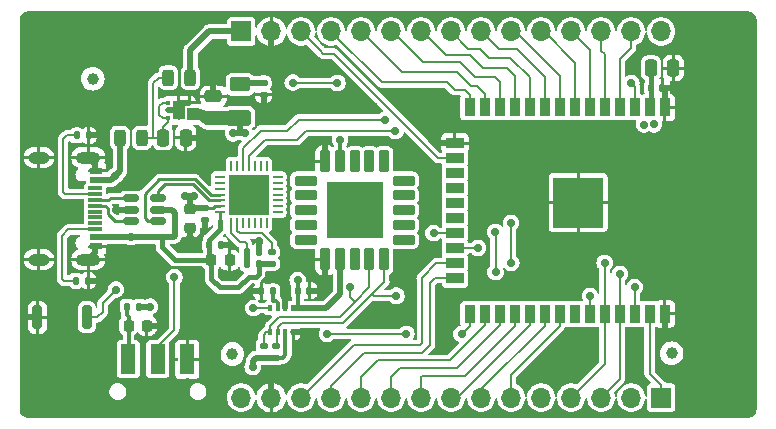
<source format=gbr>
%TF.GenerationSoftware,KiCad,Pcbnew,7.0.5-0*%
%TF.CreationDate,2024-04-27T19:16:13+02:00*%
%TF.ProjectId,esp32-eter,65737033-322d-4657-9465-722e6b696361,rev?*%
%TF.SameCoordinates,Original*%
%TF.FileFunction,Copper,L1,Top*%
%TF.FilePolarity,Positive*%
%FSLAX46Y46*%
G04 Gerber Fmt 4.6, Leading zero omitted, Abs format (unit mm)*
G04 Created by KiCad (PCBNEW 7.0.5-0) date 2024-04-27 19:16:13*
%MOMM*%
%LPD*%
G01*
G04 APERTURE LIST*
G04 Aperture macros list*
%AMRoundRect*
0 Rectangle with rounded corners*
0 $1 Rounding radius*
0 $2 $3 $4 $5 $6 $7 $8 $9 X,Y pos of 4 corners*
0 Add a 4 corners polygon primitive as box body*
4,1,4,$2,$3,$4,$5,$6,$7,$8,$9,$2,$3,0*
0 Add four circle primitives for the rounded corners*
1,1,$1+$1,$2,$3*
1,1,$1+$1,$4,$5*
1,1,$1+$1,$6,$7*
1,1,$1+$1,$8,$9*
0 Add four rect primitives between the rounded corners*
20,1,$1+$1,$2,$3,$4,$5,0*
20,1,$1+$1,$4,$5,$6,$7,0*
20,1,$1+$1,$6,$7,$8,$9,0*
20,1,$1+$1,$8,$9,$2,$3,0*%
G04 Aperture macros list end*
%TA.AperFunction,SMDPad,CuDef*%
%ADD10RoundRect,0.135000X0.135000X0.185000X-0.135000X0.185000X-0.135000X-0.185000X0.135000X-0.185000X0*%
%TD*%
%TA.AperFunction,SMDPad,CuDef*%
%ADD11C,1.000000*%
%TD*%
%TA.AperFunction,ComponentPad*%
%ADD12R,1.700000X1.700000*%
%TD*%
%TA.AperFunction,ComponentPad*%
%ADD13O,1.700000X1.700000*%
%TD*%
%TA.AperFunction,SMDPad,CuDef*%
%ADD14R,0.900000X1.500000*%
%TD*%
%TA.AperFunction,SMDPad,CuDef*%
%ADD15R,1.500000X0.900000*%
%TD*%
%TA.AperFunction,SMDPad,CuDef*%
%ADD16R,1.050000X1.050000*%
%TD*%
%TA.AperFunction,HeatsinkPad*%
%ADD17C,0.600000*%
%TD*%
%TA.AperFunction,SMDPad,CuDef*%
%ADD18R,4.200000X4.200000*%
%TD*%
%TA.AperFunction,SMDPad,CuDef*%
%ADD19RoundRect,0.140000X-0.140000X-0.170000X0.140000X-0.170000X0.140000X0.170000X-0.140000X0.170000X0*%
%TD*%
%TA.AperFunction,SMDPad,CuDef*%
%ADD20RoundRect,0.135000X-0.185000X0.135000X-0.185000X-0.135000X0.185000X-0.135000X0.185000X0.135000X0*%
%TD*%
%TA.AperFunction,SMDPad,CuDef*%
%ADD21RoundRect,0.093750X0.093750X0.106250X-0.093750X0.106250X-0.093750X-0.106250X0.093750X-0.106250X0*%
%TD*%
%TA.AperFunction,ComponentPad*%
%ADD22C,0.500000*%
%TD*%
%TA.AperFunction,SMDPad,CuDef*%
%ADD23R,1.000000X1.600000*%
%TD*%
%TA.AperFunction,ComponentPad*%
%ADD24C,0.700000*%
%TD*%
%TA.AperFunction,ComponentPad*%
%ADD25C,4.400000*%
%TD*%
%TA.AperFunction,SMDPad,CuDef*%
%ADD26R,1.000000X0.600000*%
%TD*%
%TA.AperFunction,SMDPad,CuDef*%
%ADD27R,1.150000X0.300000*%
%TD*%
%TA.AperFunction,ComponentPad*%
%ADD28O,2.100000X1.000000*%
%TD*%
%TA.AperFunction,ComponentPad*%
%ADD29O,1.800000X1.000000*%
%TD*%
%TA.AperFunction,SMDPad,CuDef*%
%ADD30RoundRect,0.250000X0.475000X-0.250000X0.475000X0.250000X-0.475000X0.250000X-0.475000X-0.250000X0*%
%TD*%
%TA.AperFunction,SMDPad,CuDef*%
%ADD31RoundRect,0.243750X0.243750X0.456250X-0.243750X0.456250X-0.243750X-0.456250X0.243750X-0.456250X0*%
%TD*%
%TA.AperFunction,SMDPad,CuDef*%
%ADD32R,1.250000X2.500000*%
%TD*%
%TA.AperFunction,SMDPad,CuDef*%
%ADD33RoundRect,0.140000X-0.170000X0.140000X-0.170000X-0.140000X0.170000X-0.140000X0.170000X0.140000X0*%
%TD*%
%TA.AperFunction,SMDPad,CuDef*%
%ADD34R,0.350000X0.500000*%
%TD*%
%TA.AperFunction,SMDPad,CuDef*%
%ADD35RoundRect,0.250000X-0.625000X0.375000X-0.625000X-0.375000X0.625000X-0.375000X0.625000X0.375000X0*%
%TD*%
%TA.AperFunction,SMDPad,CuDef*%
%ADD36RoundRect,0.135000X-0.135000X-0.185000X0.135000X-0.185000X0.135000X0.185000X-0.135000X0.185000X0*%
%TD*%
%TA.AperFunction,SMDPad,CuDef*%
%ADD37RoundRect,0.140000X0.140000X0.170000X-0.140000X0.170000X-0.140000X-0.170000X0.140000X-0.170000X0*%
%TD*%
%TA.AperFunction,SMDPad,CuDef*%
%ADD38RoundRect,0.225000X-0.250000X0.225000X-0.250000X-0.225000X0.250000X-0.225000X0.250000X0.225000X0*%
%TD*%
%TA.AperFunction,SMDPad,CuDef*%
%ADD39RoundRect,0.250000X-0.250000X-0.475000X0.250000X-0.475000X0.250000X0.475000X-0.250000X0.475000X0*%
%TD*%
%TA.AperFunction,SMDPad,CuDef*%
%ADD40RoundRect,0.243750X-0.243750X-0.456250X0.243750X-0.456250X0.243750X0.456250X-0.243750X0.456250X0*%
%TD*%
%TA.AperFunction,SMDPad,CuDef*%
%ADD41RoundRect,0.062500X-0.337500X-0.062500X0.337500X-0.062500X0.337500X0.062500X-0.337500X0.062500X0*%
%TD*%
%TA.AperFunction,SMDPad,CuDef*%
%ADD42RoundRect,0.062500X-0.062500X-0.337500X0.062500X-0.337500X0.062500X0.337500X-0.062500X0.337500X0*%
%TD*%
%TA.AperFunction,SMDPad,CuDef*%
%ADD43R,3.350000X3.350000*%
%TD*%
%TA.AperFunction,SMDPad,CuDef*%
%ADD44RoundRect,0.225000X-0.225000X-0.250000X0.225000X-0.250000X0.225000X0.250000X-0.225000X0.250000X0*%
%TD*%
%TA.AperFunction,SMDPad,CuDef*%
%ADD45RoundRect,0.200000X0.200000X0.800000X-0.200000X0.800000X-0.200000X-0.800000X0.200000X-0.800000X0*%
%TD*%
%TA.AperFunction,SMDPad,CuDef*%
%ADD46RoundRect,0.135000X0.185000X-0.135000X0.185000X0.135000X-0.185000X0.135000X-0.185000X-0.135000X0*%
%TD*%
%TA.AperFunction,SMDPad,CuDef*%
%ADD47RoundRect,0.212500X-0.737500X-0.212500X0.737500X-0.212500X0.737500X0.212500X-0.737500X0.212500X0*%
%TD*%
%TA.AperFunction,SMDPad,CuDef*%
%ADD48RoundRect,0.212500X-0.212500X-0.737500X0.212500X-0.737500X0.212500X0.737500X-0.212500X0.737500X0*%
%TD*%
%TA.AperFunction,SMDPad,CuDef*%
%ADD49R,4.800000X4.800000*%
%TD*%
%TA.AperFunction,SMDPad,CuDef*%
%ADD50RoundRect,0.150000X-0.512500X-0.150000X0.512500X-0.150000X0.512500X0.150000X-0.512500X0.150000X0*%
%TD*%
%TA.AperFunction,ViaPad*%
%ADD51C,0.700000*%
%TD*%
%TA.AperFunction,ViaPad*%
%ADD52C,0.900000*%
%TD*%
%TA.AperFunction,Conductor*%
%ADD53C,0.500000*%
%TD*%
%TA.AperFunction,Conductor*%
%ADD54C,0.400000*%
%TD*%
%TA.AperFunction,Conductor*%
%ADD55C,0.350000*%
%TD*%
%TA.AperFunction,Conductor*%
%ADD56C,0.300000*%
%TD*%
%TA.AperFunction,Conductor*%
%ADD57C,0.250000*%
%TD*%
%TA.AperFunction,Conductor*%
%ADD58C,0.190000*%
%TD*%
%TA.AperFunction,Conductor*%
%ADD59C,0.220000*%
%TD*%
%TA.AperFunction,Conductor*%
%ADD60C,0.200000*%
%TD*%
G04 APERTURE END LIST*
D10*
%TO.P,R3,1*%
%TO.N,+5V*%
X87560000Y-71660000D03*
%TO.P,R3,2*%
%TO.N,/CP2102_VBUS*%
X86540000Y-71660000D03*
%TD*%
D11*
%TO.P,FM2,*%
%TO.N,*%
X73500000Y-56000000D03*
%TD*%
D12*
%TO.P,J2,1,Pin_1*%
%TO.N,IO23*%
X121620000Y-83000000D03*
D13*
%TO.P,J2,2,Pin_2*%
%TO.N,IO22*%
X119080000Y-83000000D03*
%TO.P,J2,3,Pin_3*%
%TO.N,TXD0*%
X116540000Y-83000000D03*
%TO.P,J2,4,Pin_4*%
%TO.N,RXD0*%
X114000000Y-83000000D03*
%TO.P,J2,5,Pin_5*%
%TO.N,IO21*%
X111460000Y-83000000D03*
%TO.P,J2,6,Pin_6*%
%TO.N,IO19*%
X108920000Y-83000000D03*
%TO.P,J2,7,Pin_7*%
%TO.N,IO18*%
X106380000Y-83000000D03*
%TO.P,J2,8,Pin_8*%
%TO.N,IO5*%
X103840000Y-83000000D03*
%TO.P,J2,9,Pin_9*%
%TO.N,UART2_TX*%
X101300000Y-83000000D03*
%TO.P,J2,10,Pin_10*%
%TO.N,UART2_RX*%
X98760000Y-83000000D03*
%TO.P,J2,11,Pin_11*%
%TO.N,IO4*%
X96220000Y-83000000D03*
%TO.P,J2,12,Pin_12*%
%TO.N,IO2*%
X93680000Y-83000000D03*
%TO.P,J2,13,Pin_13*%
%TO.N,IO15*%
X91140000Y-83000000D03*
%TO.P,J2,14,Pin_14*%
%TO.N,GND*%
X88600000Y-83000000D03*
%TO.P,J2,15,Pin_15*%
%TO.N,+BATT*%
X86060000Y-83000000D03*
%TD*%
D12*
%TO.P,J3,1,Pin_1*%
%TO.N,+BATT*%
X86060000Y-52000000D03*
D13*
%TO.P,J3,2,Pin_2*%
%TO.N,GND*%
X88600000Y-52000000D03*
%TO.P,J3,3,Pin_3*%
%TO.N,IO13*%
X91140000Y-52000000D03*
%TO.P,J3,4,Pin_4*%
%TO.N,IO12*%
X93680000Y-52000000D03*
%TO.P,J3,5,Pin_5*%
%TO.N,IO14*%
X96220000Y-52000000D03*
%TO.P,J3,6,Pin_6*%
%TO.N,IO27*%
X98760000Y-52000000D03*
%TO.P,J3,7,Pin_7*%
%TO.N,IO26*%
X101300000Y-52000000D03*
%TO.P,J3,8,Pin_8*%
%TO.N,IO25*%
X103840000Y-52000000D03*
%TO.P,J3,9,Pin_9*%
%TO.N,IO33*%
X106380000Y-52000000D03*
%TO.P,J3,10,Pin_10*%
%TO.N,IO32*%
X108920000Y-52000000D03*
%TO.P,J3,11,Pin_11*%
%TO.N,IO35*%
X111460000Y-52000000D03*
%TO.P,J3,12,Pin_12*%
%TO.N,IO34*%
X114000000Y-52000000D03*
%TO.P,J3,13,Pin_13*%
%TO.N,VN*%
X116540000Y-52000000D03*
%TO.P,J3,14,Pin_14*%
%TO.N,VP*%
X119080000Y-52000000D03*
%TO.P,J3,15,Pin_15*%
%TO.N,BME280_ADDRESS*%
X121620000Y-52000000D03*
%TD*%
D14*
%TO.P,U1,1,GND*%
%TO.N,GND*%
X121920000Y-58420000D03*
%TO.P,U1,2,VDD*%
%TO.N,+3V3*%
X120650000Y-58420000D03*
%TO.P,U1,3,EN*%
%TO.N,/EN*%
X119380000Y-58420000D03*
%TO.P,U1,4,SENSOR_VP*%
%TO.N,VP*%
X118110000Y-58420000D03*
%TO.P,U1,5,SENSOR_VN*%
%TO.N,VN*%
X116840000Y-58420000D03*
%TO.P,U1,6,IO34*%
%TO.N,IO34*%
X115570000Y-58420000D03*
%TO.P,U1,7,IO35*%
%TO.N,IO35*%
X114300000Y-58420000D03*
%TO.P,U1,8,IO32*%
%TO.N,IO32*%
X113030000Y-58420000D03*
%TO.P,U1,9,IO33*%
%TO.N,IO33*%
X111760000Y-58420000D03*
%TO.P,U1,10,IO25*%
%TO.N,IO25*%
X110490000Y-58420000D03*
%TO.P,U1,11,IO26*%
%TO.N,IO26*%
X109220000Y-58420000D03*
%TO.P,U1,12,IO27*%
%TO.N,IO27*%
X107950000Y-58420000D03*
%TO.P,U1,13,IO14*%
%TO.N,IO14*%
X106680000Y-58420000D03*
%TO.P,U1,14,IO12*%
%TO.N,IO12*%
X105410000Y-58420000D03*
D15*
%TO.P,U1,15,GND*%
%TO.N,GND*%
X104160000Y-61460000D03*
%TO.P,U1,16,IO13*%
%TO.N,IO13*%
X104160000Y-62730000D03*
%TO.P,U1,17,SHD/SD2*%
%TO.N,unconnected-(U1-SHD{slash}SD2-Pad17)*%
X104160000Y-64000000D03*
%TO.P,U1,18,SWP/SD3*%
%TO.N,unconnected-(U1-SWP{slash}SD3-Pad18)*%
X104160000Y-65270000D03*
%TO.P,U1,19,SCS/CMD*%
%TO.N,unconnected-(U1-SCS{slash}CMD-Pad19)*%
X104160000Y-66540000D03*
%TO.P,U1,20,SCK/CLK*%
%TO.N,unconnected-(U1-SCK{slash}CLK-Pad20)*%
X104160000Y-67810000D03*
%TO.P,U1,21,SDO/SD0*%
%TO.N,IO21*%
X104160000Y-69080000D03*
%TO.P,U1,22,SDI/SD1*%
%TO.N,IO22*%
X104160000Y-70350000D03*
%TO.P,U1,23,IO15*%
%TO.N,IO15*%
X104160000Y-71620000D03*
%TO.P,U1,24,IO2*%
%TO.N,IO2*%
X104160000Y-72890000D03*
D14*
%TO.P,U1,25,IO0*%
%TO.N,/BOOT*%
X105410000Y-75920000D03*
%TO.P,U1,26,IO4*%
%TO.N,IO4*%
X106680000Y-75920000D03*
%TO.P,U1,27,IO16*%
%TO.N,UART2_RX*%
X107950000Y-75920000D03*
%TO.P,U1,28,IO17*%
%TO.N,UART2_TX*%
X109220000Y-75920000D03*
%TO.P,U1,29,IO5*%
%TO.N,IO5*%
X110490000Y-75920000D03*
%TO.P,U1,30,IO18*%
%TO.N,IO18*%
X111760000Y-75920000D03*
%TO.P,U1,31,IO19*%
%TO.N,IO19*%
X113030000Y-75920000D03*
%TO.P,U1,32,NC*%
%TO.N,unconnected-(U1-NC-Pad32)*%
X114300000Y-75920000D03*
%TO.P,U1,33,IO21*%
%TO.N,I2C0_SDA*%
X115570000Y-75920000D03*
%TO.P,U1,34,RXD0/IO3*%
%TO.N,RXD0*%
X116840000Y-75920000D03*
%TO.P,U1,35,TXD0/IO1*%
%TO.N,TXD0*%
X118110000Y-75920000D03*
%TO.P,U1,36,IO22*%
%TO.N,I2C0_SCL*%
X119380000Y-75920000D03*
%TO.P,U1,37,IO23*%
%TO.N,IO23*%
X120650000Y-75920000D03*
%TO.P,U1,38,GND*%
%TO.N,GND*%
X121920000Y-75920000D03*
D16*
%TO.P,U1,39,GND*%
X116105000Y-64965000D03*
D17*
X115342500Y-64965000D03*
D16*
X114580000Y-64965000D03*
D17*
X113817500Y-64965000D03*
D16*
X113055000Y-64965000D03*
D17*
X116105000Y-65727500D03*
X114580000Y-65727500D03*
X113055000Y-65727500D03*
D16*
X116105000Y-66490000D03*
D17*
X115342500Y-66490000D03*
D16*
X114580000Y-66490000D03*
D18*
X114580000Y-66490000D03*
D17*
X113817500Y-66490000D03*
D16*
X113055000Y-66490000D03*
D17*
X116105000Y-67252500D03*
X114580000Y-67252500D03*
X113055000Y-67252500D03*
D16*
X116105000Y-68015000D03*
D17*
X115342500Y-68015000D03*
D16*
X114580000Y-68015000D03*
D17*
X113817500Y-68015000D03*
D16*
X113055000Y-68015000D03*
%TD*%
D10*
%TO.P,R8,1*%
%TO.N,+3V3*%
X77420000Y-75300000D03*
%TO.P,R8,2*%
%TO.N,/EN_HIGH*%
X76400000Y-75300000D03*
%TD*%
D19*
%TO.P,C2,1*%
%TO.N,+3V3*%
X120770000Y-56750000D03*
%TO.P,C2,2*%
%TO.N,GND*%
X121730000Y-56750000D03*
%TD*%
D20*
%TO.P,R7,1*%
%TO.N,I2C0_SDA*%
X89050000Y-78600000D03*
%TO.P,R7,2*%
%TO.N,+3V3*%
X89050000Y-79620000D03*
%TD*%
D21*
%TO.P,U4,1,OUT*%
%TO.N,+3V3*%
X81650000Y-59340000D03*
%TO.P,U4,2,SNS*%
X81650000Y-58690000D03*
%TO.P,U4,3,GND*%
%TO.N,GND*%
X81650000Y-58040000D03*
%TO.P,U4,4,EN*%
%TO.N,/LDO_IN*%
X79875000Y-58040000D03*
%TO.P,U4,5,GND*%
%TO.N,GND*%
X79875000Y-58690000D03*
%TO.P,U4,6,IN*%
%TO.N,/LDO_IN*%
X79875000Y-59340000D03*
D22*
%TO.P,U4,7,PAD*%
%TO.N,GND*%
X80762500Y-59240000D03*
D23*
X80762500Y-58690000D03*
D22*
X80762500Y-58140000D03*
%TD*%
D24*
%TO.P,H4,1,1*%
%TO.N,GND*%
X125383274Y-81833274D03*
X125866548Y-80666548D03*
X125866548Y-83000000D03*
X127033274Y-80183274D03*
D25*
X127033274Y-81833274D03*
D24*
X127033274Y-83483274D03*
X128200000Y-80666548D03*
X128200000Y-83000000D03*
X128683274Y-81833274D03*
%TD*%
D26*
%TO.P,J1,A1,GND*%
%TO.N,GND*%
X73755000Y-63800000D03*
%TO.P,J1,A4,VBUS*%
%TO.N,+5V*%
X73755000Y-64600000D03*
D27*
%TO.P,J1,A5,CC1*%
%TO.N,/USB_CC1*%
X73680000Y-65750000D03*
%TO.P,J1,A6,D+*%
%TO.N,/USB_D+*%
X73680000Y-66750000D03*
%TO.P,J1,A7,D-*%
%TO.N,/USB_D-*%
X73680000Y-67250000D03*
%TO.P,J1,A8,SBU1*%
%TO.N,unconnected-(J1-SBU1-PadA8)*%
X73680000Y-68250000D03*
D26*
%TO.P,J1,A9,VBUS*%
%TO.N,+5V*%
X73755000Y-69400000D03*
%TO.P,J1,A12,GND*%
%TO.N,GND*%
X73755000Y-70200000D03*
%TO.P,J1,B1,GND*%
X73755000Y-70200000D03*
%TO.P,J1,B4,VBUS*%
%TO.N,+5V*%
X73755000Y-69400000D03*
D27*
%TO.P,J1,B5,CC2*%
%TO.N,/USB_CC2*%
X73680000Y-68750000D03*
%TO.P,J1,B6,D+*%
%TO.N,/USB_D+*%
X73680000Y-67750000D03*
%TO.P,J1,B7,D-*%
%TO.N,/USB_D-*%
X73680000Y-66250000D03*
%TO.P,J1,B8,SBU2*%
%TO.N,unconnected-(J1-SBU2-PadB8)*%
X73680000Y-65250000D03*
D26*
%TO.P,J1,B9,VBUS*%
%TO.N,+5V*%
X73755000Y-64600000D03*
%TO.P,J1,B12,GND*%
%TO.N,GND*%
X73755000Y-63800000D03*
D28*
%TO.P,J1,S1,SHIELD*%
X73105000Y-62680000D03*
D29*
X68925000Y-62680000D03*
D28*
X73105000Y-71320000D03*
D29*
X68925000Y-71320000D03*
%TD*%
D20*
%TO.P,R9,1*%
%TO.N,/LED*%
X87962500Y-56350000D03*
%TO.P,R9,2*%
%TO.N,GND*%
X87962500Y-57370000D03*
%TD*%
D30*
%TO.P,C8,1*%
%TO.N,+3V3*%
X83712500Y-59370000D03*
%TO.P,C8,2*%
%TO.N,GND*%
X83712500Y-57470000D03*
%TD*%
D31*
%TO.P,D1,1,K*%
%TO.N,/LDO_IN*%
X77662500Y-61020000D03*
%TO.P,D1,2,A*%
%TO.N,+5V*%
X75787500Y-61020000D03*
%TD*%
D19*
%TO.P,C3,1*%
%TO.N,+5V*%
X83370000Y-70070000D03*
%TO.P,C3,2*%
%TO.N,GND*%
X84330000Y-70070000D03*
%TD*%
D32*
%TO.P,EN,1,A*%
%TO.N,/EN_HIGH*%
X76500000Y-79750000D03*
%TO.P,EN,2,B*%
%TO.N,/EN*%
X79000000Y-79750000D03*
%TO.P,EN,3,C*%
%TO.N,GND*%
X81500000Y-79750000D03*
%TD*%
D24*
%TO.P,H2,1,1*%
%TO.N,GND*%
X125430000Y-52750000D03*
X125913274Y-51583274D03*
X125913274Y-53916726D03*
X127080000Y-51100000D03*
D25*
X127080000Y-52750000D03*
D24*
X127080000Y-54400000D03*
X128246726Y-51583274D03*
X128246726Y-53916726D03*
X128730000Y-52750000D03*
%TD*%
D33*
%TO.P,C6,1*%
%TO.N,+3V3*%
X82960000Y-66980000D03*
%TO.P,C6,2*%
%TO.N,GND*%
X82960000Y-67940000D03*
%TD*%
D20*
%TO.P,R6,1*%
%TO.N,I2C0_SCL*%
X87950000Y-78600000D03*
%TO.P,R6,2*%
%TO.N,+3V3*%
X87950000Y-79620000D03*
%TD*%
D34*
%TO.P,U5,1,GND*%
%TO.N,GND*%
X90450000Y-77485000D03*
%TO.P,U5,2,CSB*%
%TO.N,+3V3*%
X89800000Y-77485000D03*
%TO.P,U5,3,SDI*%
%TO.N,I2C0_SDA*%
X89150000Y-77485000D03*
%TO.P,U5,4,SCK*%
%TO.N,I2C0_SCL*%
X88500000Y-77485000D03*
%TO.P,U5,5,SDO*%
%TO.N,BME280_ADDRESS*%
X88500000Y-75435000D03*
%TO.P,U5,6,VDDIO*%
%TO.N,+3V3*%
X89150000Y-75435000D03*
%TO.P,U5,7,GND*%
%TO.N,GND*%
X89800000Y-75435000D03*
%TO.P,U5,8,VDD*%
%TO.N,+3V3*%
X90450000Y-75435000D03*
%TD*%
D35*
%TO.P,D3,1,K*%
%TO.N,/LED*%
X85962500Y-56480000D03*
%TO.P,D3,2,A*%
%TO.N,+3V3*%
X85962500Y-59280000D03*
%TD*%
D36*
%TO.P,R4,1*%
%TO.N,/CP2102_VBUS*%
X86530000Y-70660000D03*
%TO.P,R4,2*%
%TO.N,GND*%
X87550000Y-70660000D03*
%TD*%
D37*
%TO.P,C9,1*%
%TO.N,+3V3*%
X88730000Y-74000000D03*
%TO.P,C9,2*%
%TO.N,GND*%
X87770000Y-74000000D03*
%TD*%
D38*
%TO.P,C5,1*%
%TO.N,+3V3*%
X81710000Y-67060000D03*
%TO.P,C5,2*%
%TO.N,GND*%
X81710000Y-68610000D03*
%TD*%
D11*
%TO.P,FM3,*%
%TO.N,*%
X122500000Y-79250000D03*
%TD*%
D19*
%TO.P,C10,1*%
%TO.N,+3V3*%
X90870000Y-73950000D03*
%TO.P,C10,2*%
%TO.N,GND*%
X91830000Y-73950000D03*
%TD*%
D24*
%TO.P,H3,1,1*%
%TO.N,GND*%
X68516726Y-81750000D03*
X69000000Y-80583274D03*
X69000000Y-82916726D03*
X70166726Y-80100000D03*
D25*
X70166726Y-81750000D03*
D24*
X70166726Y-83400000D03*
X71333452Y-80583274D03*
X71333452Y-82916726D03*
X71816726Y-81750000D03*
%TD*%
D11*
%TO.P,FM1,*%
%TO.N,*%
X85320000Y-79320000D03*
%TD*%
D24*
%TO.P,H1,1,1*%
%TO.N,GND*%
X68683274Y-53333274D03*
X69166548Y-52166548D03*
X69166548Y-54500000D03*
X70333274Y-51683274D03*
D25*
X70333274Y-53333274D03*
D24*
X70333274Y-54983274D03*
X71500000Y-52166548D03*
X71500000Y-54500000D03*
X71983274Y-53333274D03*
%TD*%
D39*
%TO.P,C7,1*%
%TO.N,/LDO_IN*%
X79462500Y-61000000D03*
%TO.P,C7,2*%
%TO.N,GND*%
X81362500Y-61000000D03*
%TD*%
D40*
%TO.P,D2,1,K*%
%TO.N,/LDO_IN*%
X79887500Y-55920000D03*
%TO.P,D2,2,A*%
%TO.N,+BATT*%
X81762500Y-55920000D03*
%TD*%
D41*
%TO.P,U3,1,~{DCD}*%
%TO.N,unconnected-(U3-~{DCD}-Pad1)*%
X84260000Y-64310000D03*
%TO.P,U3,2,~{RI}/CLK*%
%TO.N,unconnected-(U3-~{RI}{slash}CLK-Pad2)*%
X84260000Y-64810000D03*
%TO.P,U3,3,GND*%
%TO.N,GND*%
X84260000Y-65310000D03*
%TO.P,U3,4,D+*%
%TO.N,/CP2102_D+*%
X84260000Y-65810000D03*
%TO.P,U3,5,D-*%
%TO.N,/CP2102_D-*%
X84260000Y-66310000D03*
%TO.P,U3,6,VDD*%
%TO.N,+3V3*%
X84260000Y-66810000D03*
%TO.P,U3,7,VREGIN*%
%TO.N,+5V*%
X84260000Y-67310000D03*
D42*
%TO.P,U3,8,VBUS*%
%TO.N,/CP2102_VBUS*%
X85210000Y-68260000D03*
%TO.P,U3,9,~{RST}*%
%TO.N,/RSTB*%
X85710000Y-68260000D03*
%TO.P,U3,10,NC*%
%TO.N,unconnected-(U3-NC-Pad10)*%
X86210000Y-68260000D03*
%TO.P,U3,11,~{SUSPEND}*%
%TO.N,unconnected-(U3-~{SUSPEND}-Pad11)*%
X86710000Y-68260000D03*
%TO.P,U3,12,SUSPEND*%
%TO.N,unconnected-(U3-SUSPEND-Pad12)*%
X87210000Y-68260000D03*
%TO.P,U3,13,CHREN*%
%TO.N,unconnected-(U3-CHREN-Pad13)*%
X87710000Y-68260000D03*
%TO.P,U3,14,CHR1*%
%TO.N,unconnected-(U3-CHR1-Pad14)*%
X88210000Y-68260000D03*
D41*
%TO.P,U3,15,CHR0*%
%TO.N,unconnected-(U3-CHR0-Pad15)*%
X89160000Y-67310000D03*
%TO.P,U3,16,~{WAKEUP}/GPIO.3*%
%TO.N,unconnected-(U3-~{WAKEUP}{slash}GPIO.3-Pad16)*%
X89160000Y-66810000D03*
%TO.P,U3,17,RS485/GPIO.2*%
%TO.N,unconnected-(U3-RS485{slash}GPIO.2-Pad17)*%
X89160000Y-66310000D03*
%TO.P,U3,18,~{RXT}/GPIO.1*%
%TO.N,unconnected-(U3-~{RXT}{slash}GPIO.1-Pad18)*%
X89160000Y-65810000D03*
%TO.P,U3,19,~{TXT}/GPIO.0*%
%TO.N,unconnected-(U3-~{TXT}{slash}GPIO.0-Pad19)*%
X89160000Y-65310000D03*
%TO.P,U3,20,GPIO.6*%
%TO.N,unconnected-(U3-GPIO.6-Pad20)*%
X89160000Y-64810000D03*
%TO.P,U3,21,GPIO.5*%
%TO.N,unconnected-(U3-GPIO.5-Pad21)*%
X89160000Y-64310000D03*
D42*
%TO.P,U3,22,GPIO.4*%
%TO.N,unconnected-(U3-GPIO.4-Pad22)*%
X88210000Y-63360000D03*
%TO.P,U3,23,~{CTS}*%
%TO.N,unconnected-(U3-~{CTS}-Pad23)*%
X87710000Y-63360000D03*
%TO.P,U3,24,~{RTS}*%
%TO.N,unconnected-(U3-~{RTS}-Pad24)*%
X87210000Y-63360000D03*
%TO.P,U3,25,RXD*%
%TO.N,TXD0*%
X86710000Y-63360000D03*
%TO.P,U3,26,TXD*%
%TO.N,RXD0*%
X86210000Y-63360000D03*
%TO.P,U3,27,~{DSR}*%
%TO.N,unconnected-(U3-~{DSR}-Pad27)*%
X85710000Y-63360000D03*
%TO.P,U3,28,~{DTR}*%
%TO.N,unconnected-(U3-~{DTR}-Pad28)*%
X85210000Y-63360000D03*
D43*
%TO.P,U3,29,GND*%
%TO.N,GND*%
X86710000Y-65810000D03*
%TD*%
D44*
%TO.P,C11,1*%
%TO.N,/EN_HIGH*%
X76525000Y-76900000D03*
%TO.P,C11,2*%
%TO.N,GND*%
X78075000Y-76900000D03*
%TD*%
D39*
%TO.P,C1,1*%
%TO.N,+3V3*%
X120750000Y-55100000D03*
%TO.P,C1,2*%
%TO.N,GND*%
X122650000Y-55100000D03*
%TD*%
D36*
%TO.P,R2,1*%
%TO.N,/USB_CC1*%
X72130000Y-60800000D03*
%TO.P,R2,2*%
%TO.N,GND*%
X73150000Y-60800000D03*
%TD*%
D44*
%TO.P,C4,1*%
%TO.N,+5V*%
X83525000Y-71370000D03*
%TO.P,C4,2*%
%TO.N,GND*%
X85075000Y-71370000D03*
%TD*%
D45*
%TO.P,BOOT,1,A*%
%TO.N,/BOOT*%
X73000000Y-76200000D03*
%TO.P,BOOT,2,B*%
%TO.N,GND*%
X68800000Y-76200000D03*
%TD*%
D46*
%TO.P,R5,1*%
%TO.N,+5V*%
X88650000Y-71670000D03*
%TO.P,R5,2*%
%TO.N,/RSTB*%
X88650000Y-70650000D03*
%TD*%
D47*
%TO.P,U6,1*%
%TO.N,N/C*%
X91520000Y-64630000D03*
%TO.P,U6,2*%
X91520000Y-65880000D03*
%TO.P,U6,3*%
X91520000Y-67130000D03*
%TO.P,U6,4*%
X91520000Y-68380000D03*
%TO.P,U6,5*%
X91520000Y-69630000D03*
D48*
%TO.P,U6,6,GND*%
%TO.N,GND*%
X93170000Y-71280000D03*
%TO.P,U6,7,VDD*%
%TO.N,+3V3*%
X94420000Y-71280000D03*
%TO.P,U6,8*%
%TO.N,N/C*%
X95670000Y-71280000D03*
%TO.P,U6,9,SCL*%
%TO.N,I2C0_SCL*%
X96920000Y-71280000D03*
%TO.P,U6,10,SDA*%
%TO.N,I2C0_SDA*%
X98170000Y-71280000D03*
D47*
%TO.P,U6,11*%
%TO.N,N/C*%
X99820000Y-69630000D03*
%TO.P,U6,12*%
X99820000Y-68380000D03*
%TO.P,U6,13*%
X99820000Y-67130000D03*
%TO.P,U6,14*%
X99820000Y-65880000D03*
%TO.P,U6,15*%
X99820000Y-64630000D03*
D48*
%TO.P,U6,16*%
X98170000Y-62980000D03*
%TO.P,U6,17*%
X96920000Y-62980000D03*
%TO.P,U6,18*%
X95670000Y-62980000D03*
%TO.P,U6,19,VDD*%
%TO.N,+3V3*%
X94420000Y-62980000D03*
%TO.P,U6,20,GND*%
%TO.N,GND*%
X93170000Y-62980000D03*
D49*
%TO.P,U6,21,GND*%
X95670000Y-67130000D03*
%TD*%
D36*
%TO.P,R1,1*%
%TO.N,/USB_CC2*%
X72080000Y-73100000D03*
%TO.P,R1,2*%
%TO.N,GND*%
X73100000Y-73100000D03*
%TD*%
D50*
%TO.P,U2,1,I/O1*%
%TO.N,/USB_D-*%
X76762500Y-66130000D03*
%TO.P,U2,2,GND*%
%TO.N,GND*%
X76762500Y-67080000D03*
%TO.P,U2,3,I/O2*%
%TO.N,/USB_D+*%
X76762500Y-68030000D03*
%TO.P,U2,4,I/O2*%
%TO.N,/CP2102_D+*%
X79037500Y-68030000D03*
%TO.P,U2,5,VBUS*%
%TO.N,+5V*%
X79037500Y-67080000D03*
%TO.P,U2,6,I/O1*%
%TO.N,/CP2102_D-*%
X79037500Y-66130000D03*
%TD*%
D51*
%TO.N,+3V3*%
X121010000Y-59870000D03*
X85370000Y-60620000D03*
X86350000Y-60620000D03*
X87040000Y-80410000D03*
X81290000Y-65930000D03*
X120170000Y-59880000D03*
X82040000Y-65900000D03*
X90850000Y-73060000D03*
X94430000Y-61210000D03*
X78350000Y-75300000D03*
%TO.N,GND*%
X93850000Y-69000000D03*
X102750000Y-61460000D03*
D52*
X94200000Y-57700000D03*
D51*
X121910000Y-77350000D03*
X94750000Y-68050000D03*
X122640000Y-56750000D03*
X82550000Y-61550000D03*
X87560000Y-69750000D03*
D52*
X129000000Y-77000000D03*
D51*
X82950000Y-79000000D03*
X85150000Y-70060000D03*
D52*
X77000000Y-51000000D03*
X79000000Y-51000000D03*
X102300000Y-67700000D03*
D51*
X82150000Y-69800000D03*
X75440000Y-67080000D03*
D52*
X77000000Y-73000000D03*
D51*
X91325000Y-77485000D03*
D52*
X75000000Y-51000000D03*
D51*
X82950000Y-79850000D03*
D52*
X79000000Y-73000000D03*
D51*
X73950000Y-73100000D03*
D52*
X125000000Y-57000000D03*
X100000000Y-58400000D03*
D51*
X92700000Y-73950000D03*
X93900000Y-67150000D03*
X87970000Y-58210000D03*
X84730000Y-72560000D03*
D52*
X129000000Y-79000000D03*
X92250000Y-55000000D03*
D51*
X87900000Y-66900000D03*
D52*
X99000000Y-76000000D03*
X75000000Y-71000000D03*
X113000000Y-81000000D03*
X119000000Y-79000000D03*
X127000000Y-57000000D03*
X76000000Y-59000000D03*
D51*
X88050000Y-80800000D03*
D52*
X80000000Y-53000000D03*
D51*
X84200000Y-56270000D03*
D52*
X83000000Y-75000000D03*
D51*
X94750000Y-66100000D03*
D52*
X74000000Y-53000000D03*
X77000000Y-71000000D03*
D51*
X93170000Y-61300000D03*
X87900000Y-65850000D03*
X82550000Y-60650000D03*
X74000000Y-60800000D03*
D52*
X97000000Y-76000000D03*
X92250000Y-57750000D03*
D51*
X96650000Y-66150000D03*
X86750000Y-64600000D03*
D52*
X83000000Y-77000000D03*
X74000000Y-83000000D03*
X85000000Y-77000000D03*
D51*
X85600000Y-66950000D03*
X123850000Y-54600000D03*
D52*
X97200000Y-58400000D03*
X68000000Y-59000000D03*
X70000000Y-57000000D03*
D51*
X95650000Y-65250000D03*
D52*
X127000000Y-77000000D03*
X102600000Y-58400000D03*
D51*
X83220000Y-56280000D03*
X89200000Y-54250000D03*
X97400000Y-69000000D03*
D52*
X129000000Y-57000000D03*
D51*
X95650000Y-69000000D03*
X83000000Y-68800000D03*
X81150000Y-77550000D03*
D52*
X119000000Y-81000000D03*
X115000000Y-79000000D03*
D51*
X79250000Y-77350000D03*
D52*
X68000000Y-57000000D03*
X70000000Y-73000000D03*
X125000000Y-79000000D03*
D51*
X85600000Y-65800000D03*
D52*
X68000000Y-73000000D03*
X129000000Y-55000000D03*
D51*
X97400000Y-67150000D03*
X82900000Y-78150000D03*
D52*
X68000000Y-79000000D03*
X72000000Y-57000000D03*
X125000000Y-55000000D03*
D51*
X123850000Y-55600000D03*
D52*
X81000000Y-51000000D03*
D51*
X86750000Y-66900000D03*
X82100000Y-77550000D03*
D52*
X93000000Y-79000000D03*
X68000000Y-51000000D03*
D51*
X85530000Y-72560000D03*
D52*
X102300000Y-65500000D03*
D51*
X87900000Y-64600000D03*
X86900000Y-74000000D03*
X89050000Y-80800000D03*
X96550000Y-68000000D03*
D52*
X101750000Y-63000000D03*
X100000000Y-61400000D03*
X106100000Y-68900000D03*
X113000000Y-79000000D03*
D51*
X89800000Y-74450000D03*
X88050000Y-54300000D03*
D52*
X90250000Y-55000000D03*
X91000000Y-79000000D03*
X125000000Y-77000000D03*
D51*
X85600000Y-64600000D03*
D52*
X76000000Y-53000000D03*
X70000000Y-59000000D03*
D51*
X67670000Y-76760000D03*
X93150000Y-72900000D03*
D52*
X73000000Y-51000000D03*
X119400000Y-72300000D03*
D51*
X79250000Y-76550000D03*
D52*
X83000000Y-51000000D03*
D51*
X97350000Y-65250000D03*
D52*
X91000000Y-81000000D03*
D51*
X67670000Y-75810000D03*
X81300000Y-69810000D03*
X93900000Y-65250000D03*
%TO.N,+5V*%
X75405000Y-64205000D03*
X76740000Y-69390000D03*
%TO.N,IO22*%
X106120000Y-70330000D03*
%TO.N,TXD0*%
X107580000Y-68980000D03*
X99120000Y-60430000D03*
X107600000Y-72370000D03*
X118120000Y-72530000D03*
%TO.N,RXD0*%
X98230000Y-59470000D03*
X108900000Y-68210000D03*
X108920000Y-71590000D03*
X116840000Y-71590000D03*
%TO.N,IO21*%
X102350000Y-69080000D03*
%TO.N,BME280_ADDRESS*%
X87100000Y-75430000D03*
%TO.N,I2C0_SCL*%
X95290000Y-73630000D03*
X119370000Y-73640000D03*
%TO.N,I2C0_SDA*%
X115600000Y-74400000D03*
X99200000Y-74375000D03*
%TO.N,/BOOT*%
X93340000Y-77600000D03*
X104720000Y-77630000D03*
X75450000Y-73850000D03*
X100040000Y-77600000D03*
%TO.N,/EN*%
X80400000Y-72810000D03*
X90430000Y-56330000D03*
X94200000Y-56350000D03*
X119080000Y-56380000D03*
%TD*%
D53*
%TO.N,+3V3*%
X85962500Y-59280000D02*
X85962500Y-60587500D01*
X85962500Y-60587500D02*
X85930000Y-60620000D01*
D54*
X120770000Y-55120000D02*
X120750000Y-55100000D01*
D53*
X87950000Y-79620000D02*
X89050000Y-79620000D01*
X85930000Y-60620000D02*
X86350000Y-60620000D01*
D54*
X120770000Y-56750000D02*
X120770000Y-58300000D01*
D53*
X87040000Y-79880000D02*
X87300000Y-79620000D01*
D55*
X89800000Y-77485000D02*
X89800000Y-79380000D01*
D56*
X90740000Y-75435000D02*
X90875000Y-75300000D01*
X90870000Y-73950000D02*
X90870000Y-73080000D01*
X88725000Y-74005000D02*
X88725000Y-74835000D01*
X90450000Y-75435000D02*
X90740000Y-75435000D01*
D55*
X89560000Y-79620000D02*
X89050000Y-79620000D01*
D53*
X87300000Y-79620000D02*
X87950000Y-79620000D01*
X85370000Y-60620000D02*
X85930000Y-60620000D01*
D57*
X83641992Y-66980000D02*
X82960000Y-66980000D01*
D56*
X90875000Y-75300000D02*
X90875000Y-73955000D01*
D54*
X120770000Y-56750000D02*
X120770000Y-55120000D01*
D55*
X89800000Y-79380000D02*
X89560000Y-79620000D01*
D56*
X89150000Y-74960000D02*
X89150000Y-75435000D01*
X88730000Y-74000000D02*
X88725000Y-74005000D01*
D55*
X94420000Y-61220000D02*
X94430000Y-61210000D01*
D56*
X88725000Y-74835000D02*
X89025000Y-74835000D01*
D54*
X120770000Y-58300000D02*
X120650000Y-58420000D01*
D53*
X81710000Y-67060000D02*
X81710000Y-65930000D01*
X93235000Y-75435000D02*
X90500000Y-75435000D01*
D56*
X90870000Y-73080000D02*
X90850000Y-73060000D01*
D53*
X77420000Y-75300000D02*
X78350000Y-75300000D01*
X87040000Y-80410000D02*
X87040000Y-79880000D01*
D56*
X89025000Y-74835000D02*
X89150000Y-74960000D01*
X90875000Y-73955000D02*
X90870000Y-73950000D01*
D53*
X82960000Y-66980000D02*
X81790000Y-66980000D01*
X82010000Y-65930000D02*
X82040000Y-65900000D01*
X81710000Y-65930000D02*
X82010000Y-65930000D01*
D57*
X84260000Y-66810000D02*
X83811992Y-66810000D01*
D53*
X94420000Y-71280000D02*
X94420000Y-74250000D01*
X94420000Y-74250000D02*
X93235000Y-75435000D01*
D55*
X94420000Y-62980000D02*
X94420000Y-61220000D01*
D57*
X83811992Y-66810000D02*
X83641992Y-66980000D01*
D53*
X81790000Y-66980000D02*
X81710000Y-67060000D01*
X81290000Y-65930000D02*
X81710000Y-65930000D01*
%TO.N,GND*%
X87962500Y-58197500D02*
X87950000Y-58210000D01*
X104160000Y-61460000D02*
X102750000Y-61460000D01*
X73150000Y-60800000D02*
X74000000Y-60800000D01*
X81710000Y-68610000D02*
X81710000Y-69360000D01*
X88600000Y-83000000D02*
X88600000Y-80820000D01*
X88620000Y-80800000D02*
X89050000Y-80800000D01*
X121920000Y-58420000D02*
X121920000Y-56940000D01*
X82960000Y-68760000D02*
X83000000Y-68800000D01*
X90450000Y-77485000D02*
X91325000Y-77485000D01*
X87550000Y-70660000D02*
X87550000Y-69760000D01*
X81710000Y-68610000D02*
X81710000Y-69400000D01*
X83712500Y-56287500D02*
X83720000Y-56280000D01*
X88050000Y-54300000D02*
X88600000Y-54300000D01*
X81300000Y-69810000D02*
X82140000Y-69810000D01*
X73680000Y-63255000D02*
X73105000Y-62680000D01*
X81402500Y-61030000D02*
X81362500Y-61070000D01*
X79250000Y-76880000D02*
X79250000Y-76550000D01*
X121920000Y-75920000D02*
X121920000Y-77330000D01*
X82550000Y-61030000D02*
X82550000Y-61550000D01*
X82960000Y-67940000D02*
X82960000Y-68760000D01*
X83720000Y-56280000D02*
X84190000Y-56280000D01*
X89800000Y-75435000D02*
X89800000Y-74450000D01*
X79230000Y-76900000D02*
X79250000Y-76880000D01*
X88050000Y-80800000D02*
X88620000Y-80800000D01*
X82550000Y-61030000D02*
X81402500Y-61030000D01*
X87550000Y-69760000D02*
X87560000Y-69750000D01*
X67670000Y-76760000D02*
X67670000Y-76330000D01*
X88600000Y-54300000D02*
X89150000Y-54300000D01*
X88600000Y-52000000D02*
X88600000Y-54300000D01*
X81650000Y-58040000D02*
X80862500Y-58040000D01*
X89150000Y-54300000D02*
X89200000Y-54250000D01*
X82140000Y-69810000D02*
X82150000Y-69800000D01*
X79250000Y-77350000D02*
X79250000Y-76880000D01*
X83712500Y-57470000D02*
X83712500Y-56287500D01*
X82550000Y-60650000D02*
X82550000Y-61030000D01*
X73100000Y-73100000D02*
X73950000Y-73100000D01*
X87962500Y-57370000D02*
X87962500Y-58197500D01*
X80862500Y-58040000D02*
X80762500Y-58140000D01*
X85140000Y-70070000D02*
X85150000Y-70060000D01*
X93170000Y-72880000D02*
X93150000Y-72900000D01*
X83220000Y-56280000D02*
X83720000Y-56280000D01*
X88600000Y-80820000D02*
X88620000Y-80800000D01*
X87770000Y-74000000D02*
X86900000Y-74000000D01*
X79875000Y-58690000D02*
X80762500Y-58690000D01*
X67800000Y-76200000D02*
X67670000Y-76330000D01*
X81710000Y-69400000D02*
X81300000Y-69810000D01*
X73680000Y-63800000D02*
X73680000Y-63255000D01*
X84190000Y-56280000D02*
X84200000Y-56270000D01*
X73680000Y-70200000D02*
X73680000Y-70745000D01*
X68800000Y-76200000D02*
X67800000Y-76200000D01*
X91830000Y-73950000D02*
X92700000Y-73950000D01*
X76762500Y-67080000D02*
X75440000Y-67080000D01*
X67670000Y-76330000D02*
X67670000Y-75810000D01*
X121920000Y-77330000D02*
X121900000Y-77350000D01*
X73680000Y-70745000D02*
X73105000Y-71320000D01*
X93170000Y-71280000D02*
X93170000Y-72880000D01*
X93170000Y-62980000D02*
X93170000Y-61300000D01*
X85220000Y-70070000D02*
X85230000Y-70060000D01*
X121920000Y-56940000D02*
X121730000Y-56750000D01*
X81710000Y-69360000D02*
X82150000Y-69800000D01*
X121730000Y-56750000D02*
X122640000Y-56750000D01*
X78075000Y-76900000D02*
X79230000Y-76900000D01*
X84330000Y-70070000D02*
X85140000Y-70070000D01*
D54*
%TO.N,+5V*%
X84260000Y-68730000D02*
X84260000Y-68070000D01*
D53*
X76730000Y-69400000D02*
X76740000Y-69390000D01*
D54*
X85810000Y-73670000D02*
X86690000Y-72790000D01*
X84230000Y-73670000D02*
X85810000Y-73670000D01*
X87560000Y-72520000D02*
X87560000Y-71660000D01*
D53*
X79330000Y-69390000D02*
X80330000Y-69390000D01*
D54*
X80460000Y-71350000D02*
X79370000Y-70260000D01*
X83370000Y-70070000D02*
X83370000Y-71215000D01*
D53*
X88640000Y-71660000D02*
X88650000Y-71670000D01*
D54*
X83370000Y-69620000D02*
X84260000Y-68730000D01*
D53*
X80330000Y-69390000D02*
X80470000Y-69250000D01*
X75010000Y-64600000D02*
X75405000Y-64205000D01*
D54*
X83370000Y-71215000D02*
X83525000Y-71370000D01*
D53*
X73680000Y-69400000D02*
X76730000Y-69400000D01*
X80210000Y-67080000D02*
X79037500Y-67080000D01*
D54*
X79360000Y-70260000D02*
X79360000Y-69420000D01*
D53*
X80470000Y-67340000D02*
X80210000Y-67080000D01*
X80470000Y-69250000D02*
X80470000Y-67340000D01*
D54*
X83370000Y-70070000D02*
X83370000Y-69620000D01*
X83525000Y-71370000D02*
X83505000Y-71350000D01*
D53*
X75787500Y-63822500D02*
X75787500Y-61020000D01*
D54*
X83505000Y-71350000D02*
X80460000Y-71350000D01*
X79370000Y-70260000D02*
X79360000Y-70260000D01*
X83525000Y-72965000D02*
X84230000Y-73670000D01*
D53*
X87560000Y-71660000D02*
X88640000Y-71660000D01*
X73680000Y-64600000D02*
X75010000Y-64600000D01*
D54*
X83525000Y-71370000D02*
X83525000Y-72965000D01*
X79360000Y-69420000D02*
X79330000Y-69390000D01*
D53*
X75405000Y-64205000D02*
X75787500Y-63822500D01*
D54*
X87290000Y-72790000D02*
X87560000Y-72520000D01*
D53*
X76740000Y-69390000D02*
X79330000Y-69390000D01*
D57*
X84260000Y-67310000D02*
X84260000Y-68070000D01*
D54*
X86690000Y-72790000D02*
X87290000Y-72790000D01*
D53*
%TO.N,+BATT*%
X81762500Y-53567500D02*
X83330000Y-52000000D01*
X81762500Y-55920000D02*
X81762500Y-53567500D01*
X83330000Y-52000000D02*
X86060000Y-52000000D01*
%TO.N,/LED*%
X87962500Y-56350000D02*
X86092500Y-56350000D01*
X86092500Y-56350000D02*
X85962500Y-56480000D01*
D58*
%TO.N,IO23*%
X121620000Y-83000000D02*
X121620000Y-81950000D01*
X121620000Y-81950000D02*
X120650000Y-80980000D01*
X120650000Y-80980000D02*
X120650000Y-75920000D01*
%TO.N,IO22*%
X106120000Y-70330000D02*
X106100000Y-70350000D01*
X106100000Y-70350000D02*
X104160000Y-70350000D01*
%TO.N,TXD0*%
X118100000Y-81440000D02*
X118100000Y-81400000D01*
X118100000Y-81400000D02*
X118110000Y-81390000D01*
X88060000Y-61190000D02*
X90750000Y-61190000D01*
X91510000Y-60430000D02*
X98840000Y-60430000D01*
X107600000Y-69000000D02*
X107580000Y-68980000D01*
X118110000Y-81390000D02*
X118110000Y-75920000D01*
X86710000Y-63360000D02*
X86710000Y-62540000D01*
X118110000Y-72540000D02*
X118120000Y-72530000D01*
X98840000Y-60430000D02*
X99120000Y-60430000D01*
X90750000Y-61190000D02*
X91510000Y-60430000D01*
X116540000Y-83000000D02*
X118100000Y-81440000D01*
X107600000Y-72370000D02*
X107600000Y-69000000D01*
X86710000Y-62540000D02*
X88060000Y-61190000D01*
X118110000Y-75920000D02*
X118110000Y-72540000D01*
%TO.N,RXD0*%
X108920000Y-71590000D02*
X108920000Y-68230000D01*
X86210000Y-63360000D02*
X86210000Y-61890000D01*
X87720000Y-60400000D02*
X89980000Y-60400000D01*
X114000000Y-83000000D02*
X116825000Y-80175000D01*
X89980000Y-60400000D02*
X90920000Y-59460000D01*
X116840000Y-75920000D02*
X116840000Y-71590000D01*
X116825000Y-80125000D02*
X116840000Y-80110000D01*
X87710000Y-60390000D02*
X87720000Y-60400000D01*
X116825000Y-80175000D02*
X116825000Y-80125000D01*
X86210000Y-61890000D02*
X87710000Y-60390000D01*
X116840000Y-80110000D02*
X116840000Y-75920000D01*
X90920000Y-59460000D02*
X98150000Y-59460000D01*
X108920000Y-68230000D02*
X108900000Y-68210000D01*
X98220000Y-59460000D02*
X98230000Y-59470000D01*
X98150000Y-59460000D02*
X98220000Y-59460000D01*
%TO.N,IO21*%
X104160000Y-69080000D02*
X102350000Y-69080000D01*
%TO.N,IO19*%
X108925000Y-81225000D02*
X108925000Y-81050000D01*
X113030000Y-76945000D02*
X113030000Y-75920000D01*
X108920000Y-81230000D02*
X108925000Y-81225000D01*
X108920000Y-83000000D02*
X108920000Y-81230000D01*
X108925000Y-81050000D02*
X113030000Y-76945000D01*
%TO.N,IO18*%
X106380000Y-82295000D02*
X111760000Y-76915000D01*
X106380000Y-83000000D02*
X106380000Y-82295000D01*
X111760000Y-76915000D02*
X111760000Y-75920000D01*
%TO.N,IO5*%
X110490000Y-75920000D02*
X110490000Y-76885000D01*
X104375000Y-83000000D02*
X103840000Y-83000000D01*
X110490000Y-76885000D02*
X104375000Y-83000000D01*
%TO.N,UART2_TX*%
X101300000Y-81250000D02*
X101300000Y-83000000D01*
X101400000Y-81150000D02*
X101300000Y-81250000D01*
X104975000Y-81150000D02*
X101400000Y-81150000D01*
X109220000Y-76905000D02*
X104975000Y-81150000D01*
X109220000Y-75920000D02*
X109220000Y-76905000D01*
%TO.N,UART2_RX*%
X99525000Y-80475000D02*
X98760000Y-81240000D01*
X107950000Y-75920000D02*
X107950000Y-76875000D01*
X104350000Y-80475000D02*
X99525000Y-80475000D01*
X107950000Y-76875000D02*
X104350000Y-80475000D01*
X98760000Y-81240000D02*
X98760000Y-83000000D01*
%TO.N,IO4*%
X96220000Y-81230000D02*
X96220000Y-83000000D01*
X97625000Y-79825000D02*
X96220000Y-81230000D01*
X106680000Y-75920000D02*
X106680000Y-76895000D01*
X103750000Y-79825000D02*
X97625000Y-79825000D01*
X106680000Y-76895000D02*
X103750000Y-79825000D01*
%TO.N,IO2*%
X96470000Y-79190000D02*
X93680000Y-81980000D01*
X93680000Y-81980000D02*
X93680000Y-83000000D01*
X104145000Y-72875000D02*
X102435000Y-72875000D01*
X102030000Y-73280000D02*
X102030000Y-78530000D01*
X104160000Y-72890000D02*
X104145000Y-72875000D01*
X102435000Y-72875000D02*
X102030000Y-73280000D01*
X102030000Y-78530000D02*
X101370000Y-79190000D01*
X101370000Y-79190000D02*
X96470000Y-79190000D01*
%TO.N,IO15*%
X101190000Y-78560000D02*
X101350000Y-78400000D01*
X101350000Y-78400000D02*
X101350000Y-72850000D01*
X102580000Y-71620000D02*
X104160000Y-71620000D01*
X95580000Y-78560000D02*
X101190000Y-78560000D01*
X91140000Y-83000000D02*
X95580000Y-78560000D01*
X91140000Y-83000000D02*
X91200000Y-83000000D01*
X101350000Y-72850000D02*
X102580000Y-71620000D01*
%TO.N,IO13*%
X93900000Y-53875000D02*
X93025000Y-53875000D01*
X93025000Y-53875000D02*
X92750000Y-53600000D01*
X92740000Y-53600000D02*
X91140000Y-52000000D01*
X102755000Y-62730000D02*
X93900000Y-53875000D01*
X104160000Y-62730000D02*
X102755000Y-62730000D01*
X92750000Y-53600000D02*
X92740000Y-53600000D01*
%TO.N,IO12*%
X105410000Y-57350000D02*
X105030000Y-56970000D01*
X105030000Y-56970000D02*
X104160000Y-56970000D01*
X104160000Y-56970000D02*
X103510000Y-56320000D01*
X97990000Y-56320000D02*
X93680000Y-52010000D01*
X93680000Y-52010000D02*
X93680000Y-52000000D01*
X105410000Y-58420000D02*
X105410000Y-57350000D01*
X103510000Y-56320000D02*
X97990000Y-56320000D01*
%TO.N,IO14*%
X99670000Y-55450000D02*
X104360000Y-55450000D01*
X106680000Y-57270000D02*
X106680000Y-58420000D01*
X105990000Y-56580000D02*
X106680000Y-57270000D01*
X105490000Y-56580000D02*
X105990000Y-56580000D01*
X96220000Y-52000000D02*
X99670000Y-55450000D01*
X104360000Y-55450000D02*
X105490000Y-56580000D01*
%TO.N,IO27*%
X107950000Y-56290000D02*
X107950000Y-58420000D01*
X101480000Y-54620000D02*
X104620000Y-54620000D01*
X105880000Y-55880000D02*
X107540000Y-55880000D01*
X98760000Y-52000000D02*
X98860000Y-52000000D01*
X104620000Y-54620000D02*
X105880000Y-55880000D01*
X107540000Y-55880000D02*
X107950000Y-56290000D01*
X98860000Y-52000000D02*
X101480000Y-54620000D01*
%TO.N,IO26*%
X108560000Y-55100000D02*
X109220000Y-55760000D01*
X105430000Y-54020000D02*
X106510000Y-55100000D01*
X101300000Y-52000000D02*
X101350000Y-52000000D01*
X109220000Y-55760000D02*
X109220000Y-58420000D01*
X103370000Y-54020000D02*
X105430000Y-54020000D01*
X106510000Y-55100000D02*
X108560000Y-55100000D01*
X101350000Y-52000000D02*
X103370000Y-54020000D01*
%TO.N,IO25*%
X103840000Y-52000000D02*
X105290000Y-53450000D01*
X104590000Y-52000000D02*
X103840000Y-52000000D01*
X108850000Y-54250000D02*
X110490000Y-55890000D01*
X106250000Y-53450000D02*
X107050000Y-54250000D01*
X110490000Y-55890000D02*
X110490000Y-58420000D01*
X107050000Y-54250000D02*
X108850000Y-54250000D01*
X105290000Y-53450000D02*
X106250000Y-53450000D01*
%TO.N,IO33*%
X106380000Y-52000000D02*
X107890000Y-53510000D01*
X109440000Y-53510000D02*
X111760000Y-55830000D01*
X111760000Y-55830000D02*
X111760000Y-58420000D01*
X107890000Y-53510000D02*
X109440000Y-53510000D01*
%TO.N,IO32*%
X109220000Y-52000000D02*
X113030000Y-55810000D01*
X108920000Y-52000000D02*
X109220000Y-52000000D01*
X113030000Y-55810000D02*
X113030000Y-58420000D01*
%TO.N,IO35*%
X111460000Y-52000000D02*
X111660000Y-52000000D01*
X114300000Y-54640000D02*
X114300000Y-58420000D01*
X111660000Y-52000000D02*
X114300000Y-54640000D01*
%TO.N,IO34*%
X114020000Y-52000000D02*
X115570000Y-53550000D01*
X115570000Y-53550000D02*
X115570000Y-58420000D01*
X114000000Y-52000000D02*
X114020000Y-52000000D01*
%TO.N,VN*%
X116540000Y-52000000D02*
X116540000Y-53640000D01*
X116540000Y-53640000D02*
X116840000Y-53940000D01*
X116840000Y-52300000D02*
X116540000Y-52000000D01*
X116840000Y-53940000D02*
X116840000Y-58420000D01*
%TO.N,VP*%
X119080000Y-52000000D02*
X119080000Y-53360000D01*
X119080000Y-53360000D02*
X118110000Y-54330000D01*
X118110000Y-54330000D02*
X118110000Y-58420000D01*
%TO.N,BME280_ADDRESS*%
X87105000Y-75435000D02*
X87100000Y-75430000D01*
X88500000Y-75435000D02*
X87105000Y-75435000D01*
%TO.N,/RSTB*%
X85710000Y-68260000D02*
X85710000Y-68880000D01*
X85710000Y-68880000D02*
X85930000Y-69100000D01*
X88650000Y-69927832D02*
X88650000Y-70650000D01*
X85930000Y-69100000D02*
X87822168Y-69100000D01*
X87822168Y-69100000D02*
X88650000Y-69927832D01*
%TO.N,I2C0_SCL*%
X88190000Y-77485000D02*
X87950000Y-77725000D01*
X88500000Y-76950000D02*
X89300000Y-76150000D01*
X119380000Y-73650000D02*
X119370000Y-73640000D01*
X94425000Y-76150000D02*
X95707500Y-74867500D01*
X89300000Y-76150000D02*
X94425000Y-76150000D01*
X95290000Y-73630000D02*
X95290000Y-74450000D01*
X87950000Y-77725000D02*
X87950000Y-78600000D01*
X88500000Y-77485000D02*
X88500000Y-76950000D01*
X95707500Y-74867500D02*
X96920000Y-73655000D01*
X96920000Y-73655000D02*
X96920000Y-71280000D01*
X95290000Y-74450000D02*
X95707500Y-74867500D01*
X88500000Y-77485000D02*
X88190000Y-77485000D01*
X119380000Y-75920000D02*
X119380000Y-73650000D01*
%TO.N,I2C0_SDA*%
X94700000Y-76675000D02*
X97162500Y-74212500D01*
X89150000Y-77485000D02*
X89150000Y-77000000D01*
X89125000Y-77510000D02*
X89125000Y-78525000D01*
X89150000Y-77000000D02*
X89475000Y-76675000D01*
X99200000Y-74375000D02*
X97325000Y-74375000D01*
X97325000Y-74375000D02*
X97162500Y-74212500D01*
X89475000Y-76675000D02*
X94700000Y-76675000D01*
X98175000Y-73200000D02*
X98170000Y-73195000D01*
X89150000Y-77485000D02*
X89125000Y-77510000D01*
X115570000Y-74430000D02*
X115600000Y-74400000D01*
X89125000Y-78525000D02*
X89050000Y-78600000D01*
X97162500Y-74212500D02*
X98175000Y-73200000D01*
X115570000Y-75920000D02*
X115570000Y-74430000D01*
X98170000Y-73195000D02*
X98170000Y-71280000D01*
D59*
%TO.N,/USB_D-*%
X74840000Y-66250000D02*
X74960000Y-66130000D01*
X74960000Y-66130000D02*
X76762500Y-66130000D01*
D60*
X76770000Y-66080000D02*
X77202500Y-66080000D01*
D59*
X73680000Y-66250000D02*
X74840000Y-66250000D01*
%TO.N,/USB_D+*%
X73680000Y-66750000D02*
X74550000Y-66750000D01*
X75380000Y-68030000D02*
X74780000Y-67430000D01*
X76762500Y-68030000D02*
X75380000Y-68030000D01*
X74550000Y-66750000D02*
X74780000Y-66980000D01*
X74780000Y-66980000D02*
X74645000Y-66845000D01*
X74780000Y-67430000D02*
X74780000Y-66980000D01*
%TO.N,/CP2102_D+*%
X78180000Y-68030000D02*
X79037500Y-68030000D01*
X83659999Y-65810000D02*
X83604999Y-65865000D01*
X77910000Y-65730000D02*
X77910000Y-67760000D01*
X79105000Y-64535000D02*
X77910000Y-65730000D01*
X83500772Y-65865000D02*
X82170772Y-64535000D01*
X83604999Y-65865000D02*
X83500772Y-65865000D01*
X77910000Y-67760000D02*
X78180000Y-68030000D01*
X84260000Y-65810000D02*
X83659999Y-65810000D01*
X82170772Y-64535000D02*
X79105000Y-64535000D01*
%TO.N,/CP2102_D-*%
X83604999Y-66255000D02*
X83339228Y-66255000D01*
X84260000Y-66310000D02*
X83659999Y-66310000D01*
X82009228Y-64925000D02*
X79580000Y-64925000D01*
X79580000Y-64925000D02*
X79037500Y-65467500D01*
X79037500Y-65467500D02*
X79037500Y-66130000D01*
X83659999Y-66310000D02*
X83604999Y-66255000D01*
X83339228Y-66255000D02*
X82009228Y-64925000D01*
D58*
%TO.N,/LDO_IN*%
X79130000Y-58330000D02*
X79420000Y-58040000D01*
X79875000Y-59340000D02*
X79420000Y-59340000D01*
X79130000Y-59050000D02*
X79130000Y-58330000D01*
X79420000Y-58040000D02*
X79875000Y-58040000D01*
X78590000Y-56390000D02*
X78590000Y-61020000D01*
X79887500Y-55920000D02*
X79060000Y-55920000D01*
X79412500Y-61020000D02*
X79462500Y-61070000D01*
X79420000Y-59340000D02*
X79130000Y-59050000D01*
X77662500Y-61020000D02*
X78590000Y-61020000D01*
X79060000Y-55920000D02*
X78590000Y-56390000D01*
X79875000Y-59695000D02*
X79462500Y-60107500D01*
X79875000Y-59340000D02*
X79875000Y-59695000D01*
X78590000Y-61020000D02*
X79412500Y-61020000D01*
X79462500Y-60107500D02*
X79462500Y-61070000D01*
%TO.N,/BOOT*%
X100040000Y-77600000D02*
X93340000Y-77600000D01*
X74340000Y-74960000D02*
X74340000Y-75750000D01*
X74340000Y-75750000D02*
X73890000Y-76200000D01*
X73890000Y-76200000D02*
X73000000Y-76200000D01*
X105410000Y-75920000D02*
X105410000Y-76940000D01*
X105410000Y-76940000D02*
X104720000Y-77630000D01*
X75450000Y-73850000D02*
X74340000Y-74960000D01*
%TO.N,/EN*%
X79000000Y-78670000D02*
X79000000Y-79750000D01*
X80400000Y-77270000D02*
X79000000Y-78670000D01*
X90450000Y-56350000D02*
X90430000Y-56330000D01*
X94200000Y-56350000D02*
X90450000Y-56350000D01*
X119380000Y-56680000D02*
X119080000Y-56380000D01*
X80400000Y-72810000D02*
X80400000Y-77270000D01*
X119380000Y-58420000D02*
X119380000Y-56680000D01*
D56*
%TO.N,/EN_HIGH*%
X76525000Y-76200000D02*
X76375000Y-76050000D01*
X76525000Y-79725000D02*
X76500000Y-79750000D01*
X76375000Y-75325000D02*
X76400000Y-75300000D01*
X76525000Y-76900000D02*
X76525000Y-79725000D01*
X76375000Y-76050000D02*
X76375000Y-75325000D01*
X76525000Y-76900000D02*
X76525000Y-76200000D01*
D58*
%TO.N,/CP2102_VBUS*%
X86000000Y-69830000D02*
X86380000Y-69830000D01*
X85210000Y-69040000D02*
X86000000Y-69830000D01*
X85210000Y-68260000D02*
X85210000Y-69040000D01*
X86380000Y-69830000D02*
X86530000Y-69980000D01*
D53*
X86540000Y-71660000D02*
X86540000Y-70670000D01*
D58*
X86530000Y-69980000D02*
X86530000Y-70660000D01*
D53*
X86540000Y-70670000D02*
X86530000Y-70660000D01*
D58*
%TO.N,/USB_CC2*%
X71030000Y-73100000D02*
X70900000Y-72970000D01*
X72080000Y-73100000D02*
X71030000Y-73100000D01*
X70900000Y-72970000D02*
X70900000Y-69280000D01*
X70900000Y-69280000D02*
X71430000Y-68750000D01*
X71430000Y-68750000D02*
X73680000Y-68750000D01*
%TO.N,/USB_CC1*%
X71290000Y-60800000D02*
X70980000Y-61110000D01*
X70980000Y-61110000D02*
X70980000Y-65560000D01*
X71170000Y-65750000D02*
X73680000Y-65750000D01*
X70980000Y-65560000D02*
X71170000Y-65750000D01*
X72130000Y-60800000D02*
X71290000Y-60800000D01*
%TD*%
%TA.AperFunction,Conductor*%
%TO.N,+3V3*%
G36*
X82433577Y-58465612D02*
G01*
X82879677Y-58650000D01*
X83170000Y-58770000D01*
X84809997Y-58770000D01*
X84810000Y-58770000D01*
X85179122Y-58653434D01*
X85201406Y-58650000D01*
X86686769Y-58650000D01*
X86734335Y-58667313D01*
X86742077Y-58674837D01*
X86861308Y-58808971D01*
X86879970Y-58856024D01*
X86880000Y-58858134D01*
X86880000Y-59806209D01*
X86862687Y-59853775D01*
X86854465Y-59862130D01*
X86750948Y-59951844D01*
X86703664Y-59969914D01*
X86702278Y-59969923D01*
X83141715Y-59960060D01*
X83101760Y-59948214D01*
X82470000Y-59540000D01*
X82469999Y-59540000D01*
X81537000Y-59540000D01*
X81489434Y-59522687D01*
X81464124Y-59478850D01*
X81463000Y-59466000D01*
X81463000Y-58564500D01*
X81480313Y-58516934D01*
X81524150Y-58491624D01*
X81537000Y-58490500D01*
X81683760Y-58490500D01*
X81683762Y-58490500D01*
X81784287Y-58475348D01*
X81800940Y-58467328D01*
X81833048Y-58460000D01*
X82405310Y-58460000D01*
X82433577Y-58465612D01*
G37*
%TD.AperFunction*%
%TD*%
%TA.AperFunction,Conductor*%
%TO.N,GND*%
G36*
X83230000Y-77850000D02*
G01*
X83370000Y-77950000D01*
X83370000Y-80190000D01*
X82525000Y-81027587D01*
X82525000Y-79875000D01*
X81449000Y-79875000D01*
X81401434Y-79857687D01*
X81376124Y-79813850D01*
X81375000Y-79801000D01*
X81375000Y-78100000D01*
X81625000Y-78100000D01*
X81625000Y-79625000D01*
X82524999Y-79625000D01*
X82524999Y-78468517D01*
X82510165Y-78374851D01*
X82510164Y-78374850D01*
X82452639Y-78261953D01*
X82363046Y-78172360D01*
X82250149Y-78114835D01*
X82156482Y-78100000D01*
X81625000Y-78100000D01*
X81375000Y-78100000D01*
X80843518Y-78100000D01*
X80749851Y-78114834D01*
X80749847Y-78114836D01*
X80685873Y-78147432D01*
X80688486Y-77540835D01*
X80701672Y-77527650D01*
X80723955Y-77505367D01*
X80735627Y-77482457D01*
X80741678Y-77472583D01*
X80756786Y-77451791D01*
X80764724Y-77427357D01*
X80769164Y-77416637D01*
X80780832Y-77393740D01*
X80784851Y-77368360D01*
X80787562Y-77357069D01*
X80795500Y-77332642D01*
X80795500Y-77190000D01*
X82280000Y-77190000D01*
X83230000Y-77850000D01*
G37*
%TD.AperFunction*%
%TD*%
%TA.AperFunction,Conductor*%
%TO.N,GND*%
G36*
X113697498Y-76985587D02*
G01*
X113748607Y-77010573D01*
X113816740Y-77020500D01*
X113816746Y-77020500D01*
X114783254Y-77020500D01*
X114783260Y-77020500D01*
X114851393Y-77010573D01*
X114902501Y-76985587D01*
X114952835Y-76980251D01*
X114967494Y-76985585D01*
X115018607Y-77010573D01*
X115086740Y-77020500D01*
X115086746Y-77020500D01*
X116053254Y-77020500D01*
X116053260Y-77020500D01*
X116121393Y-77010573D01*
X116172501Y-76985587D01*
X116222835Y-76980251D01*
X116237494Y-76985585D01*
X116288607Y-77010573D01*
X116331169Y-77016774D01*
X116375742Y-77040764D01*
X116394467Y-77087793D01*
X116394500Y-77090001D01*
X116394500Y-79944815D01*
X116377187Y-79992381D01*
X116372826Y-79997141D01*
X114507934Y-81862032D01*
X114462058Y-81883424D01*
X114428877Y-81878709D01*
X114329943Y-81840383D01*
X114329942Y-81840382D01*
X114329940Y-81840382D01*
X114225690Y-81820894D01*
X114111246Y-81799500D01*
X114111243Y-81799500D01*
X113888757Y-81799500D01*
X113888753Y-81799500D01*
X113670057Y-81840382D01*
X113462612Y-81920748D01*
X113462599Y-81920753D01*
X113462594Y-81920755D01*
X113462594Y-81920756D01*
X113273440Y-82037874D01*
X113261669Y-82048605D01*
X113116694Y-82180768D01*
X113109016Y-82187767D01*
X112974944Y-82365306D01*
X112974942Y-82365309D01*
X112875771Y-82564472D01*
X112875769Y-82564477D01*
X112814885Y-82778462D01*
X112814883Y-82778475D01*
X112803683Y-82899339D01*
X112782055Y-82945105D01*
X112736070Y-82966262D01*
X112687243Y-82952909D01*
X112658423Y-82911296D01*
X112656315Y-82899343D01*
X112645115Y-82778464D01*
X112584229Y-82564472D01*
X112485058Y-82365311D01*
X112485057Y-82365310D01*
X112485057Y-82365309D01*
X112485055Y-82365306D01*
X112355757Y-82194089D01*
X112350981Y-82187764D01*
X112186562Y-82037876D01*
X111997401Y-81920753D01*
X111915693Y-81889099D01*
X111789942Y-81840382D01*
X111571246Y-81799500D01*
X111571243Y-81799500D01*
X111348757Y-81799500D01*
X111348753Y-81799500D01*
X111130057Y-81840382D01*
X110922612Y-81920748D01*
X110922599Y-81920753D01*
X110922594Y-81920755D01*
X110922594Y-81920756D01*
X110733440Y-82037874D01*
X110721669Y-82048605D01*
X110576694Y-82180768D01*
X110569016Y-82187767D01*
X110434944Y-82365306D01*
X110434942Y-82365309D01*
X110335771Y-82564472D01*
X110335769Y-82564477D01*
X110274885Y-82778462D01*
X110274883Y-82778475D01*
X110263684Y-82899339D01*
X110242057Y-82945105D01*
X110196071Y-82966262D01*
X110147245Y-82952910D01*
X110118424Y-82911297D01*
X110116316Y-82899339D01*
X110105116Y-82778475D01*
X110105115Y-82778464D01*
X110044229Y-82564472D01*
X109945058Y-82365311D01*
X109945057Y-82365310D01*
X109945057Y-82365309D01*
X109945055Y-82365306D01*
X109815757Y-82194089D01*
X109810981Y-82187764D01*
X109646562Y-82037876D01*
X109457401Y-81920753D01*
X109457392Y-81920749D01*
X109457389Y-81920748D01*
X109412767Y-81903460D01*
X109374667Y-81870133D01*
X109365500Y-81834458D01*
X109365500Y-81327209D01*
X109366790Y-81313450D01*
X109368710Y-81303304D01*
X109368769Y-81303315D01*
X109369733Y-81297643D01*
X109369673Y-81297634D01*
X109370500Y-81292148D01*
X109370500Y-81265183D01*
X109387813Y-81217617D01*
X109392163Y-81212868D01*
X113325866Y-77279164D01*
X113328931Y-77276425D01*
X113360263Y-77251440D01*
X113393019Y-77203394D01*
X113393770Y-77202335D01*
X113428323Y-77155519D01*
X113428325Y-77155510D01*
X113430913Y-77150617D01*
X113430967Y-77150645D01*
X113433560Y-77145508D01*
X113433506Y-77145482D01*
X113435912Y-77140485D01*
X113435912Y-77140482D01*
X113435915Y-77140479D01*
X113453049Y-77084927D01*
X113453477Y-77083629D01*
X113458734Y-77068606D01*
X113490783Y-77029430D01*
X113517909Y-77019822D01*
X113581393Y-77010573D01*
X113632498Y-76985588D01*
X113682834Y-76980250D01*
X113697498Y-76985587D01*
G37*
%TD.AperFunction*%
%TA.AperFunction,Conductor*%
G36*
X118777498Y-76985587D02*
G01*
X118828607Y-77010573D01*
X118896740Y-77020500D01*
X118896746Y-77020500D01*
X119863254Y-77020500D01*
X119863260Y-77020500D01*
X119931393Y-77010573D01*
X119982501Y-76985587D01*
X120032835Y-76980251D01*
X120047494Y-76985585D01*
X120098607Y-77010573D01*
X120141169Y-77016774D01*
X120185742Y-77040764D01*
X120204466Y-77087793D01*
X120204499Y-77090001D01*
X120204499Y-80952901D01*
X120204266Y-80957046D01*
X120199782Y-80996844D01*
X120210592Y-81053972D01*
X120210823Y-81055336D01*
X120217760Y-81101362D01*
X120219485Y-81112802D01*
X120221118Y-81118096D01*
X120221062Y-81118113D01*
X120222863Y-81123586D01*
X120222918Y-81123567D01*
X120224749Y-81128801D01*
X120251903Y-81180177D01*
X120252526Y-81181412D01*
X120277752Y-81233794D01*
X120280876Y-81238376D01*
X120280828Y-81238408D01*
X120284162Y-81243107D01*
X120284209Y-81243073D01*
X120287501Y-81247533D01*
X120328599Y-81288631D01*
X120329559Y-81289628D01*
X120359232Y-81321607D01*
X120369098Y-81332240D01*
X120369099Y-81332241D01*
X120373436Y-81335699D01*
X120373398Y-81335745D01*
X120383345Y-81343377D01*
X120722115Y-81682147D01*
X120743507Y-81728023D01*
X120730406Y-81776918D01*
X120688942Y-81805952D01*
X120680461Y-81807699D01*
X120668611Y-81809425D01*
X120668605Y-81809427D01*
X120563517Y-81860801D01*
X120480801Y-81943517D01*
X120429427Y-82048605D01*
X120429427Y-82048606D01*
X120419500Y-82116735D01*
X120419500Y-82843947D01*
X120402187Y-82891513D01*
X120358350Y-82916823D01*
X120308500Y-82908033D01*
X120275963Y-82869256D01*
X120271816Y-82850775D01*
X120265116Y-82778475D01*
X120265115Y-82778464D01*
X120204229Y-82564472D01*
X120105058Y-82365311D01*
X120105057Y-82365310D01*
X120105057Y-82365309D01*
X120105055Y-82365306D01*
X119975757Y-82194089D01*
X119970981Y-82187764D01*
X119806562Y-82037876D01*
X119617401Y-81920753D01*
X119535693Y-81889099D01*
X119409942Y-81840382D01*
X119191246Y-81799500D01*
X119191243Y-81799500D01*
X118968757Y-81799500D01*
X118968753Y-81799500D01*
X118750057Y-81840382D01*
X118542612Y-81920748D01*
X118542599Y-81920753D01*
X118542594Y-81920755D01*
X118542594Y-81920756D01*
X118353437Y-82037876D01*
X118353436Y-82037876D01*
X118216633Y-82162589D01*
X118192996Y-82172308D01*
X118192256Y-82180767D01*
X118184242Y-82194088D01*
X118054944Y-82365306D01*
X118054942Y-82365309D01*
X117955771Y-82564472D01*
X117955769Y-82564477D01*
X117894885Y-82778462D01*
X117894883Y-82778475D01*
X117883684Y-82899339D01*
X117862057Y-82945105D01*
X117816071Y-82966262D01*
X117767245Y-82952910D01*
X117738424Y-82911297D01*
X117736316Y-82899339D01*
X117725116Y-82778475D01*
X117725115Y-82778464D01*
X117667238Y-82575048D01*
X117663293Y-82561181D01*
X117665135Y-82560656D01*
X117664222Y-82516549D01*
X117681940Y-82488090D01*
X118072864Y-82097166D01*
X118099742Y-82084632D01*
X118101229Y-82073564D01*
X118114451Y-82055579D01*
X118395857Y-81774174D01*
X118398941Y-81771416D01*
X118430263Y-81746440D01*
X118463024Y-81698386D01*
X118463775Y-81697327D01*
X118498322Y-81650519D01*
X118498324Y-81650511D01*
X118500913Y-81645615D01*
X118500967Y-81645643D01*
X118503560Y-81640506D01*
X118503507Y-81640480D01*
X118505912Y-81635485D01*
X118505912Y-81635482D01*
X118505915Y-81635479D01*
X118523068Y-81579868D01*
X118523459Y-81578680D01*
X118542678Y-81523759D01*
X118542678Y-81523754D01*
X118542679Y-81523752D01*
X118543711Y-81518303D01*
X118543769Y-81518314D01*
X118544732Y-81512645D01*
X118544672Y-81512636D01*
X118545498Y-81507154D01*
X118545500Y-81507148D01*
X118545499Y-81506851D01*
X118545888Y-81504561D01*
X118546326Y-81501662D01*
X118546380Y-81501670D01*
X118549654Y-81482398D01*
X118552678Y-81473759D01*
X118553710Y-81468305D01*
X118553769Y-81468316D01*
X118554733Y-81462643D01*
X118554673Y-81462634D01*
X118555500Y-81457148D01*
X118555500Y-81399017D01*
X118555526Y-81397633D01*
X118557699Y-81339562D01*
X118557698Y-81339560D01*
X118557699Y-81339557D01*
X118557698Y-81339553D01*
X118557078Y-81334048D01*
X118557136Y-81334041D01*
X118555500Y-81321607D01*
X118555500Y-77090001D01*
X118572813Y-77042435D01*
X118616650Y-77017125D01*
X118618811Y-77016777D01*
X118661393Y-77010573D01*
X118712498Y-76985588D01*
X118762834Y-76980250D01*
X118777498Y-76985587D01*
G37*
%TD.AperFunction*%
%TA.AperFunction,Conductor*%
G36*
X99925165Y-60531236D02*
G01*
X99933038Y-60538070D01*
X102420821Y-63025853D01*
X102423588Y-63028949D01*
X102448557Y-63060260D01*
X102448558Y-63060260D01*
X102448560Y-63060263D01*
X102474969Y-63078268D01*
X102496587Y-63093007D01*
X102497716Y-63093808D01*
X102544482Y-63128323D01*
X102549383Y-63130913D01*
X102549355Y-63130965D01*
X102554497Y-63133560D01*
X102554523Y-63133508D01*
X102559518Y-63135913D01*
X102559521Y-63135915D01*
X102606340Y-63150357D01*
X102615057Y-63153046D01*
X102616351Y-63153471D01*
X102671241Y-63172678D01*
X102671243Y-63172678D01*
X102676697Y-63173711D01*
X102676686Y-63173768D01*
X102682359Y-63174732D01*
X102682368Y-63174673D01*
X102687851Y-63175499D01*
X102687852Y-63175500D01*
X102745983Y-63175500D01*
X102747358Y-63175525D01*
X102770798Y-63176402D01*
X102805438Y-63177699D01*
X102805439Y-63177698D01*
X102805444Y-63177699D01*
X102805448Y-63177697D01*
X102810953Y-63177078D01*
X102810959Y-63177136D01*
X102823394Y-63175500D01*
X102989999Y-63175500D01*
X103037565Y-63192813D01*
X103062875Y-63236650D01*
X103063226Y-63238831D01*
X103069427Y-63281393D01*
X103069427Y-63281395D01*
X103094411Y-63332500D01*
X103099748Y-63382837D01*
X103094411Y-63397500D01*
X103069427Y-63448604D01*
X103069427Y-63448606D01*
X103059500Y-63516735D01*
X103059500Y-64483264D01*
X103069427Y-64551393D01*
X103069427Y-64551395D01*
X103094411Y-64602500D01*
X103099748Y-64652837D01*
X103094411Y-64667500D01*
X103069427Y-64718604D01*
X103069427Y-64718606D01*
X103059500Y-64786735D01*
X103059500Y-65753264D01*
X103069427Y-65821393D01*
X103069427Y-65821395D01*
X103094411Y-65872500D01*
X103099748Y-65922837D01*
X103094411Y-65937500D01*
X103069427Y-65988604D01*
X103069427Y-65988606D01*
X103059500Y-66056735D01*
X103059500Y-67023264D01*
X103069427Y-67091393D01*
X103069427Y-67091395D01*
X103094411Y-67142500D01*
X103099748Y-67192837D01*
X103094411Y-67207500D01*
X103069427Y-67258604D01*
X103069427Y-67258606D01*
X103059500Y-67326735D01*
X103059500Y-68293264D01*
X103069427Y-68361393D01*
X103069427Y-68361394D01*
X103094411Y-68412499D01*
X103099748Y-68462836D01*
X103094411Y-68477498D01*
X103069428Y-68528601D01*
X103069427Y-68528606D01*
X103069427Y-68528607D01*
X103063871Y-68566744D01*
X103063226Y-68571169D01*
X103039236Y-68615742D01*
X102992207Y-68634467D01*
X102989999Y-68634500D01*
X102931358Y-68634500D01*
X102883792Y-68617187D01*
X102881557Y-68615011D01*
X102881533Y-68615039D01*
X102750856Y-68499269D01*
X102750853Y-68499267D01*
X102750852Y-68499266D01*
X102600225Y-68420210D01*
X102600222Y-68420209D01*
X102435058Y-68379500D01*
X102435056Y-68379500D01*
X102264944Y-68379500D01*
X102264941Y-68379500D01*
X102099777Y-68420209D01*
X102099775Y-68420209D01*
X102099775Y-68420210D01*
X102082854Y-68429091D01*
X101949146Y-68499267D01*
X101949143Y-68499269D01*
X101821816Y-68612071D01*
X101725181Y-68752070D01*
X101664859Y-68911128D01*
X101644355Y-69079996D01*
X101644355Y-69080003D01*
X101664859Y-69248871D01*
X101725181Y-69407929D01*
X101821455Y-69547404D01*
X101821817Y-69547929D01*
X101838618Y-69562813D01*
X101948654Y-69660297D01*
X101949148Y-69660734D01*
X102099775Y-69739790D01*
X102264944Y-69780500D01*
X102264948Y-69780500D01*
X102435052Y-69780500D01*
X102435056Y-69780500D01*
X102600225Y-69739790D01*
X102750852Y-69660734D01*
X102878183Y-69547929D01*
X102878183Y-69547928D01*
X102881533Y-69544961D01*
X102882999Y-69546616D01*
X102920473Y-69526305D01*
X102931358Y-69525500D01*
X102989999Y-69525500D01*
X103037565Y-69542813D01*
X103062875Y-69586650D01*
X103063222Y-69588811D01*
X103067121Y-69615565D01*
X103069427Y-69631393D01*
X103069427Y-69631395D01*
X103094411Y-69682500D01*
X103099748Y-69732837D01*
X103094411Y-69747500D01*
X103069427Y-69798604D01*
X103069427Y-69798606D01*
X103059500Y-69866735D01*
X103059500Y-70833264D01*
X103069427Y-70901393D01*
X103069427Y-70901394D01*
X103090376Y-70944245D01*
X103092828Y-70949262D01*
X103094411Y-70952499D01*
X103099748Y-71002836D01*
X103094411Y-71017498D01*
X103069428Y-71068601D01*
X103069427Y-71068606D01*
X103063226Y-71111169D01*
X103039236Y-71155742D01*
X102992207Y-71174467D01*
X102989999Y-71174500D01*
X102607102Y-71174500D01*
X102602956Y-71174267D01*
X102563154Y-71169782D01*
X102506037Y-71180589D01*
X102504674Y-71180820D01*
X102447203Y-71189483D01*
X102441904Y-71191118D01*
X102441887Y-71191063D01*
X102436416Y-71192864D01*
X102436435Y-71192918D01*
X102431199Y-71194750D01*
X102379806Y-71221911D01*
X102378572Y-71222534D01*
X102326204Y-71247753D01*
X102321624Y-71250876D01*
X102321592Y-71250830D01*
X102316889Y-71254167D01*
X102316923Y-71254213D01*
X102312462Y-71257504D01*
X102271365Y-71298601D01*
X102270370Y-71299559D01*
X102227759Y-71339098D01*
X102224304Y-71343432D01*
X102224258Y-71343395D01*
X102216625Y-71353341D01*
X101054144Y-72515821D01*
X101051049Y-72518587D01*
X101019736Y-72543560D01*
X101019732Y-72543564D01*
X100986998Y-72591577D01*
X100986198Y-72592705D01*
X100951675Y-72639485D01*
X100949086Y-72644384D01*
X100949034Y-72644356D01*
X100946438Y-72649498D01*
X100946491Y-72649524D01*
X100944085Y-72654520D01*
X100926954Y-72710050D01*
X100926522Y-72711362D01*
X100907321Y-72766241D01*
X100906290Y-72771691D01*
X100906233Y-72771680D01*
X100905268Y-72777363D01*
X100905326Y-72777372D01*
X100904499Y-72782851D01*
X100904499Y-72840985D01*
X100904473Y-72842367D01*
X100902300Y-72900438D01*
X100902922Y-72905949D01*
X100902862Y-72905955D01*
X100904500Y-72918391D01*
X100904500Y-78040500D01*
X100887187Y-78088066D01*
X100843350Y-78113376D01*
X100830500Y-78114500D01*
X100677033Y-78114500D01*
X100629467Y-78097187D01*
X100604157Y-78053350D01*
X100612947Y-78003500D01*
X100616132Y-77998463D01*
X100644111Y-77957929D01*
X100664818Y-77927930D01*
X100725140Y-77768872D01*
X100745645Y-77600000D01*
X100743911Y-77585722D01*
X100725140Y-77431128D01*
X100664818Y-77272070D01*
X100568183Y-77132071D01*
X100440856Y-77019269D01*
X100440853Y-77019267D01*
X100440852Y-77019266D01*
X100290225Y-76940210D01*
X100290222Y-76940209D01*
X100125058Y-76899500D01*
X100125056Y-76899500D01*
X99954944Y-76899500D01*
X99954941Y-76899500D01*
X99789777Y-76940209D01*
X99639146Y-77019267D01*
X99639143Y-77019269D01*
X99531898Y-77114281D01*
X99512391Y-77131563D01*
X99508467Y-77135039D01*
X99507000Y-77133383D01*
X99469527Y-77153695D01*
X99458642Y-77154500D01*
X95029184Y-77154500D01*
X94981618Y-77137187D01*
X94956308Y-77093350D01*
X94965098Y-77043500D01*
X94976856Y-77028176D01*
X94984533Y-77020499D01*
X95008669Y-76996361D01*
X95009601Y-76995463D01*
X95052240Y-76955902D01*
X95052244Y-76955894D01*
X95055695Y-76951568D01*
X95055741Y-76951605D01*
X95063373Y-76941657D01*
X97168444Y-74836586D01*
X97214319Y-74815195D01*
X97235563Y-74817864D01*
X97235794Y-74816647D01*
X97241239Y-74817677D01*
X97241241Y-74817678D01*
X97241242Y-74817678D01*
X97246696Y-74818710D01*
X97246684Y-74818768D01*
X97252359Y-74819732D01*
X97252368Y-74819673D01*
X97257851Y-74820499D01*
X97257852Y-74820500D01*
X97315983Y-74820500D01*
X97317358Y-74820525D01*
X97339708Y-74821362D01*
X97375438Y-74822699D01*
X97375439Y-74822698D01*
X97375444Y-74822699D01*
X97375448Y-74822697D01*
X97380953Y-74822078D01*
X97380959Y-74822136D01*
X97393394Y-74820500D01*
X98618642Y-74820500D01*
X98666208Y-74837813D01*
X98668442Y-74839988D01*
X98668467Y-74839961D01*
X98671816Y-74842928D01*
X98671817Y-74842929D01*
X98679234Y-74849500D01*
X98772304Y-74931953D01*
X98799148Y-74955734D01*
X98949775Y-75034790D01*
X99114944Y-75075500D01*
X99114948Y-75075500D01*
X99285052Y-75075500D01*
X99285056Y-75075500D01*
X99450225Y-75034790D01*
X99600852Y-74955734D01*
X99728183Y-74842929D01*
X99824818Y-74702930D01*
X99885140Y-74543872D01*
X99891897Y-74488222D01*
X99905645Y-74375003D01*
X99905645Y-74374996D01*
X99885140Y-74206128D01*
X99824818Y-74047070D01*
X99728183Y-73907071D01*
X99600856Y-73794269D01*
X99600853Y-73794267D01*
X99600852Y-73794266D01*
X99450225Y-73715210D01*
X99450222Y-73715209D01*
X99285058Y-73674500D01*
X99285056Y-73674500D01*
X99114944Y-73674500D01*
X99114941Y-73674500D01*
X98949777Y-73715209D01*
X98949775Y-73715209D01*
X98949775Y-73715210D01*
X98906886Y-73737720D01*
X98799146Y-73794267D01*
X98799143Y-73794269D01*
X98668467Y-73910039D01*
X98667000Y-73908383D01*
X98629527Y-73928695D01*
X98618642Y-73929500D01*
X98254184Y-73929500D01*
X98206618Y-73912187D01*
X98181308Y-73868350D01*
X98190098Y-73818500D01*
X98201858Y-73803174D01*
X98262837Y-73742194D01*
X98448633Y-73556398D01*
X98461583Y-73546071D01*
X98468876Y-73541490D01*
X98500912Y-73504261D01*
X98502763Y-73502268D01*
X98513623Y-73491409D01*
X98522738Y-73479057D01*
X98524443Y-73476919D01*
X98556476Y-73439697D01*
X98559919Y-73431803D01*
X98568205Y-73417450D01*
X98573322Y-73410519D01*
X98589546Y-73364150D01*
X98590536Y-73361626D01*
X98610180Y-73316606D01*
X98611143Y-73308050D01*
X98614831Y-73291892D01*
X98617678Y-73283759D01*
X98619513Y-73234680D01*
X98619719Y-73231942D01*
X98619812Y-73231119D01*
X98625217Y-73183155D01*
X98623614Y-73174688D01*
X98622377Y-73158161D01*
X98622699Y-73149559D01*
X98622698Y-73149554D01*
X98621732Y-73145950D01*
X98621634Y-73145585D01*
X98618021Y-73132096D01*
X98615500Y-73112945D01*
X98615500Y-72579819D01*
X98632813Y-72532253D01*
X98661182Y-72511452D01*
X98666429Y-72509279D01*
X98784036Y-72419036D01*
X98874279Y-72301429D01*
X98931009Y-72164472D01*
X98945500Y-72054401D01*
X98945499Y-70505600D01*
X98942910Y-70485935D01*
X98953866Y-70436518D01*
X98994024Y-70405703D01*
X99025934Y-70402911D01*
X99045599Y-70405500D01*
X100594400Y-70405499D01*
X100704472Y-70391009D01*
X100841429Y-70334279D01*
X100959036Y-70244036D01*
X101049279Y-70126429D01*
X101106009Y-69989472D01*
X101120500Y-69879401D01*
X101120499Y-69380600D01*
X101106009Y-69270528D01*
X101049279Y-69133571D01*
X100985188Y-69050046D01*
X100969967Y-69001773D01*
X100985187Y-68959954D01*
X101049279Y-68876429D01*
X101106009Y-68739472D01*
X101120500Y-68629401D01*
X101120499Y-68130600D01*
X101106009Y-68020528D01*
X101049279Y-67883571D01*
X100985188Y-67800046D01*
X100969967Y-67751773D01*
X100985187Y-67709954D01*
X101049279Y-67626429D01*
X101106009Y-67489472D01*
X101120500Y-67379401D01*
X101120499Y-66880600D01*
X101106009Y-66770528D01*
X101049279Y-66633571D01*
X101029514Y-66607813D01*
X100985190Y-66550047D01*
X100969968Y-66501771D01*
X100985189Y-66459952D01*
X101049279Y-66376429D01*
X101106009Y-66239472D01*
X101120500Y-66129401D01*
X101120499Y-65630600D01*
X101106009Y-65520528D01*
X101049279Y-65383571D01*
X101037292Y-65367949D01*
X100985190Y-65300047D01*
X100969968Y-65251771D01*
X100985189Y-65209952D01*
X101049279Y-65126429D01*
X101106009Y-64989472D01*
X101120500Y-64879401D01*
X101120499Y-64380600D01*
X101106009Y-64270528D01*
X101049279Y-64133571D01*
X101003932Y-64074474D01*
X100959038Y-64015966D01*
X100959033Y-64015961D01*
X100841429Y-63925721D01*
X100704471Y-63868990D01*
X100620009Y-63857871D01*
X100594401Y-63854500D01*
X100594399Y-63854500D01*
X99045597Y-63854500D01*
X99025934Y-63857089D01*
X98976515Y-63846131D01*
X98945702Y-63805971D01*
X98942911Y-63774064D01*
X98945500Y-63754401D01*
X98945499Y-62205600D01*
X98931009Y-62095528D01*
X98874279Y-61958571D01*
X98784036Y-61840964D01*
X98784033Y-61840961D01*
X98666429Y-61750721D01*
X98529471Y-61693990D01*
X98445009Y-61682871D01*
X98419401Y-61679500D01*
X98419399Y-61679500D01*
X97920600Y-61679500D01*
X97810528Y-61693990D01*
X97675135Y-61750073D01*
X97673571Y-61750721D01*
X97640708Y-61775938D01*
X97590048Y-61814810D01*
X97541772Y-61830031D01*
X97499952Y-61814810D01*
X97479062Y-61798781D01*
X97416429Y-61750721D01*
X97340725Y-61719363D01*
X97279471Y-61693990D01*
X97195009Y-61682871D01*
X97169401Y-61679500D01*
X97169399Y-61679500D01*
X96670600Y-61679500D01*
X96560528Y-61693990D01*
X96425135Y-61750073D01*
X96423571Y-61750721D01*
X96390708Y-61775938D01*
X96340048Y-61814810D01*
X96291772Y-61830031D01*
X96249952Y-61814810D01*
X96229062Y-61798781D01*
X96166429Y-61750721D01*
X96090725Y-61719363D01*
X96029471Y-61693990D01*
X95945009Y-61682871D01*
X95919401Y-61679500D01*
X95919399Y-61679500D01*
X95420600Y-61679500D01*
X95310528Y-61693990D01*
X95173572Y-61750720D01*
X95090047Y-61814810D01*
X95041770Y-61830031D01*
X94999949Y-61814808D01*
X94999851Y-61814733D01*
X94988783Y-61806240D01*
X94974450Y-61795241D01*
X94947254Y-61752549D01*
X94945500Y-61736534D01*
X94945500Y-61719363D01*
X94958599Y-61677326D01*
X94984214Y-61640217D01*
X95054818Y-61537930D01*
X95115140Y-61378872D01*
X95131300Y-61245782D01*
X95135645Y-61210003D01*
X95135645Y-61209996D01*
X95115140Y-61041126D01*
X95090343Y-60975740D01*
X95089663Y-60925126D01*
X95121677Y-60885916D01*
X95159534Y-60875500D01*
X98538642Y-60875500D01*
X98586208Y-60892813D01*
X98588442Y-60894988D01*
X98588467Y-60894961D01*
X98591816Y-60897928D01*
X98591817Y-60897929D01*
X98610546Y-60914521D01*
X98682783Y-60978518D01*
X98719148Y-61010734D01*
X98869775Y-61089790D01*
X99034944Y-61130500D01*
X99034948Y-61130500D01*
X99205052Y-61130500D01*
X99205056Y-61130500D01*
X99370225Y-61089790D01*
X99520852Y-61010734D01*
X99648183Y-60897929D01*
X99744818Y-60757930D01*
X99789068Y-60641250D01*
X99805139Y-60598875D01*
X99805139Y-60598874D01*
X99805140Y-60598872D01*
X99807252Y-60581476D01*
X99830170Y-60536345D01*
X99876737Y-60516503D01*
X99925165Y-60531236D01*
G37*
%TD.AperFunction*%
%TA.AperFunction,Conductor*%
G36*
X84748665Y-69110534D02*
G01*
X84776267Y-69152966D01*
X84777349Y-69158637D01*
X84779483Y-69172796D01*
X84781118Y-69178096D01*
X84781062Y-69178113D01*
X84782863Y-69183586D01*
X84782918Y-69183567D01*
X84784749Y-69188801D01*
X84811903Y-69240177D01*
X84812526Y-69241412D01*
X84837752Y-69293794D01*
X84840876Y-69298376D01*
X84840828Y-69298408D01*
X84844162Y-69303107D01*
X84844209Y-69303073D01*
X84847501Y-69307533D01*
X84888599Y-69348631D01*
X84889559Y-69349628D01*
X84909868Y-69371516D01*
X84929531Y-69418160D01*
X84922661Y-69440430D01*
X84934070Y-69434574D01*
X84983426Y-69445811D01*
X84995637Y-69455669D01*
X85665821Y-70125853D01*
X85668588Y-70128949D01*
X85693559Y-70160263D01*
X85741592Y-70193011D01*
X85742720Y-70193812D01*
X85789481Y-70228323D01*
X85794387Y-70230916D01*
X85794359Y-70230967D01*
X85799500Y-70233562D01*
X85799526Y-70233509D01*
X85804516Y-70235911D01*
X85804521Y-70235915D01*
X85851481Y-70250399D01*
X85860063Y-70253047D01*
X85861375Y-70253479D01*
X85876843Y-70258891D01*
X85916020Y-70290941D01*
X85925431Y-70340677D01*
X85921735Y-70354598D01*
X85915716Y-70370734D01*
X85909500Y-70428555D01*
X85909500Y-70666965D01*
X85892187Y-70714531D01*
X85848350Y-70739841D01*
X85798500Y-70731051D01*
X85783174Y-70719291D01*
X85686111Y-70622228D01*
X85550191Y-70541845D01*
X85398551Y-70497789D01*
X85363110Y-70495000D01*
X85200000Y-70495000D01*
X85200000Y-72245000D01*
X85363110Y-72245000D01*
X85398551Y-72242210D01*
X85550191Y-72198154D01*
X85686111Y-72117771D01*
X85797771Y-72006111D01*
X85810356Y-71984831D01*
X85849470Y-71952700D01*
X85900087Y-71953229D01*
X85938521Y-71986169D01*
X85943386Y-71996637D01*
X85974504Y-72080067D01*
X85974505Y-72080068D01*
X86058169Y-72191831D01*
X86156134Y-72265166D01*
X86169932Y-72275495D01*
X86169933Y-72275496D01*
X86245728Y-72303766D01*
X86284245Y-72336610D01*
X86292640Y-72386528D01*
X86280324Y-72415774D01*
X86271077Y-72428874D01*
X86262947Y-72438526D01*
X85603649Y-73097826D01*
X85557773Y-73119218D01*
X85551323Y-73119500D01*
X84488677Y-73119500D01*
X84441111Y-73102187D01*
X84436351Y-73097826D01*
X84097174Y-72758649D01*
X84075782Y-72712773D01*
X84075500Y-72706323D01*
X84075500Y-72132128D01*
X84092813Y-72084562D01*
X84104444Y-72073426D01*
X84160451Y-72030451D01*
X84210224Y-71965584D01*
X84252914Y-71938388D01*
X84303100Y-71944995D01*
X84332626Y-71972965D01*
X84352228Y-72006111D01*
X84463888Y-72117771D01*
X84599808Y-72198154D01*
X84751448Y-72242210D01*
X84786890Y-72245000D01*
X84950000Y-72245000D01*
X84950000Y-70504825D01*
X84960029Y-70477270D01*
X84957325Y-70476204D01*
X84999578Y-70369054D01*
X85010000Y-70282278D01*
X85010000Y-70195000D01*
X84279000Y-70195000D01*
X84231434Y-70177687D01*
X84206124Y-70133850D01*
X84205000Y-70121000D01*
X84205000Y-70019000D01*
X84222313Y-69971434D01*
X84266150Y-69946124D01*
X84279000Y-69945000D01*
X85009999Y-69945000D01*
X85009999Y-69857722D01*
X85009998Y-69857720D01*
X84999580Y-69770951D01*
X84999579Y-69770947D01*
X84945122Y-69632852D01*
X84884347Y-69552708D01*
X84869401Y-69504346D01*
X84874380Y-69492514D01*
X84872090Y-69493994D01*
X84821864Y-69487700D01*
X84810910Y-69480813D01*
X84737147Y-69424877D01*
X84599055Y-69370421D01*
X84570794Y-69367027D01*
X84525632Y-69344165D01*
X84505731Y-69297623D01*
X84520403Y-69249177D01*
X84527285Y-69241237D01*
X84642200Y-69126322D01*
X84643005Y-69125543D01*
X84653671Y-69115583D01*
X84700247Y-69095771D01*
X84748665Y-69110534D01*
G37*
%TD.AperFunction*%
%TA.AperFunction,Conductor*%
G36*
X83058566Y-67832313D02*
G01*
X83083876Y-67876150D01*
X83085000Y-67889000D01*
X83085000Y-68619999D01*
X83172278Y-68619999D01*
X83172279Y-68619998D01*
X83259048Y-68609580D01*
X83259052Y-68609579D01*
X83397147Y-68555122D01*
X83515427Y-68465428D01*
X83515428Y-68465427D01*
X83576536Y-68384844D01*
X83619072Y-68357404D01*
X83669295Y-68363725D01*
X83703705Y-68400849D01*
X83709500Y-68429557D01*
X83709500Y-68471322D01*
X83692187Y-68518888D01*
X83687826Y-68523648D01*
X82987827Y-69223645D01*
X82986919Y-69224523D01*
X82938955Y-69269319D01*
X82938953Y-69269321D01*
X82915292Y-69308231D01*
X82913160Y-69311364D01*
X82885642Y-69347652D01*
X82885635Y-69347665D01*
X82877484Y-69368334D01*
X82871873Y-69379632D01*
X82860327Y-69398618D01*
X82848040Y-69442470D01*
X82846832Y-69446062D01*
X82830125Y-69488429D01*
X82830123Y-69488439D01*
X82827849Y-69510543D01*
X82825496Y-69522928D01*
X82819500Y-69544335D01*
X82819500Y-69589877D01*
X82819306Y-69593664D01*
X82817054Y-69615565D01*
X82802684Y-69652339D01*
X82795071Y-69662508D01*
X82795070Y-69662511D01*
X82745782Y-69794660D01*
X82745781Y-69794665D01*
X82739500Y-69853084D01*
X82739500Y-70286915D01*
X82743595Y-70325000D01*
X82745781Y-70345335D01*
X82770175Y-70410738D01*
X82795072Y-70477493D01*
X82804739Y-70490405D01*
X82819500Y-70534752D01*
X82819500Y-70725500D01*
X82802187Y-70773066D01*
X82758350Y-70798376D01*
X82745500Y-70799500D01*
X80718677Y-70799500D01*
X80671111Y-70782187D01*
X80666351Y-70777826D01*
X80005352Y-70116826D01*
X79983960Y-70070949D01*
X79997061Y-70022055D01*
X80038525Y-69993021D01*
X80057678Y-69990500D01*
X80288210Y-69990500D01*
X80293045Y-69990817D01*
X80301112Y-69991878D01*
X80330000Y-69995682D01*
X80486762Y-69975044D01*
X80632841Y-69914536D01*
X80658551Y-69894808D01*
X80758282Y-69818282D01*
X80780976Y-69788705D01*
X80784158Y-69785075D01*
X80865075Y-69704158D01*
X80868705Y-69700976D01*
X80898282Y-69678282D01*
X80994536Y-69552841D01*
X81050734Y-69417165D01*
X81084932Y-69379844D01*
X81135118Y-69373237D01*
X81156771Y-69381788D01*
X81209808Y-69413154D01*
X81361448Y-69457210D01*
X81396890Y-69460000D01*
X81585000Y-69460000D01*
X81585000Y-68559000D01*
X81602313Y-68511434D01*
X81646150Y-68486124D01*
X81659000Y-68485000D01*
X81761000Y-68485000D01*
X81808566Y-68502313D01*
X81833876Y-68546150D01*
X81835000Y-68559000D01*
X81835000Y-69460000D01*
X82023110Y-69460000D01*
X82058551Y-69457210D01*
X82210191Y-69413154D01*
X82346111Y-69332771D01*
X82457771Y-69221111D01*
X82538154Y-69085191D01*
X82582210Y-68933551D01*
X82585000Y-68898110D01*
X82585000Y-68683876D01*
X82602313Y-68636310D01*
X82646150Y-68611000D01*
X82667824Y-68610404D01*
X82747721Y-68619999D01*
X82834999Y-68619999D01*
X82835000Y-68619998D01*
X82835000Y-67889000D01*
X82852313Y-67841434D01*
X82896150Y-67816124D01*
X82909000Y-67815000D01*
X83011000Y-67815000D01*
X83058566Y-67832313D01*
G37*
%TD.AperFunction*%
%TA.AperFunction,Conductor*%
G36*
X87654550Y-69562813D02*
G01*
X87659310Y-69567174D01*
X87940151Y-69848015D01*
X87961543Y-69893891D01*
X87948442Y-69942786D01*
X87906978Y-69971820D01*
X87860679Y-69969182D01*
X87812860Y-69950325D01*
X87726885Y-69940000D01*
X87675000Y-69940000D01*
X87675000Y-70711000D01*
X87657687Y-70758566D01*
X87613850Y-70783876D01*
X87601000Y-70785000D01*
X87499000Y-70785000D01*
X87451434Y-70767687D01*
X87426124Y-70723850D01*
X87425000Y-70711000D01*
X87425000Y-69940000D01*
X87373115Y-69940000D01*
X87287141Y-69950325D01*
X87150326Y-70004276D01*
X87096838Y-70044838D01*
X87048476Y-70059784D01*
X87001821Y-70040147D01*
X86978704Y-69995115D01*
X86978591Y-69977586D01*
X86980217Y-69963157D01*
X86980033Y-69962187D01*
X86971739Y-69918350D01*
X86969411Y-69906044D01*
X86969179Y-69904679D01*
X86961416Y-69853174D01*
X86960516Y-69847203D01*
X86960515Y-69847202D01*
X86960515Y-69847198D01*
X86958881Y-69841901D01*
X86958938Y-69841883D01*
X86957139Y-69836416D01*
X86957082Y-69836436D01*
X86955251Y-69831205D01*
X86955250Y-69831199D01*
X86928067Y-69779769D01*
X86927486Y-69778617D01*
X86902247Y-69726206D01*
X86902244Y-69726203D01*
X86902243Y-69726200D01*
X86899122Y-69721621D01*
X86899169Y-69721588D01*
X86895834Y-69716888D01*
X86895787Y-69716924D01*
X86892498Y-69712468D01*
X86892497Y-69712465D01*
X86851437Y-69671405D01*
X86850551Y-69670488D01*
X86850088Y-69669992D01*
X86830289Y-69623405D01*
X86845067Y-69574992D01*
X86887508Y-69547404D01*
X86904186Y-69545500D01*
X87606984Y-69545500D01*
X87654550Y-69562813D01*
G37*
%TD.AperFunction*%
%TA.AperFunction,Conductor*%
G36*
X75731498Y-66607813D02*
G01*
X75756808Y-66651650D01*
X75752773Y-66691647D01*
X75710614Y-66798555D01*
X75700000Y-66886938D01*
X75700000Y-66955000D01*
X76813500Y-66955000D01*
X76861066Y-66972313D01*
X76886376Y-67016150D01*
X76887500Y-67029000D01*
X76887500Y-67131000D01*
X76870187Y-67178566D01*
X76826350Y-67203876D01*
X76813500Y-67205000D01*
X75700000Y-67205000D01*
X75700000Y-67273061D01*
X75710614Y-67361444D01*
X75752773Y-67468353D01*
X75754117Y-67518954D01*
X75722620Y-67558581D01*
X75683932Y-67569500D01*
X75601397Y-67569500D01*
X75553831Y-67552187D01*
X75549071Y-67547826D01*
X75262174Y-67260929D01*
X75240782Y-67215053D01*
X75240500Y-67208603D01*
X75240500Y-67007953D01*
X75240733Y-67003807D01*
X75245377Y-66962587D01*
X75234200Y-66903516D01*
X75233968Y-66902151D01*
X75229695Y-66873804D01*
X75225012Y-66842732D01*
X75225010Y-66842729D01*
X75223378Y-66837436D01*
X75223399Y-66837429D01*
X75221419Y-66831413D01*
X75221399Y-66831421D01*
X75219569Y-66826192D01*
X75219569Y-66826189D01*
X75191493Y-66773067D01*
X75190871Y-66771836D01*
X75164782Y-66717662D01*
X75161658Y-66713080D01*
X75161675Y-66713068D01*
X75154251Y-66702605D01*
X75152386Y-66699076D01*
X75145468Y-66648932D01*
X75172400Y-66606072D01*
X75217812Y-66590500D01*
X75683932Y-66590500D01*
X75731498Y-66607813D01*
G37*
%TD.AperFunction*%
%TA.AperFunction,Conductor*%
G36*
X129001806Y-50300678D02*
G01*
X129025514Y-50303013D01*
X129129217Y-50313227D01*
X129143435Y-50316055D01*
X129260717Y-50351631D01*
X129274112Y-50357180D01*
X129382193Y-50414951D01*
X129394254Y-50423010D01*
X129488986Y-50500755D01*
X129499244Y-50511013D01*
X129576989Y-50605745D01*
X129585048Y-50617806D01*
X129642817Y-50725883D01*
X129648369Y-50739286D01*
X129683943Y-50856559D01*
X129686773Y-50870787D01*
X129699321Y-50998193D01*
X129699499Y-51001821D01*
X129699500Y-83952404D01*
X129699500Y-83998178D01*
X129699322Y-84001807D01*
X129686773Y-84129213D01*
X129683943Y-84143440D01*
X129648369Y-84260713D01*
X129642817Y-84274116D01*
X129585048Y-84382193D01*
X129576989Y-84394254D01*
X129499244Y-84488986D01*
X129488986Y-84499244D01*
X129394254Y-84576989D01*
X129382193Y-84585048D01*
X129274116Y-84642817D01*
X129260713Y-84648369D01*
X129143440Y-84683943D01*
X129129213Y-84686773D01*
X129001807Y-84699322D01*
X128998178Y-84699500D01*
X68001822Y-84699500D01*
X67998193Y-84699322D01*
X67870786Y-84686773D01*
X67856559Y-84683943D01*
X67739286Y-84648369D01*
X67725883Y-84642817D01*
X67617806Y-84585048D01*
X67605745Y-84576989D01*
X67511013Y-84499244D01*
X67500755Y-84488986D01*
X67423010Y-84394254D01*
X67414951Y-84382193D01*
X67357182Y-84274116D01*
X67351630Y-84260713D01*
X67316055Y-84143435D01*
X67313227Y-84129217D01*
X67300678Y-84001806D01*
X67300500Y-83998178D01*
X67300500Y-82586270D01*
X74889500Y-82586270D01*
X74930792Y-82753797D01*
X75010976Y-82906574D01*
X75125391Y-83035723D01*
X75267389Y-83133737D01*
X75428717Y-83194921D01*
X75428720Y-83194921D01*
X75428722Y-83194922D01*
X75557015Y-83210499D01*
X75557025Y-83210500D01*
X75642975Y-83210500D01*
X75642984Y-83210499D01*
X75771277Y-83194922D01*
X75771277Y-83194921D01*
X75771283Y-83194921D01*
X75932611Y-83133737D01*
X76074609Y-83035723D01*
X76189024Y-82906574D01*
X76269208Y-82753797D01*
X76310500Y-82586270D01*
X81689500Y-82586270D01*
X81730792Y-82753797D01*
X81810976Y-82906574D01*
X81925391Y-83035723D01*
X82067389Y-83133737D01*
X82228717Y-83194921D01*
X82228720Y-83194921D01*
X82228722Y-83194922D01*
X82357015Y-83210499D01*
X82357025Y-83210500D01*
X82442975Y-83210500D01*
X82442984Y-83210499D01*
X82571277Y-83194922D01*
X82571277Y-83194921D01*
X82571283Y-83194921D01*
X82732611Y-83133737D01*
X82874609Y-83035723D01*
X82989024Y-82906574D01*
X83069208Y-82753797D01*
X83110500Y-82586270D01*
X83110500Y-82413730D01*
X83069208Y-82246203D01*
X82989024Y-82093426D01*
X82874609Y-81964277D01*
X82811553Y-81920752D01*
X82732610Y-81866262D01*
X82632465Y-81828282D01*
X82571283Y-81805079D01*
X82571281Y-81805078D01*
X82571277Y-81805077D01*
X82442984Y-81789500D01*
X82442975Y-81789500D01*
X82357025Y-81789500D01*
X82357015Y-81789500D01*
X82228722Y-81805077D01*
X82228717Y-81805079D01*
X82067389Y-81866262D01*
X81925391Y-81964276D01*
X81810975Y-82093427D01*
X81730793Y-82246201D01*
X81730792Y-82246203D01*
X81689500Y-82413730D01*
X81689500Y-82586270D01*
X76310500Y-82586270D01*
X76310500Y-82413730D01*
X76269208Y-82246203D01*
X76189024Y-82093426D01*
X76074609Y-81964277D01*
X76011553Y-81920752D01*
X75932610Y-81866262D01*
X75832465Y-81828282D01*
X75771283Y-81805079D01*
X75771281Y-81805078D01*
X75771277Y-81805077D01*
X75642984Y-81789500D01*
X75642975Y-81789500D01*
X75557025Y-81789500D01*
X75557015Y-81789500D01*
X75428722Y-81805077D01*
X75428717Y-81805079D01*
X75267389Y-81866262D01*
X75125391Y-81964276D01*
X75010975Y-82093427D01*
X74930793Y-82246201D01*
X74930792Y-82246203D01*
X74889500Y-82413730D01*
X74889500Y-82586270D01*
X67300500Y-82586270D01*
X67300500Y-81033264D01*
X75524500Y-81033264D01*
X75534427Y-81101393D01*
X75534427Y-81101394D01*
X75585801Y-81206482D01*
X75585802Y-81206483D01*
X75668517Y-81289198D01*
X75773607Y-81340573D01*
X75841740Y-81350500D01*
X75841746Y-81350500D01*
X77158254Y-81350500D01*
X77158260Y-81350500D01*
X77226393Y-81340573D01*
X77331483Y-81289198D01*
X77414198Y-81206483D01*
X77465573Y-81101393D01*
X77475499Y-81033264D01*
X78024500Y-81033264D01*
X78034427Y-81101393D01*
X78034427Y-81101394D01*
X78085801Y-81206482D01*
X78085802Y-81206483D01*
X78168517Y-81289198D01*
X78273607Y-81340573D01*
X78341740Y-81350500D01*
X78341746Y-81350500D01*
X79658254Y-81350500D01*
X79658260Y-81350500D01*
X79726393Y-81340573D01*
X79831483Y-81289198D01*
X79914198Y-81206483D01*
X79965573Y-81101393D01*
X79975500Y-81033260D01*
X79975500Y-78466740D01*
X79965573Y-78398607D01*
X79965571Y-78398603D01*
X79963876Y-78393116D01*
X79966581Y-78392279D01*
X79962373Y-78352667D01*
X79981867Y-78318163D01*
X80688181Y-77611849D01*
X80685873Y-78147433D01*
X80636953Y-78172360D01*
X80547360Y-78261953D01*
X80489835Y-78374850D01*
X80489835Y-78374851D01*
X80475000Y-78468518D01*
X80475000Y-79625000D01*
X80680000Y-79625000D01*
X80680000Y-79875000D01*
X80475001Y-79875000D01*
X80475001Y-81031482D01*
X80489834Y-81125148D01*
X80489835Y-81125149D01*
X80547360Y-81238046D01*
X80636953Y-81327639D01*
X80749850Y-81385164D01*
X80843518Y-81399999D01*
X81375000Y-81399999D01*
X81375000Y-81303451D01*
X81625000Y-81308290D01*
X81625000Y-81399999D01*
X82156481Y-81399999D01*
X82250148Y-81385165D01*
X82250149Y-81385164D01*
X82363046Y-81327639D01*
X82452639Y-81238046D01*
X82510164Y-81125149D01*
X82510164Y-81125148D01*
X82525000Y-81031481D01*
X82525000Y-81027587D01*
X83370000Y-80190000D01*
X83370000Y-79320000D01*
X84314659Y-79320000D01*
X84333976Y-79516133D01*
X84391187Y-79704731D01*
X84446673Y-79808536D01*
X84484090Y-79878538D01*
X84609117Y-80030883D01*
X84761462Y-80155910D01*
X84838426Y-80197048D01*
X84935268Y-80248812D01*
X84935270Y-80248812D01*
X84935273Y-80248814D01*
X85123868Y-80306024D01*
X85320000Y-80325341D01*
X85516132Y-80306024D01*
X85704727Y-80248814D01*
X85719107Y-80241128D01*
X85731911Y-80234284D01*
X85878538Y-80155910D01*
X86030883Y-80030883D01*
X86155910Y-79878538D01*
X86248814Y-79704727D01*
X86306024Y-79516132D01*
X86325341Y-79320000D01*
X86306024Y-79123868D01*
X86248814Y-78935273D01*
X86248812Y-78935270D01*
X86248812Y-78935268D01*
X86195986Y-78836438D01*
X86155910Y-78761462D01*
X86030883Y-78609117D01*
X85878538Y-78484090D01*
X85846090Y-78466746D01*
X85704731Y-78391187D01*
X85516133Y-78333976D01*
X85320000Y-78314659D01*
X85123866Y-78333976D01*
X84935268Y-78391187D01*
X84761463Y-78484089D01*
X84609117Y-78609117D01*
X84484089Y-78761463D01*
X84391187Y-78935268D01*
X84333976Y-79123866D01*
X84314659Y-79320000D01*
X83370000Y-79320000D01*
X83370000Y-77950000D01*
X83230000Y-77850000D01*
X82280000Y-77190000D01*
X80845500Y-77190000D01*
X80845500Y-73384484D01*
X80862813Y-73336918D01*
X80870429Y-73329094D01*
X80928183Y-73277929D01*
X81024818Y-73137930D01*
X81085140Y-72978872D01*
X81092840Y-72915459D01*
X81105645Y-72810003D01*
X81105645Y-72809996D01*
X81085140Y-72641128D01*
X81024818Y-72482070D01*
X80928183Y-72342071D01*
X80800856Y-72229269D01*
X80800853Y-72229267D01*
X80800852Y-72229266D01*
X80650225Y-72150210D01*
X80650222Y-72150209D01*
X80485058Y-72109500D01*
X80485056Y-72109500D01*
X80314944Y-72109500D01*
X80314941Y-72109500D01*
X80149777Y-72150209D01*
X80149775Y-72150209D01*
X80149775Y-72150210D01*
X80110678Y-72170730D01*
X79999146Y-72229267D01*
X79999143Y-72229269D01*
X79871816Y-72342071D01*
X79775181Y-72482070D01*
X79714859Y-72641128D01*
X79694355Y-72809996D01*
X79694355Y-72810003D01*
X79714859Y-72978871D01*
X79775181Y-73137929D01*
X79870394Y-73275867D01*
X79871817Y-73277929D01*
X79929571Y-73329094D01*
X79953694Y-73373595D01*
X79954500Y-73384484D01*
X79954500Y-77054816D01*
X79937187Y-77102382D01*
X79932826Y-77107142D01*
X78912142Y-78127826D01*
X78866266Y-78149218D01*
X78859816Y-78149500D01*
X78341735Y-78149500D01*
X78273606Y-78159427D01*
X78273605Y-78159427D01*
X78168517Y-78210801D01*
X78085801Y-78293517D01*
X78034427Y-78398605D01*
X78034427Y-78398606D01*
X78024500Y-78466735D01*
X78024500Y-81033264D01*
X77475499Y-81033264D01*
X77475500Y-81033260D01*
X77475500Y-78466740D01*
X77465573Y-78398607D01*
X77414198Y-78293517D01*
X77331483Y-78210802D01*
X77331482Y-78210801D01*
X77226394Y-78159427D01*
X77158264Y-78149500D01*
X77158260Y-78149500D01*
X77099500Y-78149500D01*
X77051934Y-78132187D01*
X77026624Y-78088350D01*
X77025500Y-78075500D01*
X77025500Y-77700495D01*
X77042813Y-77652929D01*
X77054452Y-77641787D01*
X77055164Y-77641241D01*
X77160451Y-77560451D01*
X77210224Y-77495584D01*
X77252914Y-77468388D01*
X77303100Y-77474995D01*
X77332626Y-77502965D01*
X77352228Y-77536111D01*
X77463888Y-77647771D01*
X77599808Y-77728154D01*
X77751448Y-77772210D01*
X77786890Y-77775000D01*
X77950000Y-77775000D01*
X77950000Y-77025000D01*
X78200000Y-77025000D01*
X78200000Y-77775000D01*
X78363110Y-77775000D01*
X78398551Y-77772210D01*
X78550191Y-77728154D01*
X78686111Y-77647771D01*
X78797771Y-77536111D01*
X78878154Y-77400191D01*
X78922210Y-77248551D01*
X78925000Y-77213110D01*
X78925000Y-77025000D01*
X78200000Y-77025000D01*
X77950000Y-77025000D01*
X77950000Y-76849000D01*
X77967313Y-76801434D01*
X78011150Y-76776124D01*
X78024000Y-76775000D01*
X78925000Y-76775000D01*
X78925000Y-76586889D01*
X78922210Y-76551448D01*
X78878154Y-76399808D01*
X78797771Y-76263888D01*
X78686111Y-76152228D01*
X78586736Y-76093458D01*
X78554607Y-76054343D01*
X78555137Y-76003727D01*
X78588078Y-75965293D01*
X78598162Y-75960573D01*
X78600217Y-75959793D01*
X78600220Y-75959791D01*
X78600225Y-75959790D01*
X78750852Y-75880734D01*
X78878183Y-75767929D01*
X78974818Y-75627930D01*
X79035140Y-75468872D01*
X79048737Y-75356895D01*
X79055645Y-75300003D01*
X79055645Y-75299996D01*
X79035140Y-75131128D01*
X78974818Y-74972070D01*
X78878183Y-74832071D01*
X78750856Y-74719269D01*
X78750853Y-74719267D01*
X78750852Y-74719266D01*
X78600225Y-74640210D01*
X78600222Y-74640209D01*
X78435058Y-74599500D01*
X78435056Y-74599500D01*
X78264944Y-74599500D01*
X78264942Y-74599500D01*
X78186916Y-74618732D01*
X78099775Y-74640210D01*
X78002957Y-74691024D01*
X77968569Y-74699500D01*
X77834729Y-74699500D01*
X77795109Y-74686312D01*
X77794712Y-74687040D01*
X77790681Y-74684838D01*
X77790381Y-74684739D01*
X77790066Y-74684503D01*
X77659266Y-74635717D01*
X77659260Y-74635715D01*
X77601444Y-74629500D01*
X77238556Y-74629500D01*
X77238555Y-74629501D01*
X77180737Y-74635716D01*
X77049931Y-74684504D01*
X77049928Y-74684506D01*
X76954346Y-74756058D01*
X76905892Y-74770704D01*
X76865654Y-74756058D01*
X76770071Y-74684506D01*
X76770068Y-74684504D01*
X76639263Y-74635716D01*
X76639260Y-74635715D01*
X76581444Y-74629500D01*
X76218556Y-74629500D01*
X76218555Y-74629501D01*
X76160737Y-74635716D01*
X76029932Y-74684504D01*
X75918169Y-74768169D01*
X75834504Y-74879932D01*
X75785716Y-75010736D01*
X75785715Y-75010739D01*
X75779500Y-75068555D01*
X75779500Y-75531443D01*
X75779501Y-75531444D01*
X75785716Y-75589264D01*
X75834503Y-75720065D01*
X75859740Y-75753778D01*
X75874500Y-75798125D01*
X75874500Y-75988231D01*
X75872809Y-76003961D01*
X75870641Y-76013924D01*
X75870641Y-76013927D01*
X75874406Y-76066576D01*
X75874500Y-76069194D01*
X75874500Y-76085792D01*
X75874501Y-76085811D01*
X75876862Y-76102235D01*
X75877144Y-76104859D01*
X75880907Y-76157476D01*
X75880909Y-76157485D01*
X75884471Y-76167034D01*
X75888382Y-76182356D01*
X75890588Y-76197692D01*
X75888671Y-76197967D01*
X75885950Y-76240700D01*
X75876870Y-76256070D01*
X75797303Y-76359763D01*
X75797302Y-76359764D01*
X75739312Y-76499764D01*
X75739312Y-76499765D01*
X75724500Y-76612281D01*
X75724500Y-77187718D01*
X75739312Y-77300234D01*
X75739312Y-77300235D01*
X75784754Y-77409940D01*
X75797302Y-77440233D01*
X75889549Y-77560451D01*
X75994836Y-77641241D01*
X75995548Y-77641787D01*
X76022746Y-77684479D01*
X76024500Y-77700495D01*
X76024500Y-78075500D01*
X76007187Y-78123066D01*
X75963350Y-78148376D01*
X75950500Y-78149500D01*
X75841735Y-78149500D01*
X75773606Y-78159427D01*
X75773605Y-78159427D01*
X75668517Y-78210801D01*
X75585801Y-78293517D01*
X75534427Y-78398605D01*
X75534427Y-78398606D01*
X75524500Y-78466735D01*
X75524500Y-81033264D01*
X67300500Y-81033264D01*
X67300500Y-76325000D01*
X68000001Y-76325000D01*
X68000001Y-77039321D01*
X68015443Y-77156628D01*
X68015444Y-77156632D01*
X68075900Y-77302587D01*
X68172075Y-77427924D01*
X68297412Y-77524099D01*
X68443369Y-77584556D01*
X68560678Y-77599999D01*
X68675000Y-77599999D01*
X68675000Y-76325000D01*
X68925000Y-76325000D01*
X68925000Y-77599999D01*
X69039321Y-77599999D01*
X69156628Y-77584556D01*
X69156632Y-77584555D01*
X69302587Y-77524099D01*
X69427924Y-77427924D01*
X69524099Y-77302587D01*
X69584556Y-77156630D01*
X69599502Y-77043104D01*
X72249499Y-77043104D01*
X72258196Y-77115519D01*
X72260123Y-77131564D01*
X72282015Y-77187079D01*
X72315638Y-77272341D01*
X72382965Y-77361124D01*
X72407078Y-77392922D01*
X72527658Y-77484361D01*
X72668436Y-77539877D01*
X72739764Y-77548442D01*
X72756896Y-77550500D01*
X72756898Y-77550500D01*
X73243104Y-77550500D01*
X73258722Y-77548624D01*
X73331564Y-77539877D01*
X73472342Y-77484361D01*
X73592922Y-77392922D01*
X73684361Y-77272342D01*
X73739877Y-77131564D01*
X73749333Y-77052821D01*
X73750500Y-77043104D01*
X73750500Y-76719500D01*
X73767813Y-76671934D01*
X73811650Y-76646624D01*
X73824500Y-76645500D01*
X73862899Y-76645500D01*
X73867045Y-76645733D01*
X73883520Y-76647588D01*
X73906845Y-76650217D01*
X73951569Y-76641754D01*
X73963954Y-76639411D01*
X73965319Y-76639179D01*
X73988812Y-76635637D01*
X74022797Y-76630516D01*
X74022799Y-76630514D01*
X74028097Y-76628881D01*
X74028114Y-76628938D01*
X74033578Y-76627140D01*
X74033559Y-76627084D01*
X74038792Y-76625251D01*
X74038801Y-76625250D01*
X74090228Y-76598068D01*
X74091383Y-76597485D01*
X74143794Y-76572247D01*
X74143798Y-76572243D01*
X74148379Y-76569121D01*
X74148412Y-76569170D01*
X74153107Y-76565839D01*
X74153072Y-76565791D01*
X74157527Y-76562500D01*
X74157535Y-76562497D01*
X74198670Y-76521360D01*
X74199601Y-76520463D01*
X74242240Y-76480902D01*
X74242244Y-76480894D01*
X74245695Y-76476568D01*
X74245741Y-76476605D01*
X74253373Y-76466657D01*
X74635856Y-76084174D01*
X74638941Y-76081416D01*
X74670263Y-76056440D01*
X74703024Y-76008386D01*
X74703775Y-76007327D01*
X74738322Y-75960519D01*
X74738324Y-75960511D01*
X74740913Y-75955615D01*
X74740967Y-75955643D01*
X74743560Y-75950506D01*
X74743507Y-75950480D01*
X74745912Y-75945485D01*
X74745912Y-75945482D01*
X74745915Y-75945479D01*
X74763068Y-75889868D01*
X74763459Y-75888680D01*
X74782678Y-75833759D01*
X74782678Y-75833754D01*
X74782679Y-75833752D01*
X74783711Y-75828303D01*
X74783769Y-75828314D01*
X74784733Y-75822643D01*
X74784673Y-75822634D01*
X74785500Y-75817148D01*
X74785500Y-75759016D01*
X74785526Y-75757632D01*
X74787699Y-75699561D01*
X74787698Y-75699559D01*
X74787699Y-75699556D01*
X74787698Y-75699552D01*
X74787078Y-75694047D01*
X74787136Y-75694040D01*
X74785500Y-75681606D01*
X74785500Y-75175184D01*
X74802813Y-75127618D01*
X74807174Y-75122858D01*
X75357858Y-74572174D01*
X75403734Y-74550782D01*
X75410184Y-74550500D01*
X75535052Y-74550500D01*
X75535056Y-74550500D01*
X75700225Y-74509790D01*
X75850852Y-74430734D01*
X75978183Y-74317929D01*
X76074818Y-74177930D01*
X76135140Y-74018872D01*
X76151801Y-73881657D01*
X76155645Y-73850003D01*
X76155645Y-73849996D01*
X76135140Y-73681128D01*
X76074818Y-73522070D01*
X75978183Y-73382071D01*
X75850856Y-73269269D01*
X75850853Y-73269267D01*
X75850852Y-73269266D01*
X75700225Y-73190210D01*
X75700222Y-73190209D01*
X75535058Y-73149500D01*
X75535056Y-73149500D01*
X75364944Y-73149500D01*
X75364941Y-73149500D01*
X75199777Y-73190209D01*
X75199775Y-73190209D01*
X75199775Y-73190210D01*
X75135787Y-73223794D01*
X75049146Y-73269267D01*
X75049143Y-73269269D01*
X74921816Y-73382071D01*
X74825181Y-73522070D01*
X74764859Y-73681128D01*
X74745348Y-73841819D01*
X74744355Y-73850000D01*
X74745959Y-73863211D01*
X74748199Y-73881657D01*
X74736745Y-73930963D01*
X74727064Y-73942902D01*
X74044144Y-74625821D01*
X74041049Y-74628587D01*
X74009736Y-74653560D01*
X74009732Y-74653564D01*
X73976998Y-74701577D01*
X73976198Y-74702705D01*
X73941675Y-74749485D01*
X73939086Y-74754384D01*
X73939034Y-74754356D01*
X73936438Y-74759498D01*
X73936491Y-74759524D01*
X73934085Y-74764520D01*
X73916954Y-74820050D01*
X73916522Y-74821362D01*
X73897321Y-74876241D01*
X73896290Y-74881691D01*
X73896233Y-74881680D01*
X73895268Y-74887364D01*
X73895326Y-74887373D01*
X73894500Y-74892852D01*
X73894500Y-74950982D01*
X73894474Y-74952366D01*
X73892300Y-75010440D01*
X73892922Y-75015955D01*
X73892862Y-75015961D01*
X73894500Y-75028393D01*
X73894500Y-75319161D01*
X73877187Y-75366727D01*
X73833350Y-75392037D01*
X73783500Y-75383247D01*
X73750963Y-75344470D01*
X73747028Y-75327984D01*
X73745968Y-75319161D01*
X73739877Y-75268436D01*
X73684361Y-75127658D01*
X73592922Y-75007078D01*
X73546912Y-74972187D01*
X73472341Y-74915638D01*
X73357368Y-74870299D01*
X73331564Y-74860123D01*
X73283998Y-74854411D01*
X73243104Y-74849500D01*
X73243102Y-74849500D01*
X72756898Y-74849500D01*
X72756896Y-74849500D01*
X72668436Y-74860123D01*
X72527658Y-74915638D01*
X72407078Y-75007077D01*
X72407077Y-75007078D01*
X72315638Y-75127658D01*
X72260123Y-75268436D01*
X72254032Y-75319161D01*
X72249500Y-75356898D01*
X72249500Y-77043102D01*
X72249500Y-77043104D01*
X72249499Y-77043104D01*
X69599502Y-77043104D01*
X69600000Y-77039321D01*
X69600000Y-76325000D01*
X68925000Y-76325000D01*
X68675000Y-76325000D01*
X68000001Y-76325000D01*
X67300500Y-76325000D01*
X67300500Y-76075000D01*
X68000000Y-76075000D01*
X68675000Y-76075000D01*
X68675000Y-74800000D01*
X68925000Y-74800000D01*
X68925000Y-76075000D01*
X69599999Y-76075000D01*
X69599999Y-75360678D01*
X69584556Y-75243371D01*
X69584555Y-75243367D01*
X69524099Y-75097412D01*
X69427924Y-74972075D01*
X69302587Y-74875900D01*
X69156630Y-74815443D01*
X69039321Y-74800000D01*
X68925000Y-74800000D01*
X68675000Y-74800000D01*
X68560678Y-74800000D01*
X68443371Y-74815443D01*
X68443367Y-74815444D01*
X68297412Y-74875900D01*
X68172075Y-74972075D01*
X68075900Y-75097412D01*
X68015443Y-75243369D01*
X68000000Y-75360678D01*
X68000000Y-76075000D01*
X67300500Y-76075000D01*
X67300500Y-72986844D01*
X70449782Y-72986844D01*
X70457908Y-73029790D01*
X70460245Y-73042141D01*
X70460592Y-73043972D01*
X70460823Y-73045336D01*
X70466761Y-73084734D01*
X70469485Y-73102802D01*
X70471118Y-73108096D01*
X70471062Y-73108113D01*
X70472863Y-73113586D01*
X70472918Y-73113567D01*
X70474749Y-73118801D01*
X70501903Y-73170177D01*
X70502526Y-73171412D01*
X70527752Y-73223794D01*
X70530876Y-73228376D01*
X70530828Y-73228408D01*
X70534162Y-73233107D01*
X70534209Y-73233073D01*
X70537501Y-73237533D01*
X70578599Y-73278631D01*
X70579559Y-73279628D01*
X70617745Y-73320782D01*
X70619098Y-73322240D01*
X70619099Y-73322241D01*
X70623436Y-73325699D01*
X70623398Y-73325745D01*
X70633345Y-73333377D01*
X70695821Y-73395853D01*
X70698588Y-73398949D01*
X70723559Y-73430263D01*
X70771592Y-73463011D01*
X70772720Y-73463812D01*
X70819481Y-73498323D01*
X70824387Y-73500916D01*
X70824359Y-73500967D01*
X70829500Y-73503562D01*
X70829526Y-73503509D01*
X70834518Y-73505913D01*
X70834521Y-73505915D01*
X70890064Y-73523047D01*
X70891359Y-73523473D01*
X70946241Y-73542678D01*
X70946242Y-73542678D01*
X70946245Y-73542679D01*
X70951697Y-73543711D01*
X70951686Y-73543768D01*
X70957359Y-73544732D01*
X70957368Y-73544673D01*
X70962851Y-73545499D01*
X70962852Y-73545500D01*
X71020983Y-73545500D01*
X71022358Y-73545525D01*
X71045798Y-73546402D01*
X71080438Y-73547699D01*
X71080439Y-73547698D01*
X71080444Y-73547699D01*
X71080448Y-73547697D01*
X71085953Y-73547078D01*
X71085959Y-73547136D01*
X71098394Y-73545500D01*
X71496502Y-73545500D01*
X71544068Y-73562813D01*
X71555739Y-73575151D01*
X71598169Y-73631831D01*
X71709932Y-73715495D01*
X71709931Y-73715495D01*
X71776194Y-73740210D01*
X71840738Y-73764284D01*
X71898557Y-73770500D01*
X72261442Y-73770499D01*
X72261443Y-73770499D01*
X72261443Y-73770498D01*
X72319262Y-73764284D01*
X72402911Y-73733084D01*
X72450066Y-73715496D01*
X72450066Y-73715495D01*
X72450068Y-73715495D01*
X72504676Y-73674615D01*
X72553127Y-73659970D01*
X72593734Y-73674892D01*
X72700326Y-73755723D01*
X72837141Y-73809674D01*
X72923115Y-73820000D01*
X72975000Y-73820000D01*
X72975000Y-73225000D01*
X73225000Y-73225000D01*
X73225000Y-73820000D01*
X73276885Y-73820000D01*
X73362858Y-73809674D01*
X73499673Y-73755723D01*
X73616858Y-73666859D01*
X73616859Y-73666858D01*
X73705723Y-73549673D01*
X73759674Y-73412858D01*
X73770000Y-73326885D01*
X73770000Y-73225000D01*
X73225000Y-73225000D01*
X72975000Y-73225000D01*
X72975000Y-72380000D01*
X73225000Y-72380000D01*
X73225000Y-72975000D01*
X73770000Y-72975000D01*
X73770000Y-72873114D01*
X73759674Y-72787141D01*
X73705723Y-72650326D01*
X73616859Y-72533141D01*
X73616858Y-72533140D01*
X73499673Y-72444276D01*
X73362858Y-72390325D01*
X73276885Y-72380000D01*
X73225000Y-72380000D01*
X72975000Y-72380000D01*
X72923115Y-72380000D01*
X72837141Y-72390325D01*
X72700326Y-72444276D01*
X72593735Y-72525107D01*
X72545373Y-72540053D01*
X72504676Y-72525383D01*
X72450068Y-72484504D01*
X72319263Y-72435716D01*
X72319260Y-72435715D01*
X72261444Y-72429500D01*
X71898556Y-72429500D01*
X71898555Y-72429501D01*
X71840737Y-72435716D01*
X71709932Y-72484504D01*
X71598169Y-72568169D01*
X71598167Y-72568171D01*
X71589448Y-72579819D01*
X71559915Y-72619272D01*
X71555742Y-72624846D01*
X71513378Y-72652550D01*
X71496502Y-72654500D01*
X71419500Y-72654500D01*
X71371934Y-72637187D01*
X71346624Y-72593350D01*
X71345500Y-72580500D01*
X71345500Y-69495184D01*
X71362813Y-69447618D01*
X71367174Y-69442858D01*
X71592858Y-69217174D01*
X71638734Y-69195782D01*
X71645184Y-69195500D01*
X72379665Y-69195500D01*
X72427231Y-69212813D01*
X72452541Y-69256650D01*
X72443751Y-69306500D01*
X72407983Y-69337867D01*
X72309724Y-69378566D01*
X72187417Y-69472417D01*
X72093566Y-69594724D01*
X72034570Y-69737154D01*
X72014448Y-69890000D01*
X72034570Y-70042845D01*
X72093566Y-70185275D01*
X72109432Y-70205952D01*
X72187417Y-70307583D01*
X72245699Y-70352304D01*
X72272895Y-70394995D01*
X72266288Y-70445181D01*
X72228967Y-70479378D01*
X72223518Y-70481389D01*
X72186922Y-70493280D01*
X72023079Y-70587874D01*
X71882483Y-70714468D01*
X71771287Y-70867514D01*
X71771281Y-70867525D01*
X71694336Y-71040347D01*
X71694334Y-71040352D01*
X71661462Y-71194999D01*
X71661463Y-71195000D01*
X72278658Y-71195000D01*
X72251105Y-71291840D01*
X72261454Y-71403521D01*
X72282108Y-71445000D01*
X71661463Y-71445000D01*
X71694334Y-71599647D01*
X71694335Y-71599648D01*
X71771283Y-71772477D01*
X71771287Y-71772484D01*
X71882483Y-71925531D01*
X72023079Y-72052125D01*
X72186923Y-72146720D01*
X72366844Y-72205180D01*
X72507841Y-72220000D01*
X72980000Y-72220000D01*
X72980000Y-71620000D01*
X73230000Y-71620000D01*
X73230000Y-72220000D01*
X73702159Y-72220000D01*
X73843155Y-72205180D01*
X74023076Y-72146720D01*
X74186920Y-72052125D01*
X74327516Y-71925531D01*
X74438712Y-71772485D01*
X74438718Y-71772474D01*
X74515663Y-71599652D01*
X74515665Y-71599647D01*
X74548537Y-71445000D01*
X73931342Y-71445000D01*
X73958895Y-71348160D01*
X73948546Y-71236479D01*
X73927892Y-71195000D01*
X74548537Y-71195000D01*
X74548537Y-71194999D01*
X74515665Y-71040352D01*
X74515664Y-71040351D01*
X74462851Y-70921731D01*
X74459320Y-70871235D01*
X74488418Y-70831182D01*
X74488333Y-70831065D01*
X74488694Y-70830802D01*
X74489072Y-70830283D01*
X74490847Y-70829237D01*
X74493043Y-70827642D01*
X74582639Y-70738046D01*
X74640164Y-70625149D01*
X74640164Y-70625148D01*
X74655000Y-70531481D01*
X74655000Y-70325000D01*
X73159276Y-70325000D01*
X73111710Y-70307687D01*
X73086400Y-70263850D01*
X73095190Y-70214000D01*
X73100568Y-70205952D01*
X73116431Y-70185278D01*
X73116433Y-70185276D01*
X73143187Y-70120682D01*
X73177385Y-70083362D01*
X73211555Y-70075000D01*
X73630000Y-70075000D01*
X73632826Y-70072174D01*
X73678702Y-70050782D01*
X73685152Y-70050500D01*
X73824848Y-70050500D01*
X73872414Y-70067813D01*
X73877174Y-70072174D01*
X73880000Y-70075000D01*
X74654999Y-70075000D01*
X74654999Y-70074500D01*
X74672312Y-70026934D01*
X74716149Y-70001624D01*
X74728999Y-70000500D01*
X76377622Y-70000500D01*
X76412010Y-70008975D01*
X76489775Y-70049790D01*
X76654944Y-70090500D01*
X76654948Y-70090500D01*
X76825052Y-70090500D01*
X76825056Y-70090500D01*
X76990225Y-70049790D01*
X77087042Y-69998975D01*
X77121431Y-69990500D01*
X78735500Y-69990500D01*
X78783066Y-70007813D01*
X78808376Y-70051650D01*
X78809500Y-70064500D01*
X78809499Y-70239924D01*
X78809413Y-70242449D01*
X78805619Y-70297921D01*
X78816928Y-70352349D01*
X78817357Y-70354837D01*
X78824929Y-70409918D01*
X78829497Y-70420434D01*
X78834075Y-70434858D01*
X78836407Y-70446083D01*
X78836409Y-70446087D01*
X78861991Y-70495460D01*
X78863076Y-70497741D01*
X78885217Y-70548716D01*
X78885219Y-70548719D01*
X78892453Y-70557611D01*
X78900751Y-70570262D01*
X78906028Y-70580446D01*
X78943979Y-70621082D01*
X78945640Y-70622986D01*
X78980720Y-70666106D01*
X78980726Y-70666111D01*
X78990086Y-70672718D01*
X79001493Y-70682663D01*
X79009320Y-70691044D01*
X79035406Y-70706907D01*
X79049283Y-70717808D01*
X80063646Y-71732171D01*
X80064523Y-71733079D01*
X80109320Y-71781044D01*
X80148229Y-71804705D01*
X80151363Y-71806838D01*
X80187658Y-71834361D01*
X80187659Y-71834361D01*
X80187660Y-71834362D01*
X80187659Y-71834362D01*
X80208330Y-71842513D01*
X80219632Y-71848126D01*
X80238618Y-71859672D01*
X80282494Y-71871965D01*
X80286055Y-71873163D01*
X80328433Y-71889875D01*
X80328436Y-71889876D01*
X80350540Y-71892148D01*
X80362932Y-71894503D01*
X80384335Y-71900500D01*
X80429878Y-71900500D01*
X80433662Y-71900693D01*
X80478972Y-71905352D01*
X80500872Y-71901575D01*
X80513445Y-71900500D01*
X82753341Y-71900500D01*
X82800907Y-71917813D01*
X82812046Y-71929448D01*
X82889549Y-72030451D01*
X82945549Y-72073421D01*
X82972746Y-72116111D01*
X82974500Y-72132128D01*
X82974500Y-72954966D01*
X82974478Y-72956229D01*
X82972237Y-73021824D01*
X82981042Y-73057953D01*
X82982948Y-73065777D01*
X82983019Y-73066066D01*
X82983726Y-73069790D01*
X82985781Y-73084734D01*
X82989930Y-73114920D01*
X82993305Y-73122690D01*
X82998783Y-73135302D01*
X83002805Y-73147261D01*
X83007493Y-73166497D01*
X83008067Y-73168852D01*
X83030391Y-73208557D01*
X83032072Y-73211941D01*
X83050217Y-73253716D01*
X83050219Y-73253719D01*
X83064243Y-73270957D01*
X83071342Y-73281387D01*
X83074130Y-73286346D01*
X83082233Y-73300758D01*
X83114441Y-73332966D01*
X83116981Y-73335781D01*
X83138454Y-73362174D01*
X83145722Y-73371108D01*
X83163875Y-73383922D01*
X83173526Y-73392051D01*
X83833646Y-74052171D01*
X83834523Y-74053079D01*
X83879320Y-74101044D01*
X83918229Y-74124705D01*
X83921363Y-74126838D01*
X83930753Y-74133958D01*
X83957658Y-74154361D01*
X83957659Y-74154361D01*
X83957660Y-74154362D01*
X83957659Y-74154362D01*
X83978330Y-74162513D01*
X83989632Y-74168126D01*
X84008618Y-74179672D01*
X84052494Y-74191965D01*
X84056055Y-74193163D01*
X84098433Y-74209875D01*
X84098436Y-74209876D01*
X84120540Y-74212148D01*
X84132932Y-74214503D01*
X84154335Y-74220500D01*
X84199878Y-74220500D01*
X84203662Y-74220693D01*
X84248972Y-74225352D01*
X84270872Y-74221575D01*
X84283445Y-74220500D01*
X85799968Y-74220500D01*
X85801231Y-74220522D01*
X85866821Y-74222762D01*
X85866821Y-74222761D01*
X85866826Y-74222762D01*
X85911069Y-74211979D01*
X85914795Y-74211271D01*
X85959920Y-74205070D01*
X85959921Y-74205069D01*
X85959923Y-74205069D01*
X85968930Y-74201155D01*
X85980297Y-74196217D01*
X85992263Y-74192194D01*
X86013845Y-74186935D01*
X86013846Y-74186934D01*
X86013852Y-74186933D01*
X86053558Y-74164606D01*
X86056933Y-74162930D01*
X86098720Y-74144780D01*
X86115953Y-74130758D01*
X86126380Y-74123661D01*
X86145759Y-74112766D01*
X86177976Y-74080547D01*
X86180761Y-74078033D01*
X86216108Y-74049278D01*
X86228926Y-74031117D01*
X86237046Y-74021477D01*
X86896350Y-73362174D01*
X86942228Y-73340782D01*
X86948677Y-73340500D01*
X87174505Y-73340500D01*
X87222071Y-73357813D01*
X87247381Y-73401650D01*
X87238591Y-73451500D01*
X87233469Y-73459213D01*
X87154877Y-73562852D01*
X87100421Y-73700944D01*
X87090000Y-73787721D01*
X87090000Y-73875000D01*
X87645000Y-73875000D01*
X87645000Y-73273586D01*
X87637949Y-73258465D01*
X87651050Y-73209570D01*
X87664968Y-73194611D01*
X87679050Y-73183155D01*
X87696108Y-73169278D01*
X87708926Y-73151117D01*
X87717046Y-73141477D01*
X87942215Y-72916308D01*
X87943019Y-72915530D01*
X87991044Y-72870680D01*
X88014713Y-72831756D01*
X88016836Y-72828638D01*
X88044361Y-72792342D01*
X88052514Y-72771663D01*
X88058120Y-72760376D01*
X88069672Y-72741382D01*
X88081967Y-72697498D01*
X88083158Y-72693955D01*
X88099876Y-72651564D01*
X88102148Y-72629458D01*
X88104504Y-72617065D01*
X88109176Y-72600389D01*
X88110500Y-72595665D01*
X88110500Y-72550121D01*
X88110694Y-72546334D01*
X88111685Y-72536694D01*
X88115352Y-72501028D01*
X88111576Y-72479126D01*
X88110500Y-72466553D01*
X88110500Y-72334500D01*
X88127813Y-72286934D01*
X88171650Y-72261624D01*
X88184500Y-72260500D01*
X88283621Y-72260500D01*
X88309481Y-72265165D01*
X88360738Y-72284284D01*
X88418557Y-72290500D01*
X88881442Y-72290499D01*
X88881443Y-72290499D01*
X88881443Y-72290498D01*
X88939262Y-72284284D01*
X89070068Y-72235495D01*
X89181831Y-72151831D01*
X89265495Y-72040068D01*
X89314284Y-71909262D01*
X89320500Y-71851443D01*
X89320499Y-71488558D01*
X89314284Y-71430738D01*
X89304684Y-71405000D01*
X92345001Y-71405000D01*
X92345001Y-72079347D01*
X92347733Y-72114079D01*
X92390908Y-72262687D01*
X92469684Y-72395889D01*
X92579110Y-72505315D01*
X92712312Y-72584091D01*
X92860920Y-72627266D01*
X92895648Y-72629999D01*
X93044999Y-72629999D01*
X93045000Y-72629998D01*
X93045000Y-71405000D01*
X92345001Y-71405000D01*
X89304684Y-71405000D01*
X89265495Y-71299932D01*
X89193938Y-71204343D01*
X89179294Y-71155893D01*
X89193938Y-71115657D01*
X89265495Y-71020068D01*
X89314284Y-70889262D01*
X89320500Y-70831443D01*
X89320499Y-70468558D01*
X89314284Y-70410738D01*
X89275847Y-70307687D01*
X89265495Y-70279931D01*
X89265493Y-70279928D01*
X89181834Y-70168172D01*
X89181831Y-70168169D01*
X89125153Y-70125740D01*
X89097450Y-70083375D01*
X89095500Y-70066500D01*
X89095500Y-69954931D01*
X89095733Y-69950784D01*
X89097440Y-69935632D01*
X89100217Y-69910986D01*
X89089409Y-69853867D01*
X89089179Y-69852512D01*
X89086753Y-69836416D01*
X89080516Y-69795035D01*
X89080514Y-69795031D01*
X89078881Y-69789735D01*
X89078938Y-69789717D01*
X89077139Y-69784248D01*
X89077082Y-69784268D01*
X89075251Y-69779037D01*
X89075250Y-69779031D01*
X89048067Y-69727601D01*
X89047486Y-69726449D01*
X89022247Y-69674038D01*
X89022244Y-69674035D01*
X89022243Y-69674032D01*
X89019122Y-69669453D01*
X89019169Y-69669420D01*
X89015834Y-69664720D01*
X89015787Y-69664756D01*
X89012498Y-69660300D01*
X89012497Y-69660297D01*
X88971399Y-69619199D01*
X88970439Y-69618202D01*
X88930902Y-69575592D01*
X88926568Y-69572136D01*
X88926604Y-69572090D01*
X88916655Y-69564455D01*
X88437742Y-69085542D01*
X88416350Y-69039666D01*
X88429451Y-68990771D01*
X88456471Y-68967282D01*
X88518281Y-68935789D01*
X88610789Y-68843281D01*
X88670182Y-68726715D01*
X88685500Y-68630003D01*
X88685499Y-67889998D01*
X88681766Y-67866431D01*
X88691424Y-67816745D01*
X88730761Y-67784888D01*
X88766429Y-67781767D01*
X88789997Y-67785500D01*
X89530002Y-67785499D01*
X89626715Y-67770182D01*
X89743281Y-67710789D01*
X89835789Y-67618281D01*
X89895182Y-67501715D01*
X89910500Y-67405003D01*
X89910499Y-67214998D01*
X89909311Y-67207500D01*
X89902966Y-67167435D01*
X89895182Y-67118285D01*
X89882600Y-67093592D01*
X89876431Y-67043355D01*
X89882596Y-67026414D01*
X89895182Y-67001715D01*
X89910500Y-66905003D01*
X89910499Y-66714998D01*
X89895182Y-66618285D01*
X89882602Y-66593595D01*
X89876432Y-66543353D01*
X89882599Y-66526408D01*
X89895182Y-66501715D01*
X89910500Y-66405003D01*
X89910499Y-66214998D01*
X89895182Y-66118285D01*
X89882600Y-66093592D01*
X89876431Y-66043355D01*
X89882596Y-66026414D01*
X89895182Y-66001715D01*
X89910500Y-65905003D01*
X89910499Y-65714998D01*
X89895182Y-65618285D01*
X89882600Y-65593592D01*
X89876431Y-65543355D01*
X89882596Y-65526414D01*
X89895182Y-65501715D01*
X89910500Y-65405003D01*
X89910499Y-65214998D01*
X89909832Y-65210789D01*
X89901595Y-65158779D01*
X89895182Y-65118285D01*
X89882600Y-65093592D01*
X89876431Y-65043355D01*
X89882596Y-65026414D01*
X89895182Y-65001715D01*
X89910500Y-64905003D01*
X89910499Y-64714998D01*
X89895182Y-64618285D01*
X89882602Y-64593595D01*
X89876432Y-64543353D01*
X89882601Y-64526405D01*
X89895182Y-64501715D01*
X89910500Y-64405003D01*
X89910499Y-64214998D01*
X89908643Y-64203282D01*
X89907113Y-64193616D01*
X89895182Y-64118285D01*
X89835789Y-64001719D01*
X89743281Y-63909211D01*
X89716501Y-63895566D01*
X89626714Y-63849817D01*
X89530004Y-63834500D01*
X88789996Y-63834500D01*
X88766431Y-63838233D01*
X88716742Y-63828574D01*
X88684887Y-63789235D01*
X88681767Y-63753569D01*
X88685500Y-63730003D01*
X88685499Y-62989998D01*
X88670182Y-62893285D01*
X88650675Y-62855000D01*
X92345000Y-62855000D01*
X93045000Y-62855000D01*
X93045000Y-61630000D01*
X92895648Y-61630000D01*
X92860920Y-61632733D01*
X92712312Y-61675908D01*
X92579110Y-61754684D01*
X92469684Y-61864110D01*
X92390908Y-61997312D01*
X92347733Y-62145920D01*
X92345000Y-62180648D01*
X92345000Y-62855000D01*
X88650675Y-62855000D01*
X88610789Y-62776719D01*
X88518281Y-62684211D01*
X88454749Y-62651840D01*
X88401714Y-62624817D01*
X88305004Y-62609500D01*
X88114997Y-62609500D01*
X88018284Y-62624818D01*
X88018278Y-62624819D01*
X87993593Y-62637397D01*
X87943351Y-62643565D01*
X87926407Y-62637397D01*
X87901721Y-62624819D01*
X87901716Y-62624818D01*
X87805003Y-62609500D01*
X87614997Y-62609500D01*
X87518284Y-62624818D01*
X87493594Y-62637398D01*
X87443352Y-62643566D01*
X87426405Y-62637398D01*
X87396526Y-62622174D01*
X87397750Y-62619770D01*
X87366101Y-62595043D01*
X87355576Y-62545530D01*
X87376530Y-62503502D01*
X87757934Y-62122099D01*
X88222858Y-61657174D01*
X88268736Y-61635782D01*
X88275185Y-61635500D01*
X90722899Y-61635500D01*
X90727045Y-61635733D01*
X90743520Y-61637588D01*
X90766845Y-61640217D01*
X90812505Y-61631577D01*
X90823954Y-61629411D01*
X90825319Y-61629179D01*
X90848812Y-61625637D01*
X90882797Y-61620516D01*
X90882799Y-61620514D01*
X90888097Y-61618881D01*
X90888114Y-61618938D01*
X90893578Y-61617140D01*
X90893559Y-61617084D01*
X90898792Y-61615251D01*
X90898801Y-61615250D01*
X90950228Y-61588068D01*
X90951383Y-61587485D01*
X91003794Y-61562247D01*
X91003798Y-61562243D01*
X91008379Y-61559121D01*
X91008412Y-61559170D01*
X91013107Y-61555839D01*
X91013072Y-61555791D01*
X91017527Y-61552500D01*
X91017535Y-61552497D01*
X91058671Y-61511359D01*
X91059602Y-61510462D01*
X91102240Y-61470902D01*
X91102244Y-61470894D01*
X91105695Y-61466568D01*
X91105741Y-61466605D01*
X91113373Y-61456657D01*
X91672858Y-60897174D01*
X91718736Y-60875782D01*
X91725185Y-60875500D01*
X93700466Y-60875500D01*
X93748032Y-60892813D01*
X93773342Y-60936650D01*
X93769657Y-60975740D01*
X93744859Y-61041126D01*
X93724355Y-61209996D01*
X93724355Y-61210003D01*
X93744859Y-61378871D01*
X93798382Y-61520000D01*
X93805182Y-61537930D01*
X93881401Y-61648351D01*
X93894500Y-61690387D01*
X93894500Y-61709643D01*
X93877187Y-61757209D01*
X93833350Y-61782519D01*
X93783500Y-61773729D01*
X93768174Y-61761969D01*
X93760889Y-61754684D01*
X93627687Y-61675908D01*
X93479079Y-61632733D01*
X93444351Y-61630000D01*
X93295000Y-61630000D01*
X93295000Y-63031000D01*
X93277687Y-63078566D01*
X93233850Y-63103876D01*
X93221000Y-63105000D01*
X92345001Y-63105000D01*
X92345001Y-63780500D01*
X92327688Y-63828066D01*
X92283851Y-63853376D01*
X92271001Y-63854500D01*
X90745600Y-63854500D01*
X90635528Y-63868990D01*
X90498570Y-63925721D01*
X90380966Y-64015961D01*
X90380961Y-64015966D01*
X90290721Y-64133570D01*
X90233990Y-64270528D01*
X90226903Y-64324367D01*
X90219501Y-64380596D01*
X90219500Y-64380600D01*
X90219500Y-64879399D01*
X90233990Y-64989471D01*
X90265276Y-65065000D01*
X90290721Y-65126429D01*
X90335698Y-65185044D01*
X90354810Y-65209952D01*
X90370031Y-65258228D01*
X90354810Y-65300048D01*
X90351394Y-65304500D01*
X90290721Y-65383571D01*
X90290720Y-65383572D01*
X90290720Y-65383573D01*
X90233990Y-65520528D01*
X90219500Y-65630600D01*
X90219500Y-66129399D01*
X90233990Y-66239471D01*
X90246429Y-66269500D01*
X90290721Y-66376429D01*
X90334329Y-66433260D01*
X90354810Y-66459952D01*
X90370031Y-66508228D01*
X90354810Y-66550048D01*
X90347174Y-66560000D01*
X90290721Y-66633571D01*
X90290720Y-66633572D01*
X90290720Y-66633573D01*
X90233990Y-66770528D01*
X90219500Y-66880600D01*
X90219500Y-67379399D01*
X90233990Y-67489471D01*
X90260834Y-67554276D01*
X90290721Y-67626429D01*
X90337274Y-67687098D01*
X90354810Y-67709952D01*
X90370031Y-67758228D01*
X90354810Y-67800048D01*
X90343337Y-67815000D01*
X90290721Y-67883571D01*
X90290720Y-67883572D01*
X90290720Y-67883573D01*
X90233990Y-68020528D01*
X90219500Y-68130600D01*
X90219500Y-68629399D01*
X90233990Y-68739471D01*
X90259975Y-68802202D01*
X90290721Y-68876429D01*
X90322343Y-68917639D01*
X90354810Y-68959952D01*
X90370031Y-69008228D01*
X90354810Y-69050048D01*
X90331827Y-69080000D01*
X90290721Y-69133571D01*
X90290720Y-69133572D01*
X90290720Y-69133573D01*
X90233990Y-69270528D01*
X90223644Y-69349123D01*
X90219600Y-69379844D01*
X90219500Y-69380600D01*
X90219500Y-69879399D01*
X90233990Y-69989471D01*
X90290721Y-70126429D01*
X90380961Y-70244033D01*
X90380966Y-70244038D01*
X90430802Y-70282278D01*
X90498571Y-70334279D01*
X90635528Y-70391009D01*
X90745599Y-70405500D01*
X92271000Y-70405499D01*
X92318566Y-70422812D01*
X92343876Y-70466649D01*
X92345000Y-70479499D01*
X92345000Y-71155000D01*
X93221000Y-71155000D01*
X93268566Y-71172313D01*
X93293876Y-71216150D01*
X93295000Y-71229000D01*
X93295000Y-72629999D01*
X93444352Y-72629999D01*
X93479079Y-72627266D01*
X93627687Y-72584091D01*
X93707831Y-72536694D01*
X93757586Y-72527383D01*
X93801686Y-72552231D01*
X93819496Y-72599614D01*
X93819500Y-72600389D01*
X93819500Y-73970613D01*
X93802187Y-74018179D01*
X93797826Y-74022939D01*
X93007939Y-74812826D01*
X92962063Y-74834218D01*
X92955613Y-74834500D01*
X91449500Y-74834500D01*
X91401934Y-74817187D01*
X91376624Y-74773350D01*
X91375500Y-74760500D01*
X91375500Y-74685176D01*
X91392813Y-74637610D01*
X91436650Y-74612300D01*
X91476648Y-74616336D01*
X91560942Y-74649578D01*
X91647721Y-74659999D01*
X91704999Y-74659998D01*
X91705000Y-74659998D01*
X91705000Y-74075000D01*
X91955000Y-74075000D01*
X91955000Y-74659999D01*
X92012278Y-74659999D01*
X92012279Y-74659998D01*
X92099048Y-74649580D01*
X92099052Y-74649579D01*
X92237147Y-74595122D01*
X92355427Y-74505428D01*
X92355428Y-74505427D01*
X92445122Y-74387147D01*
X92499578Y-74249055D01*
X92510000Y-74162278D01*
X92510000Y-74075000D01*
X91955000Y-74075000D01*
X91705000Y-74075000D01*
X91705000Y-73240000D01*
X91955000Y-73240000D01*
X91955000Y-73825000D01*
X92509999Y-73825000D01*
X92509999Y-73737722D01*
X92509998Y-73737720D01*
X92499580Y-73650951D01*
X92499579Y-73650947D01*
X92445122Y-73512852D01*
X92355428Y-73394572D01*
X92355427Y-73394571D01*
X92237147Y-73304877D01*
X92099055Y-73250421D01*
X92012278Y-73240000D01*
X91955000Y-73240000D01*
X91705000Y-73240000D01*
X91704999Y-73239999D01*
X91647722Y-73240000D01*
X91647716Y-73240001D01*
X91625754Y-73242638D01*
X91576463Y-73231119D01*
X91546108Y-73190611D01*
X91543473Y-73160246D01*
X91555645Y-73060003D01*
X91555645Y-73059996D01*
X91535140Y-72891128D01*
X91474818Y-72732070D01*
X91378183Y-72592071D01*
X91250856Y-72479269D01*
X91250853Y-72479267D01*
X91250852Y-72479266D01*
X91100225Y-72400210D01*
X91100222Y-72400209D01*
X90935058Y-72359500D01*
X90935056Y-72359500D01*
X90764944Y-72359500D01*
X90764941Y-72359500D01*
X90599777Y-72400209D01*
X90449146Y-72479267D01*
X90449143Y-72479269D01*
X90321816Y-72592071D01*
X90225181Y-72732070D01*
X90164859Y-72891128D01*
X90144355Y-73059996D01*
X90144355Y-73060003D01*
X90164859Y-73228871D01*
X90225181Y-73387929D01*
X90286068Y-73476139D01*
X90298840Y-73525120D01*
X90294502Y-73544036D01*
X90293346Y-73547136D01*
X90248693Y-73666859D01*
X90245781Y-73674666D01*
X90239500Y-73733084D01*
X90239500Y-74166915D01*
X90243662Y-74205624D01*
X90245781Y-74225335D01*
X90295071Y-74357489D01*
X90359741Y-74443878D01*
X90374500Y-74488222D01*
X90374500Y-74760500D01*
X90357187Y-74808066D01*
X90313350Y-74833376D01*
X90300500Y-74834500D01*
X90241740Y-74834500D01*
X90241735Y-74834500D01*
X90241730Y-74834501D01*
X90207826Y-74839440D01*
X90163564Y-74832147D01*
X90100148Y-74799835D01*
X90006482Y-74785000D01*
X89925000Y-74785000D01*
X89924999Y-75142953D01*
X89924557Y-75149057D01*
X89924693Y-75149067D01*
X89924500Y-75151739D01*
X89924500Y-75240477D01*
X89918868Y-75268793D01*
X89914956Y-75278236D01*
X89914955Y-75278240D01*
X89903306Y-75366727D01*
X89894318Y-75435000D01*
X89898777Y-75468872D01*
X89899761Y-75476341D01*
X89888805Y-75525760D01*
X89848647Y-75556575D01*
X89826394Y-75560000D01*
X89749500Y-75560000D01*
X89701934Y-75542687D01*
X89676624Y-75498850D01*
X89675500Y-75486000D01*
X89675500Y-75151746D01*
X89675499Y-75151739D01*
X89675499Y-75151734D01*
X89675306Y-75149069D01*
X89675442Y-75149059D01*
X89675000Y-75142945D01*
X89675000Y-74785000D01*
X89670288Y-74785000D01*
X89622722Y-74767687D01*
X89600953Y-74736859D01*
X89593796Y-74717669D01*
X89588964Y-74711214D01*
X89587682Y-74709501D01*
X89579612Y-74695900D01*
X89577385Y-74691024D01*
X89575377Y-74686627D01*
X89540827Y-74646754D01*
X89539168Y-74644695D01*
X89529222Y-74631408D01*
X89517479Y-74619665D01*
X89515687Y-74617740D01*
X89481128Y-74577857D01*
X89472550Y-74572344D01*
X89460232Y-74562418D01*
X89422581Y-74524767D01*
X89412654Y-74512448D01*
X89410946Y-74509790D01*
X89407143Y-74503872D01*
X89383411Y-74483308D01*
X89367267Y-74469319D01*
X89365333Y-74467519D01*
X89353592Y-74455778D01*
X89345817Y-74449958D01*
X89318113Y-74407593D01*
X89320829Y-74364858D01*
X89354219Y-74275335D01*
X89360500Y-74216915D01*
X89360499Y-73783086D01*
X89354219Y-73724665D01*
X89304929Y-73592511D01*
X89220403Y-73479597D01*
X89107489Y-73395071D01*
X89107488Y-73395070D01*
X89107486Y-73395069D01*
X88975339Y-73345782D01*
X88975336Y-73345781D01*
X88975335Y-73345781D01*
X88916915Y-73339500D01*
X88543084Y-73339500D01*
X88493449Y-73344836D01*
X88484665Y-73345781D01*
X88435364Y-73364169D01*
X88352509Y-73395071D01*
X88335567Y-73407754D01*
X88287113Y-73422398D01*
X88246510Y-73407476D01*
X88177147Y-73354877D01*
X88039055Y-73300421D01*
X87952278Y-73290000D01*
X87895000Y-73290000D01*
X87895000Y-74709999D01*
X87952278Y-74709999D01*
X87952279Y-74709998D01*
X88039048Y-74699580D01*
X88039056Y-74699578D01*
X88123352Y-74666336D01*
X88173954Y-74664991D01*
X88213580Y-74696487D01*
X88224500Y-74735176D01*
X88224500Y-74797797D01*
X88207187Y-74845363D01*
X88183001Y-74864278D01*
X88118516Y-74895802D01*
X88046493Y-74967826D01*
X88000617Y-74989218D01*
X87994167Y-74989500D01*
X87685788Y-74989500D01*
X87638222Y-74972187D01*
X87630400Y-74964574D01*
X87628187Y-74962077D01*
X87628183Y-74962071D01*
X87558473Y-74900313D01*
X87500856Y-74849269D01*
X87500853Y-74849267D01*
X87500852Y-74849266D01*
X87487227Y-74842115D01*
X87453157Y-74804681D01*
X87451119Y-74754104D01*
X87482069Y-74714049D01*
X87530443Y-74703121D01*
X87587721Y-74709999D01*
X87644999Y-74709998D01*
X87645000Y-74709998D01*
X87645000Y-74125000D01*
X87090001Y-74125000D01*
X87090001Y-74212279D01*
X87100419Y-74299048D01*
X87100420Y-74299052D01*
X87154877Y-74437147D01*
X87244571Y-74555427D01*
X87244572Y-74555428D01*
X87327686Y-74618455D01*
X87355127Y-74660991D01*
X87348805Y-74711214D01*
X87311680Y-74745624D01*
X87265264Y-74749269D01*
X87185058Y-74729500D01*
X87185056Y-74729500D01*
X87014944Y-74729500D01*
X87014941Y-74729500D01*
X86849777Y-74770209D01*
X86699146Y-74849267D01*
X86699143Y-74849269D01*
X86571816Y-74962071D01*
X86475181Y-75102070D01*
X86414859Y-75261128D01*
X86394355Y-75429996D01*
X86394355Y-75430003D01*
X86414859Y-75598871D01*
X86475181Y-75757929D01*
X86571816Y-75897928D01*
X86696525Y-76008411D01*
X86699148Y-76010734D01*
X86849775Y-76089790D01*
X87014944Y-76130500D01*
X87014948Y-76130500D01*
X87185052Y-76130500D01*
X87185056Y-76130500D01*
X87350225Y-76089790D01*
X87500852Y-76010734D01*
X87626849Y-75899110D01*
X87673934Y-75880527D01*
X87675921Y-75880500D01*
X87994167Y-75880500D01*
X88041733Y-75897813D01*
X88046493Y-75902174D01*
X88118517Y-75974198D01*
X88223607Y-76025573D01*
X88291740Y-76035500D01*
X88291746Y-76035500D01*
X88605815Y-76035500D01*
X88653381Y-76052813D01*
X88678691Y-76096650D01*
X88669901Y-76146500D01*
X88658141Y-76161826D01*
X88204144Y-76615821D01*
X88201049Y-76618587D01*
X88169736Y-76643560D01*
X88169732Y-76643564D01*
X88136998Y-76691577D01*
X88136198Y-76692705D01*
X88101675Y-76739485D01*
X88099086Y-76744384D01*
X88099034Y-76744356D01*
X88096438Y-76749498D01*
X88096491Y-76749524D01*
X88094085Y-76754520D01*
X88076954Y-76810050D01*
X88076522Y-76811362D01*
X88057321Y-76866241D01*
X88056290Y-76871691D01*
X88056233Y-76871680D01*
X88055268Y-76877364D01*
X88055326Y-76877373D01*
X88054500Y-76882852D01*
X88054500Y-76940982D01*
X88054474Y-76942366D01*
X88052934Y-76983510D01*
X88039211Y-77023741D01*
X88035802Y-77028514D01*
X88023919Y-77052821D01*
X87992021Y-77085741D01*
X87989834Y-77086896D01*
X87988598Y-77087521D01*
X87936206Y-77112752D01*
X87931629Y-77115873D01*
X87931597Y-77115827D01*
X87926889Y-77119167D01*
X87926923Y-77119213D01*
X87922462Y-77122504D01*
X87881365Y-77163601D01*
X87880370Y-77164559D01*
X87837759Y-77204098D01*
X87834304Y-77208432D01*
X87834258Y-77208395D01*
X87826625Y-77218341D01*
X87654144Y-77390821D01*
X87651049Y-77393587D01*
X87619736Y-77418560D01*
X87619732Y-77418564D01*
X87586998Y-77466577D01*
X87586198Y-77467705D01*
X87551675Y-77514485D01*
X87549086Y-77519384D01*
X87549034Y-77519356D01*
X87546438Y-77524498D01*
X87546491Y-77524524D01*
X87544085Y-77529520D01*
X87526954Y-77585050D01*
X87526522Y-77586362D01*
X87507321Y-77641241D01*
X87506290Y-77646691D01*
X87506233Y-77646680D01*
X87505268Y-77652364D01*
X87505326Y-77652373D01*
X87504500Y-77657852D01*
X87504500Y-77715982D01*
X87504474Y-77717366D01*
X87502300Y-77775440D01*
X87502922Y-77780955D01*
X87502862Y-77780961D01*
X87504500Y-77793393D01*
X87504500Y-78016500D01*
X87487187Y-78064066D01*
X87474847Y-78075740D01*
X87418168Y-78118169D01*
X87418165Y-78118172D01*
X87334506Y-78229928D01*
X87334504Y-78229931D01*
X87285716Y-78360736D01*
X87285715Y-78360739D01*
X87279500Y-78418555D01*
X87279500Y-78781443D01*
X87279501Y-78781444D01*
X87285716Y-78839264D01*
X87316136Y-78920822D01*
X87316538Y-78971439D01*
X87284309Y-79010472D01*
X87256461Y-79020049D01*
X87143239Y-79034955D01*
X87143238Y-79034955D01*
X86997158Y-79095464D01*
X86871720Y-79191715D01*
X86871717Y-79191718D01*
X86849028Y-79221287D01*
X86845834Y-79224929D01*
X86644929Y-79425834D01*
X86641287Y-79429028D01*
X86611718Y-79451717D01*
X86550788Y-79531124D01*
X86515463Y-79577160D01*
X86454955Y-79723238D01*
X86454955Y-79723239D01*
X86434318Y-79880000D01*
X86439183Y-79916954D01*
X86439500Y-79921788D01*
X86439500Y-80023779D01*
X86426401Y-80065815D01*
X86415183Y-80082066D01*
X86415182Y-80082068D01*
X86354859Y-80241128D01*
X86334355Y-80409996D01*
X86334355Y-80410003D01*
X86354859Y-80578871D01*
X86415181Y-80737929D01*
X86511816Y-80877928D01*
X86628811Y-80981577D01*
X86639148Y-80990734D01*
X86789775Y-81069790D01*
X86954944Y-81110500D01*
X86954948Y-81110500D01*
X87125052Y-81110500D01*
X87125056Y-81110500D01*
X87290225Y-81069790D01*
X87440852Y-80990734D01*
X87568183Y-80877929D01*
X87664818Y-80737930D01*
X87725140Y-80578872D01*
X87736971Y-80481439D01*
X87745645Y-80410003D01*
X87745645Y-80409996D01*
X87735132Y-80323419D01*
X87746584Y-80274113D01*
X87787051Y-80243704D01*
X87808592Y-80240499D01*
X88181444Y-80240499D01*
X88181444Y-80240498D01*
X88239262Y-80234284D01*
X88263708Y-80225165D01*
X88289569Y-80220500D01*
X88710431Y-80220500D01*
X88736291Y-80225165D01*
X88760738Y-80234284D01*
X88818557Y-80240500D01*
X89281442Y-80240499D01*
X89281443Y-80240499D01*
X89281443Y-80240498D01*
X89339262Y-80234284D01*
X89470068Y-80185495D01*
X89481217Y-80177149D01*
X89503779Y-80160260D01*
X89548125Y-80145500D01*
X89550381Y-80145500D01*
X89551644Y-80145522D01*
X89614241Y-80147660D01*
X89614241Y-80147659D01*
X89614245Y-80147660D01*
X89656399Y-80137386D01*
X89660119Y-80136679D01*
X89703111Y-80130771D01*
X89722307Y-80122432D01*
X89734265Y-80118410D01*
X89754594Y-80113457D01*
X89792424Y-80092185D01*
X89795782Y-80090517D01*
X89835609Y-80073219D01*
X89851839Y-80060013D01*
X89862266Y-80052916D01*
X89880512Y-80042658D01*
X89911194Y-80011974D01*
X89914000Y-80009441D01*
X89947665Y-79982054D01*
X89959734Y-79964954D01*
X89967852Y-79955316D01*
X90164810Y-79758357D01*
X90165675Y-79757522D01*
X90211469Y-79714755D01*
X90234021Y-79677667D01*
X90236142Y-79674552D01*
X90262364Y-79639975D01*
X90270042Y-79620502D01*
X90275651Y-79609209D01*
X90286526Y-79591328D01*
X90298235Y-79549534D01*
X90299429Y-79545981D01*
X90315359Y-79505589D01*
X90317497Y-79484778D01*
X90319852Y-79472382D01*
X90325500Y-79452228D01*
X90325500Y-79408835D01*
X90325694Y-79405049D01*
X90330131Y-79361890D01*
X90326576Y-79341270D01*
X90325500Y-79328697D01*
X90325500Y-77610000D01*
X90575000Y-77610000D01*
X90575000Y-78134999D01*
X90656481Y-78134999D01*
X90750148Y-78120165D01*
X90750149Y-78120164D01*
X90863046Y-78062639D01*
X90952639Y-77973046D01*
X91010164Y-77860149D01*
X91010164Y-77860148D01*
X91025000Y-77766481D01*
X91025000Y-77610000D01*
X90575000Y-77610000D01*
X90325500Y-77610000D01*
X90325500Y-77434000D01*
X90342813Y-77386434D01*
X90386650Y-77361124D01*
X90399500Y-77360000D01*
X91024999Y-77360000D01*
X91024999Y-77203517D01*
X91024771Y-77200619D01*
X91026487Y-77200483D01*
X91035068Y-77156377D01*
X91074412Y-77124528D01*
X91098493Y-77120500D01*
X92678808Y-77120500D01*
X92726374Y-77137813D01*
X92751684Y-77181650D01*
X92742894Y-77231500D01*
X92739708Y-77236537D01*
X92715184Y-77272065D01*
X92715182Y-77272068D01*
X92654859Y-77431128D01*
X92634355Y-77599996D01*
X92634355Y-77600000D01*
X92654859Y-77768871D01*
X92715181Y-77927929D01*
X92811816Y-78067928D01*
X92929695Y-78172360D01*
X92939148Y-78180734D01*
X93089775Y-78259790D01*
X93254944Y-78300500D01*
X93254948Y-78300500D01*
X93425052Y-78300500D01*
X93425056Y-78300500D01*
X93590225Y-78259790D01*
X93740852Y-78180734D01*
X93868183Y-78067929D01*
X93868183Y-78067928D01*
X93871533Y-78064961D01*
X93872999Y-78066616D01*
X93910473Y-78046305D01*
X93921358Y-78045500D01*
X95297381Y-78045500D01*
X95344947Y-78062813D01*
X95370257Y-78106650D01*
X95361467Y-78156500D01*
X95329488Y-78186172D01*
X95326206Y-78187752D01*
X95321629Y-78190873D01*
X95321597Y-78190827D01*
X95316889Y-78194167D01*
X95316923Y-78194213D01*
X95312462Y-78197504D01*
X95271365Y-78238601D01*
X95270370Y-78239559D01*
X95227759Y-78279098D01*
X95224304Y-78283432D01*
X95224258Y-78283395D01*
X95216625Y-78293341D01*
X91647934Y-81862032D01*
X91602058Y-81883424D01*
X91568877Y-81878709D01*
X91469943Y-81840383D01*
X91469942Y-81840382D01*
X91469940Y-81840382D01*
X91365690Y-81820894D01*
X91251246Y-81799500D01*
X91251243Y-81799500D01*
X91028757Y-81799500D01*
X91028753Y-81799500D01*
X90810057Y-81840382D01*
X90602612Y-81920748D01*
X90602599Y-81920753D01*
X90602594Y-81920755D01*
X90602594Y-81920756D01*
X90413440Y-82037874D01*
X90401669Y-82048605D01*
X90256694Y-82180768D01*
X90249016Y-82187767D01*
X90114944Y-82365306D01*
X90114942Y-82365309D01*
X90015771Y-82564472D01*
X90015769Y-82564477D01*
X89966322Y-82738264D01*
X89936653Y-82779277D01*
X89887563Y-82791623D01*
X89842021Y-82769527D01*
X89823668Y-82737165D01*
X89779102Y-82570841D01*
X89779100Y-82570838D01*
X89686665Y-82372612D01*
X89561212Y-82193445D01*
X89406551Y-82038785D01*
X89406552Y-82038785D01*
X89227388Y-81913334D01*
X89029153Y-81820895D01*
X88817893Y-81764288D01*
X88817885Y-81764287D01*
X88725000Y-81756160D01*
X88725000Y-82512830D01*
X88635763Y-82500000D01*
X88564237Y-82500000D01*
X88475000Y-82512830D01*
X88475000Y-81756161D01*
X88474999Y-81756160D01*
X88382114Y-81764287D01*
X88382106Y-81764288D01*
X88170849Y-81820894D01*
X88170838Y-81820899D01*
X87972612Y-81913334D01*
X87793445Y-82038787D01*
X87638787Y-82193445D01*
X87513334Y-82372612D01*
X87420899Y-82570838D01*
X87420894Y-82570849D01*
X87376330Y-82737166D01*
X87347296Y-82778630D01*
X87298402Y-82791731D01*
X87252526Y-82770339D01*
X87233677Y-82738264D01*
X87190431Y-82586270D01*
X87184229Y-82564472D01*
X87085058Y-82365311D01*
X87085057Y-82365310D01*
X87085057Y-82365309D01*
X87085055Y-82365306D01*
X86955757Y-82194089D01*
X86950981Y-82187764D01*
X86786562Y-82037876D01*
X86597401Y-81920753D01*
X86515693Y-81889099D01*
X86389942Y-81840382D01*
X86171246Y-81799500D01*
X86171243Y-81799500D01*
X85948757Y-81799500D01*
X85948753Y-81799500D01*
X85730057Y-81840382D01*
X85522612Y-81920748D01*
X85522599Y-81920753D01*
X85522594Y-81920755D01*
X85522594Y-81920756D01*
X85333440Y-82037874D01*
X85321669Y-82048605D01*
X85176694Y-82180768D01*
X85169016Y-82187767D01*
X85034944Y-82365306D01*
X85034942Y-82365309D01*
X84935771Y-82564472D01*
X84935769Y-82564477D01*
X84874885Y-82778462D01*
X84874883Y-82778475D01*
X84854357Y-82999996D01*
X84854357Y-83000003D01*
X84874883Y-83221524D01*
X84874885Y-83221537D01*
X84905972Y-83330798D01*
X84935771Y-83435528D01*
X84985356Y-83535108D01*
X85034942Y-83634690D01*
X85034944Y-83634693D01*
X85164726Y-83806551D01*
X85169019Y-83812236D01*
X85333438Y-83962124D01*
X85522599Y-84079247D01*
X85730060Y-84159618D01*
X85948757Y-84200500D01*
X86171243Y-84200500D01*
X86389940Y-84159618D01*
X86597401Y-84079247D01*
X86786562Y-83962124D01*
X86950981Y-83812236D01*
X87085058Y-83634689D01*
X87184229Y-83435528D01*
X87233677Y-83261734D01*
X87263346Y-83220722D01*
X87312436Y-83208376D01*
X87357977Y-83230472D01*
X87376330Y-83262833D01*
X87420895Y-83429153D01*
X87513334Y-83627388D01*
X87638785Y-83806551D01*
X87793448Y-83961214D01*
X87972611Y-84086665D01*
X88170846Y-84179104D01*
X88382106Y-84235711D01*
X88382113Y-84235712D01*
X88475000Y-84243838D01*
X88475000Y-83487169D01*
X88564237Y-83500000D01*
X88635763Y-83500000D01*
X88725000Y-83487169D01*
X88725000Y-84243838D01*
X88817886Y-84235712D01*
X88817893Y-84235711D01*
X89029153Y-84179104D01*
X89227388Y-84086665D01*
X89406551Y-83961214D01*
X89561214Y-83806551D01*
X89686665Y-83627388D01*
X89779102Y-83429157D01*
X89823668Y-83262834D01*
X89852702Y-83221369D01*
X89901596Y-83208268D01*
X89947473Y-83229660D01*
X89966322Y-83261735D01*
X90012762Y-83424952D01*
X90015771Y-83435528D01*
X90065356Y-83535108D01*
X90114942Y-83634690D01*
X90114944Y-83634693D01*
X90244726Y-83806551D01*
X90249019Y-83812236D01*
X90413438Y-83962124D01*
X90602599Y-84079247D01*
X90810060Y-84159618D01*
X91028757Y-84200500D01*
X91251243Y-84200500D01*
X91469940Y-84159618D01*
X91677401Y-84079247D01*
X91866562Y-83962124D01*
X92030981Y-83812236D01*
X92165058Y-83634689D01*
X92264229Y-83435528D01*
X92325115Y-83221536D01*
X92336315Y-83100659D01*
X92357942Y-83054895D01*
X92403927Y-83033738D01*
X92452754Y-83047089D01*
X92481575Y-83088702D01*
X92483683Y-83100660D01*
X92494883Y-83221524D01*
X92494885Y-83221537D01*
X92525972Y-83330798D01*
X92555771Y-83435528D01*
X92605356Y-83535108D01*
X92654942Y-83634690D01*
X92654944Y-83634693D01*
X92784726Y-83806551D01*
X92789019Y-83812236D01*
X92953438Y-83962124D01*
X93142599Y-84079247D01*
X93350060Y-84159618D01*
X93568757Y-84200500D01*
X93791243Y-84200500D01*
X94009940Y-84159618D01*
X94217401Y-84079247D01*
X94406562Y-83962124D01*
X94570981Y-83812236D01*
X94705058Y-83634689D01*
X94804229Y-83435528D01*
X94865115Y-83221536D01*
X94873251Y-83133737D01*
X94876316Y-83100660D01*
X94897943Y-83054894D01*
X94943929Y-83033737D01*
X94992755Y-83047089D01*
X95021576Y-83088702D01*
X95023684Y-83100660D01*
X95034883Y-83221524D01*
X95034885Y-83221537D01*
X95065972Y-83330798D01*
X95095771Y-83435528D01*
X95145356Y-83535108D01*
X95194942Y-83634690D01*
X95194944Y-83634693D01*
X95324726Y-83806551D01*
X95329019Y-83812236D01*
X95493438Y-83962124D01*
X95682599Y-84079247D01*
X95890060Y-84159618D01*
X96108757Y-84200500D01*
X96331243Y-84200500D01*
X96549940Y-84159618D01*
X96757401Y-84079247D01*
X96946562Y-83962124D01*
X97110981Y-83812236D01*
X97245058Y-83634689D01*
X97344229Y-83435528D01*
X97405115Y-83221536D01*
X97413251Y-83133737D01*
X97416316Y-83100660D01*
X97437943Y-83054894D01*
X97483929Y-83033737D01*
X97532755Y-83047089D01*
X97561576Y-83088702D01*
X97563684Y-83100660D01*
X97574883Y-83221524D01*
X97574885Y-83221537D01*
X97605972Y-83330798D01*
X97635771Y-83435528D01*
X97685356Y-83535108D01*
X97734942Y-83634690D01*
X97734944Y-83634693D01*
X97864726Y-83806551D01*
X97869019Y-83812236D01*
X98033438Y-83962124D01*
X98222599Y-84079247D01*
X98430060Y-84159618D01*
X98648757Y-84200500D01*
X98871243Y-84200500D01*
X99089940Y-84159618D01*
X99297401Y-84079247D01*
X99486562Y-83962124D01*
X99650981Y-83812236D01*
X99785058Y-83634689D01*
X99884229Y-83435528D01*
X99945115Y-83221536D01*
X99953251Y-83133737D01*
X99956316Y-83100660D01*
X99977943Y-83054894D01*
X100023929Y-83033737D01*
X100072755Y-83047089D01*
X100101576Y-83088702D01*
X100103684Y-83100660D01*
X100114883Y-83221524D01*
X100114885Y-83221537D01*
X100145972Y-83330798D01*
X100175771Y-83435528D01*
X100225356Y-83535108D01*
X100274942Y-83634690D01*
X100274944Y-83634693D01*
X100404726Y-83806551D01*
X100409019Y-83812236D01*
X100573438Y-83962124D01*
X100762599Y-84079247D01*
X100970060Y-84159618D01*
X101188757Y-84200500D01*
X101411243Y-84200500D01*
X101629940Y-84159618D01*
X101837401Y-84079247D01*
X102026562Y-83962124D01*
X102190981Y-83812236D01*
X102325058Y-83634689D01*
X102424229Y-83435528D01*
X102485115Y-83221536D01*
X102496315Y-83100659D01*
X102517942Y-83054895D01*
X102563927Y-83033738D01*
X102612754Y-83047089D01*
X102641575Y-83088702D01*
X102643683Y-83100660D01*
X102654883Y-83221524D01*
X102654885Y-83221537D01*
X102685972Y-83330798D01*
X102715771Y-83435528D01*
X102765356Y-83535108D01*
X102814942Y-83634690D01*
X102814944Y-83634693D01*
X102944726Y-83806551D01*
X102949019Y-83812236D01*
X103113438Y-83962124D01*
X103302599Y-84079247D01*
X103510060Y-84159618D01*
X103728757Y-84200500D01*
X103951243Y-84200500D01*
X104169940Y-84159618D01*
X104377401Y-84079247D01*
X104566562Y-83962124D01*
X104730981Y-83812236D01*
X104865058Y-83634689D01*
X104964229Y-83435528D01*
X105025115Y-83221536D01*
X105033251Y-83133737D01*
X105036316Y-83100660D01*
X105057943Y-83054894D01*
X105103929Y-83033737D01*
X105152755Y-83047089D01*
X105181576Y-83088702D01*
X105183684Y-83100660D01*
X105194883Y-83221524D01*
X105194885Y-83221537D01*
X105225972Y-83330798D01*
X105255771Y-83435528D01*
X105305356Y-83535108D01*
X105354942Y-83634690D01*
X105354944Y-83634693D01*
X105484726Y-83806551D01*
X105489019Y-83812236D01*
X105653438Y-83962124D01*
X105842599Y-84079247D01*
X106050060Y-84159618D01*
X106268757Y-84200500D01*
X106491243Y-84200500D01*
X106709940Y-84159618D01*
X106917401Y-84079247D01*
X107106562Y-83962124D01*
X107270981Y-83812236D01*
X107405058Y-83634689D01*
X107504229Y-83435528D01*
X107565115Y-83221536D01*
X107573251Y-83133737D01*
X107576316Y-83100660D01*
X107597943Y-83054894D01*
X107643929Y-83033737D01*
X107692755Y-83047089D01*
X107721576Y-83088702D01*
X107723684Y-83100660D01*
X107734883Y-83221524D01*
X107734885Y-83221537D01*
X107765972Y-83330798D01*
X107795771Y-83435528D01*
X107845356Y-83535108D01*
X107894942Y-83634690D01*
X107894944Y-83634693D01*
X108024726Y-83806551D01*
X108029019Y-83812236D01*
X108193438Y-83962124D01*
X108382599Y-84079247D01*
X108590060Y-84159618D01*
X108808757Y-84200500D01*
X109031243Y-84200500D01*
X109249940Y-84159618D01*
X109457401Y-84079247D01*
X109646562Y-83962124D01*
X109810981Y-83812236D01*
X109945058Y-83634689D01*
X110044229Y-83435528D01*
X110105115Y-83221536D01*
X110113251Y-83133737D01*
X110116316Y-83100660D01*
X110137943Y-83054894D01*
X110183929Y-83033737D01*
X110232755Y-83047089D01*
X110261576Y-83088702D01*
X110263684Y-83100660D01*
X110274883Y-83221524D01*
X110274885Y-83221537D01*
X110305972Y-83330798D01*
X110335771Y-83435528D01*
X110385356Y-83535108D01*
X110434942Y-83634690D01*
X110434944Y-83634693D01*
X110564726Y-83806551D01*
X110569019Y-83812236D01*
X110733438Y-83962124D01*
X110922599Y-84079247D01*
X111130060Y-84159618D01*
X111348757Y-84200500D01*
X111571243Y-84200500D01*
X111789940Y-84159618D01*
X111997401Y-84079247D01*
X112186562Y-83962124D01*
X112350981Y-83812236D01*
X112485058Y-83634689D01*
X112584229Y-83435528D01*
X112645115Y-83221536D01*
X112653251Y-83133737D01*
X112656316Y-83100660D01*
X112677943Y-83054894D01*
X112723929Y-83033737D01*
X112772755Y-83047089D01*
X112801576Y-83088702D01*
X112803684Y-83100660D01*
X112814883Y-83221524D01*
X112814885Y-83221537D01*
X112845972Y-83330798D01*
X112875771Y-83435528D01*
X112925356Y-83535108D01*
X112974942Y-83634690D01*
X112974944Y-83634693D01*
X113104726Y-83806551D01*
X113109019Y-83812236D01*
X113273438Y-83962124D01*
X113462599Y-84079247D01*
X113670060Y-84159618D01*
X113888757Y-84200500D01*
X114111243Y-84200500D01*
X114329940Y-84159618D01*
X114537401Y-84079247D01*
X114726562Y-83962124D01*
X114890981Y-83812236D01*
X115025058Y-83634689D01*
X115124229Y-83435528D01*
X115185115Y-83221536D01*
X115193251Y-83133737D01*
X115196316Y-83100660D01*
X115217943Y-83054894D01*
X115263929Y-83033737D01*
X115312755Y-83047089D01*
X115341576Y-83088702D01*
X115343684Y-83100660D01*
X115354883Y-83221524D01*
X115354885Y-83221537D01*
X115385972Y-83330798D01*
X115415771Y-83435528D01*
X115465356Y-83535108D01*
X115514942Y-83634690D01*
X115514944Y-83634693D01*
X115644726Y-83806551D01*
X115649019Y-83812236D01*
X115813438Y-83962124D01*
X116002599Y-84079247D01*
X116210060Y-84159618D01*
X116428757Y-84200500D01*
X116651243Y-84200500D01*
X116869940Y-84159618D01*
X117077401Y-84079247D01*
X117266562Y-83962124D01*
X117430981Y-83812236D01*
X117565058Y-83634689D01*
X117664229Y-83435528D01*
X117725115Y-83221536D01*
X117733251Y-83133737D01*
X117736316Y-83100660D01*
X117757943Y-83054894D01*
X117803929Y-83033737D01*
X117852755Y-83047089D01*
X117881576Y-83088702D01*
X117883684Y-83100660D01*
X117894883Y-83221524D01*
X117894885Y-83221537D01*
X117925972Y-83330798D01*
X117955771Y-83435528D01*
X118005356Y-83535108D01*
X118054942Y-83634690D01*
X118054944Y-83634693D01*
X118184726Y-83806551D01*
X118189019Y-83812236D01*
X118353438Y-83962124D01*
X118542599Y-84079247D01*
X118750060Y-84159618D01*
X118968757Y-84200500D01*
X119191243Y-84200500D01*
X119409940Y-84159618D01*
X119617401Y-84079247D01*
X119806562Y-83962124D01*
X119970981Y-83812236D01*
X120105058Y-83634689D01*
X120204229Y-83435528D01*
X120265115Y-83221536D01*
X120271816Y-83149224D01*
X120293443Y-83103458D01*
X120339429Y-83082301D01*
X120388255Y-83095653D01*
X120417076Y-83137266D01*
X120419500Y-83156052D01*
X120419500Y-83883264D01*
X120429427Y-83951393D01*
X120429427Y-83951394D01*
X120480801Y-84056482D01*
X120480801Y-84056483D01*
X120480802Y-84056483D01*
X120563517Y-84139198D01*
X120668607Y-84190573D01*
X120736740Y-84200500D01*
X120736746Y-84200500D01*
X122503254Y-84200500D01*
X122503260Y-84200500D01*
X122571393Y-84190573D01*
X122676483Y-84139198D01*
X122759198Y-84056483D01*
X122810573Y-83951393D01*
X122820500Y-83883260D01*
X122820500Y-82116740D01*
X122810573Y-82048607D01*
X122759198Y-81943517D01*
X122676483Y-81860802D01*
X122676483Y-81860801D01*
X122676482Y-81860801D01*
X122571394Y-81809427D01*
X122503264Y-81799500D01*
X122503260Y-81799500D01*
X122088941Y-81799500D01*
X122041375Y-81782187D01*
X122023518Y-81760081D01*
X122021446Y-81756161D01*
X122018068Y-81749770D01*
X122017466Y-81748575D01*
X122004746Y-81722162D01*
X121992247Y-81696206D01*
X121992245Y-81696204D01*
X121992244Y-81696201D01*
X121989122Y-81691621D01*
X121989169Y-81691588D01*
X121985834Y-81686888D01*
X121985787Y-81686924D01*
X121982498Y-81682468D01*
X121982497Y-81682465D01*
X121941399Y-81641367D01*
X121940439Y-81640370D01*
X121900902Y-81597760D01*
X121896568Y-81594304D01*
X121896604Y-81594258D01*
X121886655Y-81586623D01*
X121117173Y-80817141D01*
X121095781Y-80771265D01*
X121095499Y-80764815D01*
X121095499Y-79249999D01*
X121494659Y-79249999D01*
X121513976Y-79446133D01*
X121571187Y-79634731D01*
X121630930Y-79746500D01*
X121664090Y-79808538D01*
X121789117Y-79960883D01*
X121941462Y-80085910D01*
X122003405Y-80119019D01*
X122115268Y-80178812D01*
X122115270Y-80178812D01*
X122115273Y-80178814D01*
X122303868Y-80236024D01*
X122500000Y-80255341D01*
X122696132Y-80236024D01*
X122884727Y-80178814D01*
X123058538Y-80085910D01*
X123210883Y-79960883D01*
X123335910Y-79808538D01*
X123428814Y-79634727D01*
X123486024Y-79446132D01*
X123505341Y-79250000D01*
X123486024Y-79053868D01*
X123428814Y-78865273D01*
X123428812Y-78865270D01*
X123428812Y-78865268D01*
X123362133Y-78740522D01*
X123335910Y-78691462D01*
X123210883Y-78539117D01*
X123058538Y-78414090D01*
X123048597Y-78408776D01*
X122884731Y-78321187D01*
X122696133Y-78263976D01*
X122500000Y-78244659D01*
X122303866Y-78263976D01*
X122115268Y-78321187D01*
X121941463Y-78414089D01*
X121789117Y-78539117D01*
X121664089Y-78691463D01*
X121571187Y-78865268D01*
X121513976Y-79053866D01*
X121494659Y-79249999D01*
X121095499Y-79249999D01*
X121095499Y-78920822D01*
X121095499Y-77089998D01*
X121112812Y-77042435D01*
X121156649Y-77017125D01*
X121158800Y-77016778D01*
X121201393Y-77010573D01*
X121201398Y-77010570D01*
X121206882Y-77008876D01*
X121207748Y-77011680D01*
X121247055Y-77007491D01*
X121262855Y-77013385D01*
X121344850Y-77055164D01*
X121438518Y-77069999D01*
X121795000Y-77069999D01*
X121795000Y-76045000D01*
X122045000Y-76045000D01*
X122045000Y-77069999D01*
X122401481Y-77069999D01*
X122495148Y-77055165D01*
X122495149Y-77055164D01*
X122608046Y-76997639D01*
X122697639Y-76908046D01*
X122755164Y-76795149D01*
X122755164Y-76795148D01*
X122770000Y-76701481D01*
X122770000Y-76045000D01*
X122045000Y-76045000D01*
X121795000Y-76045000D01*
X121795000Y-74770000D01*
X122045000Y-74770000D01*
X122045000Y-75795000D01*
X122769999Y-75795000D01*
X122769999Y-75138517D01*
X122755165Y-75044851D01*
X122755164Y-75044850D01*
X122697639Y-74931953D01*
X122608046Y-74842360D01*
X122495149Y-74784835D01*
X122401482Y-74770000D01*
X122045000Y-74770000D01*
X121795000Y-74770000D01*
X121438518Y-74770000D01*
X121344851Y-74784834D01*
X121344847Y-74784836D01*
X121262854Y-74826614D01*
X121212613Y-74832783D01*
X121206990Y-74830789D01*
X121206887Y-74831124D01*
X121201397Y-74829428D01*
X121201394Y-74829427D01*
X121201393Y-74829427D01*
X121172972Y-74825286D01*
X121133264Y-74819500D01*
X121133260Y-74819500D01*
X120166740Y-74819500D01*
X120166735Y-74819500D01*
X120098606Y-74829427D01*
X120098604Y-74829427D01*
X120047500Y-74854411D01*
X119997163Y-74859748D01*
X119982500Y-74854411D01*
X119931394Y-74829427D01*
X119888829Y-74823225D01*
X119844257Y-74799234D01*
X119825533Y-74752205D01*
X119825500Y-74749998D01*
X119825500Y-74205624D01*
X119842813Y-74158058D01*
X119850430Y-74150234D01*
X119898181Y-74107931D01*
X119898181Y-74107930D01*
X119898183Y-74107929D01*
X119994818Y-73967930D01*
X120055140Y-73808872D01*
X120064342Y-73733085D01*
X120075645Y-73640003D01*
X120075645Y-73639996D01*
X120055140Y-73471128D01*
X119994818Y-73312070D01*
X119898183Y-73172071D01*
X119770856Y-73059269D01*
X119770853Y-73059267D01*
X119770852Y-73059266D01*
X119620225Y-72980210D01*
X119620222Y-72980209D01*
X119455058Y-72939500D01*
X119455056Y-72939500D01*
X119284944Y-72939500D01*
X119284941Y-72939500D01*
X119119777Y-72980209D01*
X118969146Y-73059267D01*
X118969143Y-73059269D01*
X118841816Y-73172071D01*
X118745181Y-73312070D01*
X118698691Y-73434657D01*
X118665636Y-73472993D01*
X118615673Y-73481113D01*
X118572179Y-73455217D01*
X118555500Y-73408416D01*
X118555500Y-73261432D01*
X118555500Y-73113340D01*
X118572812Y-73065777D01*
X118580429Y-73057953D01*
X118648181Y-72997931D01*
X118648181Y-72997930D01*
X118648183Y-72997929D01*
X118744818Y-72857930D01*
X118805140Y-72698872D01*
X118811760Y-72644356D01*
X118825645Y-72530003D01*
X118825645Y-72529996D01*
X118805140Y-72361128D01*
X118744818Y-72202070D01*
X118648183Y-72062071D01*
X118520856Y-71949269D01*
X118520853Y-71949267D01*
X118520852Y-71949266D01*
X118370225Y-71870210D01*
X118370222Y-71870209D01*
X118205058Y-71829500D01*
X118205056Y-71829500D01*
X118034944Y-71829500D01*
X118034941Y-71829500D01*
X117869777Y-71870209D01*
X117719146Y-71949267D01*
X117719143Y-71949269D01*
X117591816Y-72062071D01*
X117495181Y-72202070D01*
X117434859Y-72361128D01*
X117432960Y-72376771D01*
X117410040Y-72421904D01*
X117363472Y-72441744D01*
X117315045Y-72427010D01*
X117287419Y-72384594D01*
X117285500Y-72367851D01*
X117285500Y-72164484D01*
X117302813Y-72116918D01*
X117310429Y-72109094D01*
X117325620Y-72095636D01*
X117368183Y-72057929D01*
X117464818Y-71917930D01*
X117525140Y-71758872D01*
X117537422Y-71657720D01*
X117545645Y-71590003D01*
X117545645Y-71589996D01*
X117525140Y-71421128D01*
X117464818Y-71262070D01*
X117368183Y-71122071D01*
X117240856Y-71009269D01*
X117240853Y-71009267D01*
X117240852Y-71009266D01*
X117090225Y-70930210D01*
X117090222Y-70930209D01*
X116925058Y-70889500D01*
X116925056Y-70889500D01*
X116754944Y-70889500D01*
X116754941Y-70889500D01*
X116589777Y-70930209D01*
X116439146Y-71009267D01*
X116439143Y-71009269D01*
X116311816Y-71122071D01*
X116215181Y-71262070D01*
X116154859Y-71421128D01*
X116134355Y-71589996D01*
X116134355Y-71590003D01*
X116154859Y-71758871D01*
X116215181Y-71917929D01*
X116309382Y-72054401D01*
X116311817Y-72057929D01*
X116320363Y-72065500D01*
X116369571Y-72109094D01*
X116393694Y-72153595D01*
X116394500Y-72164484D01*
X116394500Y-74115680D01*
X116377187Y-74163246D01*
X116333350Y-74188556D01*
X116283500Y-74179766D01*
X116251309Y-74141921D01*
X116224818Y-74072070D01*
X116128183Y-73932071D01*
X116000856Y-73819269D01*
X116000853Y-73819267D01*
X116000852Y-73819266D01*
X115850225Y-73740210D01*
X115850222Y-73740209D01*
X115685058Y-73699500D01*
X115685056Y-73699500D01*
X115514944Y-73699500D01*
X115514941Y-73699500D01*
X115349777Y-73740209D01*
X115199146Y-73819267D01*
X115199143Y-73819269D01*
X115071816Y-73932071D01*
X114975181Y-74072070D01*
X114914859Y-74231128D01*
X114894355Y-74399996D01*
X114894355Y-74400003D01*
X114914859Y-74568871D01*
X114975181Y-74727929D01*
X114983344Y-74739755D01*
X114996115Y-74788737D01*
X114974415Y-74834468D01*
X114928395Y-74855551D01*
X114889942Y-74848272D01*
X114851394Y-74829427D01*
X114783264Y-74819500D01*
X114783260Y-74819500D01*
X113816740Y-74819500D01*
X113816735Y-74819500D01*
X113748606Y-74829427D01*
X113748601Y-74829428D01*
X113697498Y-74854411D01*
X113647161Y-74859748D01*
X113632499Y-74854411D01*
X113581394Y-74829427D01*
X113513264Y-74819500D01*
X113513260Y-74819500D01*
X112546740Y-74819500D01*
X112546735Y-74819500D01*
X112478606Y-74829427D01*
X112478604Y-74829427D01*
X112427500Y-74854411D01*
X112377163Y-74859748D01*
X112362500Y-74854411D01*
X112311394Y-74829427D01*
X112243264Y-74819500D01*
X112243260Y-74819500D01*
X111276740Y-74819500D01*
X111276735Y-74819500D01*
X111208606Y-74829427D01*
X111208604Y-74829427D01*
X111157500Y-74854411D01*
X111107163Y-74859748D01*
X111092500Y-74854411D01*
X111041394Y-74829427D01*
X110973264Y-74819500D01*
X110973260Y-74819500D01*
X110006740Y-74819500D01*
X110006735Y-74819500D01*
X109938606Y-74829427D01*
X109938604Y-74829427D01*
X109887500Y-74854411D01*
X109837163Y-74859748D01*
X109822500Y-74854411D01*
X109771394Y-74829427D01*
X109703264Y-74819500D01*
X109703260Y-74819500D01*
X108736740Y-74819500D01*
X108736735Y-74819500D01*
X108668606Y-74829427D01*
X108668601Y-74829428D01*
X108617498Y-74854411D01*
X108567161Y-74859748D01*
X108552499Y-74854411D01*
X108501394Y-74829427D01*
X108433264Y-74819500D01*
X108433260Y-74819500D01*
X107466740Y-74819500D01*
X107466735Y-74819500D01*
X107398606Y-74829427D01*
X107398604Y-74829427D01*
X107347500Y-74854411D01*
X107297163Y-74859748D01*
X107282500Y-74854411D01*
X107231394Y-74829427D01*
X107163264Y-74819500D01*
X107163260Y-74819500D01*
X106196740Y-74819500D01*
X106196735Y-74819500D01*
X106128606Y-74829427D01*
X106128604Y-74829427D01*
X106077500Y-74854411D01*
X106027163Y-74859748D01*
X106012500Y-74854411D01*
X105961394Y-74829427D01*
X105893264Y-74819500D01*
X105893260Y-74819500D01*
X104926740Y-74819500D01*
X104926735Y-74819500D01*
X104858606Y-74829427D01*
X104858605Y-74829427D01*
X104753517Y-74880801D01*
X104670801Y-74963517D01*
X104619427Y-75068605D01*
X104619427Y-75068606D01*
X104609500Y-75136735D01*
X104609500Y-76703264D01*
X104619427Y-76771393D01*
X104619427Y-76771394D01*
X104649794Y-76833510D01*
X104655131Y-76883846D01*
X104626864Y-76925837D01*
X104601023Y-76937860D01*
X104469776Y-76970209D01*
X104319146Y-77049267D01*
X104319143Y-77049269D01*
X104191816Y-77162071D01*
X104095181Y-77302070D01*
X104034859Y-77461128D01*
X104014355Y-77629996D01*
X104014355Y-77630003D01*
X104034859Y-77798871D01*
X104095181Y-77957929D01*
X104171109Y-78067928D01*
X104191817Y-78097929D01*
X104209253Y-78113376D01*
X104300499Y-78194213D01*
X104319148Y-78210734D01*
X104469775Y-78289790D01*
X104491124Y-78295052D01*
X104533164Y-78323244D01*
X104547247Y-78371865D01*
X104526783Y-78418163D01*
X104525740Y-78419227D01*
X103587142Y-79357826D01*
X103541266Y-79379218D01*
X103534816Y-79379500D01*
X101989184Y-79379500D01*
X101941618Y-79362187D01*
X101916308Y-79318350D01*
X101925098Y-79268500D01*
X101936858Y-79253174D01*
X102325857Y-78864174D01*
X102328941Y-78861416D01*
X102360263Y-78836440D01*
X102393024Y-78788386D01*
X102393775Y-78787327D01*
X102428322Y-78740519D01*
X102428324Y-78740511D01*
X102430913Y-78735615D01*
X102430967Y-78735643D01*
X102433560Y-78730506D01*
X102433507Y-78730480D01*
X102435912Y-78725485D01*
X102435912Y-78725482D01*
X102435915Y-78725479D01*
X102453068Y-78669868D01*
X102453459Y-78668680D01*
X102472678Y-78613759D01*
X102472678Y-78613754D01*
X102472679Y-78613752D01*
X102473711Y-78608303D01*
X102473769Y-78608314D01*
X102474733Y-78602643D01*
X102474673Y-78602634D01*
X102475500Y-78597148D01*
X102475500Y-78539016D01*
X102475526Y-78537632D01*
X102477699Y-78479561D01*
X102477698Y-78479559D01*
X102477699Y-78479556D01*
X102477698Y-78479552D01*
X102477078Y-78474047D01*
X102477136Y-78474040D01*
X102475500Y-78461606D01*
X102475500Y-73495184D01*
X102492813Y-73447618D01*
X102497174Y-73442858D01*
X102597858Y-73342174D01*
X102643734Y-73320782D01*
X102650184Y-73320500D01*
X102987813Y-73320500D01*
X103035379Y-73337813D01*
X103060689Y-73381650D01*
X103061040Y-73383830D01*
X103069427Y-73441393D01*
X103069427Y-73441394D01*
X103120801Y-73546482D01*
X103120802Y-73546483D01*
X103203517Y-73629198D01*
X103308607Y-73680573D01*
X103376740Y-73690500D01*
X103376746Y-73690500D01*
X104943254Y-73690500D01*
X104943260Y-73690500D01*
X105011393Y-73680573D01*
X105116483Y-73629198D01*
X105199198Y-73546483D01*
X105250573Y-73441393D01*
X105260500Y-73373260D01*
X105260500Y-72406740D01*
X105250573Y-72338607D01*
X105225587Y-72287498D01*
X105220251Y-72237165D01*
X105225588Y-72222500D01*
X105250573Y-72171393D01*
X105260500Y-72103260D01*
X105260500Y-71136740D01*
X105250573Y-71068607D01*
X105225587Y-71017498D01*
X105220251Y-70967165D01*
X105225585Y-70952505D01*
X105250573Y-70901393D01*
X105256774Y-70858830D01*
X105280764Y-70814258D01*
X105327793Y-70795533D01*
X105330001Y-70795500D01*
X105561011Y-70795500D01*
X105608577Y-70812813D01*
X105610068Y-70814098D01*
X105629647Y-70831443D01*
X105697371Y-70891442D01*
X105719148Y-70910734D01*
X105869775Y-70989790D01*
X106034944Y-71030500D01*
X106034948Y-71030500D01*
X106205052Y-71030500D01*
X106205056Y-71030500D01*
X106370225Y-70989790D01*
X106520852Y-70910734D01*
X106648183Y-70797929D01*
X106744818Y-70657930D01*
X106805140Y-70498872D01*
X106813817Y-70427410D01*
X106825645Y-70330003D01*
X106825645Y-70329996D01*
X106805140Y-70161128D01*
X106744818Y-70002070D01*
X106648183Y-69862071D01*
X106520856Y-69749269D01*
X106520853Y-69749267D01*
X106520852Y-69749266D01*
X106370225Y-69670210D01*
X106370222Y-69670209D01*
X106205058Y-69629500D01*
X106205056Y-69629500D01*
X106034944Y-69629500D01*
X106034941Y-69629500D01*
X105869777Y-69670209D01*
X105869775Y-69670209D01*
X105869775Y-69670210D01*
X105854403Y-69678278D01*
X105719146Y-69749267D01*
X105719143Y-69749269D01*
X105591817Y-69862071D01*
X105584593Y-69872537D01*
X105543324Y-69901848D01*
X105523692Y-69904500D01*
X105330001Y-69904500D01*
X105282435Y-69887187D01*
X105257125Y-69843350D01*
X105256774Y-69841169D01*
X105256538Y-69839548D01*
X105250573Y-69798607D01*
X105225587Y-69747498D01*
X105220251Y-69697165D01*
X105225588Y-69682500D01*
X105250573Y-69631393D01*
X105260500Y-69563260D01*
X105260500Y-68980003D01*
X106874355Y-68980003D01*
X106894859Y-69148871D01*
X106955181Y-69307929D01*
X107048317Y-69442858D01*
X107051817Y-69447929D01*
X107115499Y-69504346D01*
X107129571Y-69516812D01*
X107153694Y-69561313D01*
X107154500Y-69572202D01*
X107154500Y-71795515D01*
X107137187Y-71843081D01*
X107129571Y-71850905D01*
X107071818Y-71902068D01*
X106975181Y-72042070D01*
X106914859Y-72201128D01*
X106894355Y-72369996D01*
X106894355Y-72370003D01*
X106914859Y-72538871D01*
X106975181Y-72697929D01*
X107067568Y-72831773D01*
X107071817Y-72837929D01*
X107094392Y-72857929D01*
X107194982Y-72947044D01*
X107199148Y-72950734D01*
X107349775Y-73029790D01*
X107514944Y-73070500D01*
X107514948Y-73070500D01*
X107685052Y-73070500D01*
X107685056Y-73070500D01*
X107850225Y-73029790D01*
X108000852Y-72950734D01*
X108128183Y-72837929D01*
X108224818Y-72697930D01*
X108285140Y-72538872D01*
X108296934Y-72441744D01*
X108305645Y-72370003D01*
X108305645Y-72369996D01*
X108285140Y-72201128D01*
X108250632Y-72110136D01*
X108249952Y-72059521D01*
X108281966Y-72020312D01*
X108331694Y-72010853D01*
X108375867Y-72035572D01*
X108380724Y-72041858D01*
X108391816Y-72057928D01*
X108512079Y-72164472D01*
X108519148Y-72170734D01*
X108669775Y-72249790D01*
X108834944Y-72290500D01*
X108834948Y-72290500D01*
X109005052Y-72290500D01*
X109005056Y-72290500D01*
X109170225Y-72249790D01*
X109320852Y-72170734D01*
X109448183Y-72057929D01*
X109544818Y-71917930D01*
X109605140Y-71758872D01*
X109617422Y-71657720D01*
X109625645Y-71590003D01*
X109625645Y-71589996D01*
X109605140Y-71421128D01*
X109544818Y-71262070D01*
X109448183Y-71122071D01*
X109390428Y-71070905D01*
X109366305Y-71026404D01*
X109365499Y-71015515D01*
X109365499Y-68766765D01*
X109382812Y-68719199D01*
X109390418Y-68711384D01*
X109428183Y-68677929D01*
X109524818Y-68537930D01*
X109585140Y-68378872D01*
X109593403Y-68310822D01*
X109605645Y-68210003D01*
X109605645Y-68209996D01*
X109585140Y-68041128D01*
X109524818Y-67882070D01*
X109428183Y-67742071D01*
X109300856Y-67629269D01*
X109300853Y-67629267D01*
X109300852Y-67629266D01*
X109150225Y-67550210D01*
X109150222Y-67550209D01*
X108985058Y-67509500D01*
X108985056Y-67509500D01*
X108814944Y-67509500D01*
X108814941Y-67509500D01*
X108649777Y-67550209D01*
X108499146Y-67629267D01*
X108499143Y-67629269D01*
X108371816Y-67742071D01*
X108275181Y-67882070D01*
X108214859Y-68041128D01*
X108194355Y-68209996D01*
X108194355Y-68210003D01*
X108214859Y-68378873D01*
X108240950Y-68447670D01*
X108241630Y-68498284D01*
X108209615Y-68537494D01*
X108159888Y-68546952D01*
X108115715Y-68522232D01*
X108110857Y-68515945D01*
X108108183Y-68512071D01*
X107980856Y-68399269D01*
X107980853Y-68399267D01*
X107980852Y-68399266D01*
X107830225Y-68320210D01*
X107830222Y-68320209D01*
X107665058Y-68279500D01*
X107665056Y-68279500D01*
X107494944Y-68279500D01*
X107494941Y-68279500D01*
X107329777Y-68320209D01*
X107179146Y-68399267D01*
X107179143Y-68399269D01*
X107051816Y-68512071D01*
X106955181Y-68652070D01*
X106894859Y-68811128D01*
X106874355Y-68979996D01*
X106874355Y-68980003D01*
X105260500Y-68980003D01*
X105260500Y-68596740D01*
X105250573Y-68528607D01*
X105225587Y-68477498D01*
X105220251Y-68427165D01*
X105225585Y-68412505D01*
X105250573Y-68361393D01*
X105260500Y-68293260D01*
X105260500Y-67326740D01*
X105250573Y-67258607D01*
X105225587Y-67207498D01*
X105220251Y-67157165D01*
X105225588Y-67142500D01*
X105250573Y-67091393D01*
X105260500Y-67023260D01*
X105260500Y-66615000D01*
X112080001Y-66615000D01*
X112080001Y-68621482D01*
X112094834Y-68715148D01*
X112094835Y-68715149D01*
X112152360Y-68828046D01*
X112241953Y-68917639D01*
X112354850Y-68975164D01*
X112448518Y-68989999D01*
X114455000Y-68989999D01*
X114705000Y-68989999D01*
X116711481Y-68989999D01*
X116805148Y-68975165D01*
X116805149Y-68975164D01*
X116918046Y-68917639D01*
X117007639Y-68828046D01*
X117065164Y-68715149D01*
X117065164Y-68715148D01*
X117080000Y-68621481D01*
X117080000Y-66615000D01*
X116230000Y-66615000D01*
X116230000Y-67200723D01*
X116232334Y-67206359D01*
X116250842Y-67246049D01*
X116237741Y-67294944D01*
X116230086Y-67304066D01*
X116230000Y-67304275D01*
X116230000Y-68066000D01*
X116212687Y-68113566D01*
X116168850Y-68138876D01*
X116156000Y-68140000D01*
X115394277Y-68140000D01*
X115388650Y-68142330D01*
X115348950Y-68160843D01*
X115300055Y-68147742D01*
X115290930Y-68140086D01*
X115290723Y-68140000D01*
X114705000Y-68140000D01*
X114705000Y-68989999D01*
X114455000Y-68989999D01*
X114455000Y-68140000D01*
X113869277Y-68140000D01*
X113863650Y-68142330D01*
X113823950Y-68160843D01*
X113775055Y-68147742D01*
X113765930Y-68140086D01*
X113765723Y-68140000D01*
X113004000Y-68140000D01*
X112956434Y-68122687D01*
X112931124Y-68078850D01*
X112930000Y-68066000D01*
X112930000Y-68047492D01*
X113717500Y-68047492D01*
X113755697Y-68100065D01*
X113801662Y-68115000D01*
X113833338Y-68115000D01*
X113879303Y-68100065D01*
X113917500Y-68047492D01*
X115242500Y-68047492D01*
X115280697Y-68100065D01*
X115326662Y-68115000D01*
X115358338Y-68115000D01*
X115404303Y-68100065D01*
X115442500Y-68047492D01*
X115442500Y-67982508D01*
X115404303Y-67929935D01*
X115358338Y-67915000D01*
X115326662Y-67915000D01*
X115280697Y-67929935D01*
X115242500Y-67982508D01*
X115242500Y-68047492D01*
X113917500Y-68047492D01*
X113917500Y-67982508D01*
X113879303Y-67929935D01*
X113833338Y-67915000D01*
X113801662Y-67915000D01*
X113755697Y-67929935D01*
X113717500Y-67982508D01*
X113717500Y-68047492D01*
X112930000Y-68047492D01*
X112930000Y-67554276D01*
X113180000Y-67554276D01*
X113180000Y-67890000D01*
X113515723Y-67890000D01*
X113515723Y-67889999D01*
X114119276Y-67889999D01*
X114119277Y-67890000D01*
X114454999Y-67890000D01*
X114454999Y-67554276D01*
X114705000Y-67554276D01*
X114705000Y-67890000D01*
X115040723Y-67890000D01*
X115040723Y-67889999D01*
X115644276Y-67889999D01*
X115644277Y-67890000D01*
X115980000Y-67890000D01*
X115980000Y-67554276D01*
X115979999Y-67554276D01*
X115670129Y-67864148D01*
X115670128Y-67864147D01*
X115644276Y-67889999D01*
X115040723Y-67889999D01*
X115014871Y-67864147D01*
X115014871Y-67864148D01*
X114705000Y-67554276D01*
X114454999Y-67554276D01*
X114454998Y-67554276D01*
X114145129Y-67864148D01*
X114145128Y-67864147D01*
X114119276Y-67889999D01*
X113515723Y-67889999D01*
X113489871Y-67864147D01*
X113489871Y-67864148D01*
X113180000Y-67554276D01*
X112930000Y-67554276D01*
X112930000Y-67304275D01*
X112927669Y-67298649D01*
X112921301Y-67284992D01*
X112955000Y-67284992D01*
X112993197Y-67337565D01*
X113039162Y-67352500D01*
X113070838Y-67352500D01*
X113116803Y-67337565D01*
X113155000Y-67284992D01*
X113155000Y-67252500D01*
X113231776Y-67252500D01*
X113817499Y-67838223D01*
X114252371Y-67403353D01*
X114370731Y-67284992D01*
X114480000Y-67284992D01*
X114518197Y-67337565D01*
X114564162Y-67352500D01*
X114595838Y-67352500D01*
X114641803Y-67337565D01*
X114680000Y-67284992D01*
X114680000Y-67252500D01*
X114756776Y-67252500D01*
X114907629Y-67403353D01*
X115342500Y-67838223D01*
X115777371Y-67403353D01*
X115895730Y-67284992D01*
X116005000Y-67284992D01*
X116043197Y-67337565D01*
X116089162Y-67352500D01*
X116120838Y-67352500D01*
X116166803Y-67337565D01*
X116205000Y-67284992D01*
X116205000Y-67220008D01*
X116166803Y-67167435D01*
X116120838Y-67152500D01*
X116089162Y-67152500D01*
X116043197Y-67167435D01*
X116005000Y-67220008D01*
X116005000Y-67284992D01*
X115895730Y-67284992D01*
X115928222Y-67252500D01*
X115928222Y-67252499D01*
X115777371Y-67101647D01*
X115342500Y-66666776D01*
X114756776Y-67252499D01*
X114756776Y-67252500D01*
X114680000Y-67252500D01*
X114680000Y-67220008D01*
X114641803Y-67167435D01*
X114595838Y-67152500D01*
X114564162Y-67152500D01*
X114518197Y-67167435D01*
X114480000Y-67220008D01*
X114480000Y-67284992D01*
X114370731Y-67284992D01*
X114403223Y-67252500D01*
X114403223Y-67252499D01*
X114252371Y-67101647D01*
X113817499Y-66666776D01*
X113382629Y-67101647D01*
X113231776Y-67252500D01*
X113155000Y-67252500D01*
X113155000Y-67220008D01*
X113116803Y-67167435D01*
X113070838Y-67152500D01*
X113039162Y-67152500D01*
X112993197Y-67167435D01*
X112955000Y-67220008D01*
X112955000Y-67284992D01*
X112921301Y-67284992D01*
X112909157Y-67258949D01*
X112922258Y-67210054D01*
X112929914Y-67200930D01*
X112930000Y-67200723D01*
X112930000Y-66615000D01*
X113180000Y-66615000D01*
X113180000Y-66950722D01*
X113489871Y-66640852D01*
X113515723Y-66615000D01*
X114119276Y-66615000D01*
X114145128Y-66640852D01*
X114145129Y-66640852D01*
X114454998Y-66950722D01*
X114454999Y-66950722D01*
X114455000Y-66615000D01*
X114705000Y-66615000D01*
X114705000Y-66950722D01*
X115014871Y-66640852D01*
X115040723Y-66615000D01*
X115644276Y-66615000D01*
X115670128Y-66640852D01*
X115670129Y-66640852D01*
X115979999Y-66950722D01*
X115980000Y-66950722D01*
X115980000Y-66615000D01*
X115644276Y-66615000D01*
X115040723Y-66615000D01*
X114705000Y-66615000D01*
X114455000Y-66615000D01*
X114119276Y-66615000D01*
X113515723Y-66615000D01*
X113180000Y-66615000D01*
X112930000Y-66615000D01*
X112080001Y-66615000D01*
X105260500Y-66615000D01*
X105260500Y-66522492D01*
X113717500Y-66522492D01*
X113755697Y-66575065D01*
X113801662Y-66590000D01*
X113833338Y-66590000D01*
X113879303Y-66575065D01*
X113917500Y-66522492D01*
X115242500Y-66522492D01*
X115280697Y-66575065D01*
X115326662Y-66590000D01*
X115358338Y-66590000D01*
X115404303Y-66575065D01*
X115442500Y-66522492D01*
X115442500Y-66457508D01*
X115404303Y-66404935D01*
X115358338Y-66390000D01*
X115326662Y-66390000D01*
X115280697Y-66404935D01*
X115242500Y-66457508D01*
X115242500Y-66522492D01*
X113917500Y-66522492D01*
X113917500Y-66457508D01*
X113879303Y-66404935D01*
X113833338Y-66390000D01*
X113801662Y-66390000D01*
X113755697Y-66404935D01*
X113717500Y-66457508D01*
X113717500Y-66522492D01*
X105260500Y-66522492D01*
X105260500Y-66365000D01*
X112080000Y-66365000D01*
X112930000Y-66365000D01*
X112930000Y-66029276D01*
X113180000Y-66029276D01*
X113180000Y-66365000D01*
X113515723Y-66365000D01*
X113515723Y-66364999D01*
X114119276Y-66364999D01*
X114119277Y-66365000D01*
X114454999Y-66365000D01*
X114454999Y-66029276D01*
X114704999Y-66029276D01*
X114704999Y-66364999D01*
X114705000Y-66365000D01*
X115040723Y-66365000D01*
X115040723Y-66364999D01*
X115644276Y-66364999D01*
X115644277Y-66365000D01*
X115980000Y-66365000D01*
X115980000Y-66029276D01*
X115979999Y-66029276D01*
X115670129Y-66339148D01*
X115670128Y-66339147D01*
X115644276Y-66364999D01*
X115040723Y-66364999D01*
X115014871Y-66339147D01*
X115014871Y-66339148D01*
X114704999Y-66029276D01*
X114454999Y-66029276D01*
X114454998Y-66029276D01*
X114145129Y-66339148D01*
X114145128Y-66339147D01*
X114119276Y-66364999D01*
X113515723Y-66364999D01*
X113489871Y-66339147D01*
X113489871Y-66339148D01*
X113180000Y-66029276D01*
X112930000Y-66029276D01*
X112930000Y-65779275D01*
X112927669Y-65773649D01*
X112921301Y-65759992D01*
X112955000Y-65759992D01*
X112993197Y-65812565D01*
X113039162Y-65827500D01*
X113070838Y-65827500D01*
X113116803Y-65812565D01*
X113155000Y-65759992D01*
X113155000Y-65727500D01*
X113231776Y-65727500D01*
X113817499Y-66313223D01*
X114252371Y-65878353D01*
X114370731Y-65759992D01*
X114480000Y-65759992D01*
X114518197Y-65812565D01*
X114564162Y-65827500D01*
X114595838Y-65827500D01*
X114641803Y-65812565D01*
X114680000Y-65759992D01*
X114680000Y-65727500D01*
X114756776Y-65727500D01*
X115342499Y-66313223D01*
X115777371Y-65878353D01*
X115895730Y-65759992D01*
X116005000Y-65759992D01*
X116043197Y-65812565D01*
X116089162Y-65827500D01*
X116120838Y-65827500D01*
X116166803Y-65812565D01*
X116205000Y-65759992D01*
X116205000Y-65695008D01*
X116166803Y-65642435D01*
X116120838Y-65627500D01*
X116089162Y-65627500D01*
X116043197Y-65642435D01*
X116005000Y-65695008D01*
X116005000Y-65759992D01*
X115895730Y-65759992D01*
X115928222Y-65727500D01*
X115928222Y-65727499D01*
X115777371Y-65576647D01*
X115342500Y-65141776D01*
X114756776Y-65727500D01*
X114680000Y-65727500D01*
X114680000Y-65695008D01*
X114641803Y-65642435D01*
X114595838Y-65627500D01*
X114564162Y-65627500D01*
X114518197Y-65642435D01*
X114480000Y-65695008D01*
X114480000Y-65759992D01*
X114370731Y-65759992D01*
X114403223Y-65727500D01*
X114403223Y-65727499D01*
X114252371Y-65576647D01*
X113817499Y-65141776D01*
X113382629Y-65576647D01*
X113231776Y-65727499D01*
X113231776Y-65727500D01*
X113155000Y-65727500D01*
X113155000Y-65695008D01*
X113116803Y-65642435D01*
X113070838Y-65627500D01*
X113039162Y-65627500D01*
X112993197Y-65642435D01*
X112955000Y-65695008D01*
X112955000Y-65759992D01*
X112921301Y-65759992D01*
X112909157Y-65733949D01*
X112922258Y-65685054D01*
X112929914Y-65675930D01*
X112930000Y-65675723D01*
X112930000Y-65090000D01*
X113180000Y-65090000D01*
X113180000Y-65425722D01*
X113489871Y-65115852D01*
X113515723Y-65090000D01*
X114119276Y-65090000D01*
X114145128Y-65115852D01*
X114145129Y-65115852D01*
X114454998Y-65425722D01*
X114454999Y-65425722D01*
X114455000Y-65090000D01*
X114705000Y-65090000D01*
X114705000Y-65425722D01*
X115014871Y-65115852D01*
X115040723Y-65090000D01*
X115644276Y-65090000D01*
X115670128Y-65115852D01*
X115670129Y-65115852D01*
X115979999Y-65425722D01*
X115980000Y-65425722D01*
X115980000Y-65090000D01*
X115644276Y-65090000D01*
X115040723Y-65090000D01*
X114705000Y-65090000D01*
X114455000Y-65090000D01*
X114119276Y-65090000D01*
X113515723Y-65090000D01*
X113180000Y-65090000D01*
X112930000Y-65090000D01*
X112930000Y-64997492D01*
X113717500Y-64997492D01*
X113755697Y-65050065D01*
X113801662Y-65065000D01*
X113833338Y-65065000D01*
X113879303Y-65050065D01*
X113917500Y-64997492D01*
X115242500Y-64997492D01*
X115280697Y-65050065D01*
X115326662Y-65065000D01*
X115358338Y-65065000D01*
X115404303Y-65050065D01*
X115442500Y-64997492D01*
X115442500Y-64932508D01*
X115404303Y-64879935D01*
X115358338Y-64865000D01*
X115326662Y-64865000D01*
X115280697Y-64879935D01*
X115242500Y-64932508D01*
X115242500Y-64997492D01*
X113917500Y-64997492D01*
X113917500Y-64932508D01*
X113879303Y-64879935D01*
X113833338Y-64865000D01*
X113801662Y-64865000D01*
X113755697Y-64879935D01*
X113717500Y-64932508D01*
X113717500Y-64997492D01*
X112930000Y-64997492D01*
X112930000Y-64914000D01*
X112947313Y-64866434D01*
X112991150Y-64841124D01*
X113004000Y-64840000D01*
X113765723Y-64840000D01*
X113771349Y-64837669D01*
X113811050Y-64819157D01*
X113859945Y-64832258D01*
X113869069Y-64839913D01*
X113869277Y-64840000D01*
X114455000Y-64840000D01*
X114455000Y-63990000D01*
X114705000Y-63990000D01*
X114705000Y-64840000D01*
X115290723Y-64840000D01*
X115296349Y-64837669D01*
X115336050Y-64819157D01*
X115384945Y-64832258D01*
X115394069Y-64839913D01*
X115394277Y-64840000D01*
X116156000Y-64840000D01*
X116203566Y-64857313D01*
X116228876Y-64901150D01*
X116230000Y-64914000D01*
X116230000Y-65675723D01*
X116232334Y-65681359D01*
X116250842Y-65721049D01*
X116237741Y-65769944D01*
X116230086Y-65779066D01*
X116230000Y-65779275D01*
X116230000Y-66365000D01*
X117079999Y-66365000D01*
X117079999Y-64358517D01*
X117065165Y-64264851D01*
X117065164Y-64264850D01*
X117007639Y-64151953D01*
X116918046Y-64062360D01*
X116805149Y-64004835D01*
X116711482Y-63990000D01*
X114705000Y-63990000D01*
X114455000Y-63990000D01*
X112448517Y-63990000D01*
X112354851Y-64004834D01*
X112354850Y-64004835D01*
X112241953Y-64062360D01*
X112152360Y-64151953D01*
X112094835Y-64264850D01*
X112094835Y-64264851D01*
X112080000Y-64358518D01*
X112080000Y-66365000D01*
X105260500Y-66365000D01*
X105260500Y-66056740D01*
X105250573Y-65988607D01*
X105225587Y-65937498D01*
X105220251Y-65887163D01*
X105225589Y-65872497D01*
X105227239Y-65869123D01*
X105250573Y-65821393D01*
X105260500Y-65753260D01*
X105260500Y-64786740D01*
X105250573Y-64718607D01*
X105225587Y-64667498D01*
X105220251Y-64617165D01*
X105225588Y-64602500D01*
X105250573Y-64551393D01*
X105260500Y-64483260D01*
X105260500Y-63516740D01*
X105250573Y-63448607D01*
X105225587Y-63397498D01*
X105220251Y-63347163D01*
X105225589Y-63332497D01*
X105250572Y-63281395D01*
X105250571Y-63281395D01*
X105250573Y-63281393D01*
X105260500Y-63213260D01*
X105260500Y-62246740D01*
X105250573Y-62178607D01*
X105250571Y-62178602D01*
X105248876Y-62173113D01*
X105251680Y-62172246D01*
X105247490Y-62132946D01*
X105253385Y-62117144D01*
X105295164Y-62035149D01*
X105295164Y-62035148D01*
X105310000Y-61941481D01*
X105310000Y-61585000D01*
X103010001Y-61585000D01*
X103010001Y-61941482D01*
X103024834Y-62035148D01*
X103024835Y-62035150D01*
X103066614Y-62117144D01*
X103072783Y-62167386D01*
X103070792Y-62173013D01*
X103071124Y-62173116D01*
X103069427Y-62178606D01*
X103063226Y-62221169D01*
X103039236Y-62265742D01*
X102992207Y-62284467D01*
X102989999Y-62284500D01*
X102970184Y-62284500D01*
X102922618Y-62267187D01*
X102917858Y-62262826D01*
X101990032Y-61335000D01*
X103010000Y-61335000D01*
X104034999Y-61335000D01*
X104034999Y-60610000D01*
X104285000Y-60610000D01*
X104285000Y-61335000D01*
X105309999Y-61335000D01*
X105309999Y-60978517D01*
X105295165Y-60884851D01*
X105295164Y-60884850D01*
X105237639Y-60771953D01*
X105148046Y-60682360D01*
X105035149Y-60624835D01*
X104941482Y-60610000D01*
X104285000Y-60610000D01*
X104034999Y-60610000D01*
X103378518Y-60610000D01*
X103284851Y-60624834D01*
X103284850Y-60624835D01*
X103171953Y-60682360D01*
X103082360Y-60771953D01*
X103024835Y-60884850D01*
X103024835Y-60884851D01*
X103010000Y-60978518D01*
X103010000Y-61335000D01*
X101990032Y-61335000D01*
X94234178Y-53579146D01*
X94231411Y-53576049D01*
X94206438Y-53544734D01*
X94158385Y-53511973D01*
X94157257Y-53511172D01*
X94134057Y-53494050D01*
X94110519Y-53476678D01*
X94110518Y-53476677D01*
X94110516Y-53476676D01*
X94105614Y-53474085D01*
X94105641Y-53474033D01*
X94100504Y-53471440D01*
X94100479Y-53471493D01*
X94095479Y-53469085D01*
X94039948Y-53451955D01*
X94038635Y-53451523D01*
X93984676Y-53432643D01*
X93983759Y-53432322D01*
X93983758Y-53432321D01*
X93983753Y-53432320D01*
X93978309Y-53431290D01*
X93978319Y-53431233D01*
X93972639Y-53430268D01*
X93972631Y-53430326D01*
X93967151Y-53429500D01*
X93967148Y-53429500D01*
X93909017Y-53429500D01*
X93907641Y-53429474D01*
X93901046Y-53429227D01*
X93849561Y-53427300D01*
X93844047Y-53427922D01*
X93844040Y-53427863D01*
X93831606Y-53429500D01*
X93240184Y-53429500D01*
X93192618Y-53412187D01*
X93187858Y-53407826D01*
X93084178Y-53304146D01*
X93081411Y-53301049D01*
X93056439Y-53269736D01*
X93009782Y-53237926D01*
X92999142Y-53229110D01*
X92714465Y-52944433D01*
X92701384Y-52916381D01*
X92684945Y-52912604D01*
X92672859Y-52902827D01*
X92281942Y-52511910D01*
X92260550Y-52466034D01*
X92264393Y-52439132D01*
X92263293Y-52438819D01*
X92307435Y-52283673D01*
X92325115Y-52221536D01*
X92336315Y-52100659D01*
X92357942Y-52054895D01*
X92403927Y-52033738D01*
X92452754Y-52047089D01*
X92481575Y-52088702D01*
X92483683Y-52100660D01*
X92494883Y-52221524D01*
X92494885Y-52221537D01*
X92553387Y-52427151D01*
X92555771Y-52435528D01*
X92593805Y-52511910D01*
X92654942Y-52634690D01*
X92654944Y-52634693D01*
X92784238Y-52805906D01*
X92789890Y-52824324D01*
X92798065Y-52825040D01*
X92816643Y-52837418D01*
X92953438Y-52962124D01*
X93142599Y-53079247D01*
X93350060Y-53159618D01*
X93568757Y-53200500D01*
X93791243Y-53200500D01*
X94009940Y-53159618D01*
X94101670Y-53124080D01*
X94152275Y-53123041D01*
X94180725Y-53140757D01*
X95924761Y-54884794D01*
X97655825Y-56615858D01*
X97658591Y-56618952D01*
X97683560Y-56650263D01*
X97702469Y-56663155D01*
X97731587Y-56683008D01*
X97732715Y-56683808D01*
X97779481Y-56718322D01*
X97784384Y-56720913D01*
X97784355Y-56720965D01*
X97789497Y-56723561D01*
X97789523Y-56723508D01*
X97794518Y-56725913D01*
X97794521Y-56725915D01*
X97841340Y-56740357D01*
X97850057Y-56743046D01*
X97851351Y-56743471D01*
X97906241Y-56762678D01*
X97906243Y-56762678D01*
X97911697Y-56763711D01*
X97911686Y-56763768D01*
X97917359Y-56764732D01*
X97917368Y-56764673D01*
X97922851Y-56765499D01*
X97922852Y-56765500D01*
X97980982Y-56765500D01*
X97982359Y-56765525D01*
X98002023Y-56766261D01*
X98040437Y-56767699D01*
X98040438Y-56767698D01*
X98040443Y-56767699D01*
X98040447Y-56767697D01*
X98045952Y-56767078D01*
X98045958Y-56767136D01*
X98058393Y-56765500D01*
X103294816Y-56765500D01*
X103342382Y-56782813D01*
X103347142Y-56787174D01*
X103825821Y-57265853D01*
X103828588Y-57268949D01*
X103853559Y-57300263D01*
X103901592Y-57333011D01*
X103902720Y-57333812D01*
X103949481Y-57368323D01*
X103954387Y-57370916D01*
X103954359Y-57370967D01*
X103959500Y-57373562D01*
X103959526Y-57373509D01*
X103964518Y-57375913D01*
X103964521Y-57375915D01*
X104020064Y-57393047D01*
X104021359Y-57393473D01*
X104076241Y-57412678D01*
X104076242Y-57412678D01*
X104076245Y-57412679D01*
X104081697Y-57413711D01*
X104081686Y-57413768D01*
X104087359Y-57414732D01*
X104087368Y-57414673D01*
X104092851Y-57415499D01*
X104092852Y-57415500D01*
X104150983Y-57415500D01*
X104152358Y-57415525D01*
X104175798Y-57416402D01*
X104210438Y-57417699D01*
X104210439Y-57417698D01*
X104210444Y-57417699D01*
X104210448Y-57417697D01*
X104215953Y-57417078D01*
X104215959Y-57417136D01*
X104228394Y-57415500D01*
X104575731Y-57415500D01*
X104623297Y-57432813D01*
X104648607Y-57476650D01*
X104642212Y-57521998D01*
X104619426Y-57568606D01*
X104619427Y-57568607D01*
X104609500Y-57636735D01*
X104609500Y-59203264D01*
X104619427Y-59271393D01*
X104619427Y-59271394D01*
X104670801Y-59376482D01*
X104670802Y-59376483D01*
X104753517Y-59459198D01*
X104858607Y-59510573D01*
X104926740Y-59520500D01*
X104926746Y-59520500D01*
X105893254Y-59520500D01*
X105893260Y-59520500D01*
X105961393Y-59510573D01*
X106012498Y-59485588D01*
X106062834Y-59480250D01*
X106077498Y-59485587D01*
X106128607Y-59510573D01*
X106196740Y-59520500D01*
X106196746Y-59520500D01*
X107163254Y-59520500D01*
X107163260Y-59520500D01*
X107231393Y-59510573D01*
X107282501Y-59485587D01*
X107332835Y-59480251D01*
X107347494Y-59485585D01*
X107398607Y-59510573D01*
X107466740Y-59520500D01*
X107466746Y-59520500D01*
X108433254Y-59520500D01*
X108433260Y-59520500D01*
X108501393Y-59510573D01*
X108552498Y-59485588D01*
X108602834Y-59480250D01*
X108617498Y-59485587D01*
X108668607Y-59510573D01*
X108736740Y-59520500D01*
X108736746Y-59520500D01*
X109703254Y-59520500D01*
X109703260Y-59520500D01*
X109771393Y-59510573D01*
X109822501Y-59485587D01*
X109872835Y-59480251D01*
X109887494Y-59485585D01*
X109938607Y-59510573D01*
X110006740Y-59520500D01*
X110006746Y-59520500D01*
X110973254Y-59520500D01*
X110973260Y-59520500D01*
X111041393Y-59510573D01*
X111092501Y-59485587D01*
X111142835Y-59480251D01*
X111157494Y-59485585D01*
X111208607Y-59510573D01*
X111276740Y-59520500D01*
X111276746Y-59520500D01*
X112243254Y-59520500D01*
X112243260Y-59520500D01*
X112311393Y-59510573D01*
X112362501Y-59485587D01*
X112412835Y-59480251D01*
X112427494Y-59485585D01*
X112478607Y-59510573D01*
X112546740Y-59520500D01*
X112546746Y-59520500D01*
X113513254Y-59520500D01*
X113513260Y-59520500D01*
X113581393Y-59510573D01*
X113632498Y-59485588D01*
X113682834Y-59480250D01*
X113697498Y-59485587D01*
X113748607Y-59510573D01*
X113816740Y-59520500D01*
X113816746Y-59520500D01*
X114783254Y-59520500D01*
X114783260Y-59520500D01*
X114851393Y-59510573D01*
X114902501Y-59485587D01*
X114952835Y-59480251D01*
X114967494Y-59485585D01*
X115018607Y-59510573D01*
X115086740Y-59520500D01*
X115086746Y-59520500D01*
X116053254Y-59520500D01*
X116053260Y-59520500D01*
X116121393Y-59510573D01*
X116172501Y-59485587D01*
X116222835Y-59480251D01*
X116237494Y-59485585D01*
X116288607Y-59510573D01*
X116356740Y-59520500D01*
X116356746Y-59520500D01*
X117323254Y-59520500D01*
X117323260Y-59520500D01*
X117391393Y-59510573D01*
X117442501Y-59485587D01*
X117492835Y-59480251D01*
X117507494Y-59485585D01*
X117558607Y-59510573D01*
X117626740Y-59520500D01*
X117626746Y-59520500D01*
X118593254Y-59520500D01*
X118593260Y-59520500D01*
X118661393Y-59510573D01*
X118712498Y-59485588D01*
X118762834Y-59480250D01*
X118777498Y-59485587D01*
X118828607Y-59510573D01*
X118896740Y-59520500D01*
X119449948Y-59520500D01*
X119497514Y-59537813D01*
X119522824Y-59581650D01*
X119519139Y-59620741D01*
X119484859Y-59711128D01*
X119464355Y-59879996D01*
X119464355Y-59880003D01*
X119484859Y-60048871D01*
X119545181Y-60207929D01*
X119634914Y-60337928D01*
X119641817Y-60347929D01*
X119656253Y-60360718D01*
X119767594Y-60459358D01*
X119769148Y-60460734D01*
X119919775Y-60539790D01*
X120084944Y-60580500D01*
X120084948Y-60580500D01*
X120255052Y-60580500D01*
X120255056Y-60580500D01*
X120420225Y-60539790D01*
X120565136Y-60463733D01*
X120615299Y-60456958D01*
X120633913Y-60463732D01*
X120759775Y-60529790D01*
X120924944Y-60570500D01*
X120924948Y-60570500D01*
X121095052Y-60570500D01*
X121095056Y-60570500D01*
X121260225Y-60529790D01*
X121410852Y-60450734D01*
X121538183Y-60337929D01*
X121634818Y-60197930D01*
X121695140Y-60038872D01*
X121703651Y-59968778D01*
X121715645Y-59870003D01*
X121715645Y-59869996D01*
X121695140Y-59701128D01*
X121683426Y-59670240D01*
X121682746Y-59619626D01*
X121714760Y-59580416D01*
X121752617Y-59569999D01*
X121795000Y-59569999D01*
X121795000Y-58545000D01*
X122045000Y-58545000D01*
X122045000Y-59569999D01*
X122401481Y-59569999D01*
X122495148Y-59555165D01*
X122495149Y-59555164D01*
X122608046Y-59497639D01*
X122697639Y-59408046D01*
X122755164Y-59295149D01*
X122755164Y-59295148D01*
X122770000Y-59201481D01*
X122770000Y-58545000D01*
X122045000Y-58545000D01*
X121795000Y-58545000D01*
X121795000Y-58369000D01*
X121812313Y-58321434D01*
X121856150Y-58296124D01*
X121869000Y-58295000D01*
X122769999Y-58295000D01*
X122769999Y-57638517D01*
X122755165Y-57544851D01*
X122755164Y-57544850D01*
X122697639Y-57431953D01*
X122608046Y-57342360D01*
X122495149Y-57284835D01*
X122408785Y-57271156D01*
X122364513Y-57246615D01*
X122346373Y-57199358D01*
X122351521Y-57170920D01*
X122399578Y-57049055D01*
X122410000Y-56962278D01*
X122410000Y-56875000D01*
X121679000Y-56875000D01*
X121631434Y-56857687D01*
X121606124Y-56813850D01*
X121605000Y-56801000D01*
X121605000Y-56040000D01*
X121604999Y-56039999D01*
X121550164Y-56040000D01*
X121502597Y-56022688D01*
X121477287Y-55978851D01*
X121486077Y-55929001D01*
X121491451Y-55920957D01*
X121524536Y-55877841D01*
X121585044Y-55731762D01*
X121600500Y-55614361D01*
X121600499Y-55225000D01*
X121750000Y-55225000D01*
X121750000Y-55640641D01*
X121752900Y-55677493D01*
X121798718Y-55835199D01*
X121866523Y-55949850D01*
X121875834Y-55999605D01*
X121855155Y-56039844D01*
X121855000Y-56039999D01*
X121855000Y-56625000D01*
X122409999Y-56625000D01*
X122409999Y-56537722D01*
X122409998Y-56537720D01*
X122399580Y-56450951D01*
X122399579Y-56450947D01*
X122350365Y-56326147D01*
X122349021Y-56275546D01*
X122380517Y-56235919D01*
X122419206Y-56225000D01*
X122525000Y-56225000D01*
X122525000Y-55225000D01*
X122775000Y-55225000D01*
X122775000Y-56225000D01*
X122965641Y-56225000D01*
X123002493Y-56222099D01*
X123160199Y-56176281D01*
X123301556Y-56092682D01*
X123417682Y-55976556D01*
X123501281Y-55835199D01*
X123547099Y-55677493D01*
X123550000Y-55640641D01*
X123550000Y-55225000D01*
X122775000Y-55225000D01*
X122525000Y-55225000D01*
X121750000Y-55225000D01*
X121600499Y-55225000D01*
X121600499Y-54975000D01*
X121750000Y-54975000D01*
X122525000Y-54975000D01*
X122525000Y-53975000D01*
X122775000Y-53975000D01*
X122775000Y-54975000D01*
X123550000Y-54975000D01*
X123550000Y-54559358D01*
X123547099Y-54522506D01*
X123501281Y-54364800D01*
X123417682Y-54223443D01*
X123301556Y-54107317D01*
X123160199Y-54023718D01*
X123002491Y-53977900D01*
X123002494Y-53977900D01*
X122965641Y-53975000D01*
X122775000Y-53975000D01*
X122525000Y-53975000D01*
X122334359Y-53975000D01*
X122297506Y-53977900D01*
X122139800Y-54023718D01*
X121998443Y-54107317D01*
X121882317Y-54223443D01*
X121798718Y-54364800D01*
X121752900Y-54522506D01*
X121750000Y-54559358D01*
X121750000Y-54975000D01*
X121600499Y-54975000D01*
X121600499Y-54585640D01*
X121585044Y-54468238D01*
X121524536Y-54322159D01*
X121495454Y-54284258D01*
X121428284Y-54196720D01*
X121428279Y-54196715D01*
X121302841Y-54100464D01*
X121156761Y-54039955D01*
X121066675Y-54028095D01*
X121039361Y-54024500D01*
X121039359Y-54024500D01*
X120460640Y-54024500D01*
X120343240Y-54039955D01*
X120343236Y-54039956D01*
X120197159Y-54100463D01*
X120071720Y-54196715D01*
X120071715Y-54196720D01*
X119975464Y-54322158D01*
X119914955Y-54468238D01*
X119899500Y-54585640D01*
X119899500Y-55614359D01*
X119914955Y-55731759D01*
X119914956Y-55731763D01*
X119975463Y-55877840D01*
X120071715Y-56003279D01*
X120071720Y-56003284D01*
X120140188Y-56055821D01*
X120182896Y-56088592D01*
X120190548Y-56094463D01*
X120217746Y-56137154D01*
X120219500Y-56153171D01*
X120219500Y-56285248D01*
X120204741Y-56329592D01*
X120195071Y-56342511D01*
X120195069Y-56342514D01*
X120145782Y-56474660D01*
X120145781Y-56474665D01*
X120139500Y-56533084D01*
X120139500Y-56966915D01*
X120143632Y-57005341D01*
X120145781Y-57025335D01*
X120172214Y-57096206D01*
X120195072Y-57157493D01*
X120204739Y-57170405D01*
X120219500Y-57214752D01*
X120219500Y-57247813D01*
X120202187Y-57295379D01*
X120158350Y-57320689D01*
X120156170Y-57321040D01*
X120098606Y-57329427D01*
X120098604Y-57329427D01*
X120047500Y-57354411D01*
X119997163Y-57359748D01*
X119982500Y-57354411D01*
X119931394Y-57329427D01*
X119888829Y-57323225D01*
X119844257Y-57299234D01*
X119825533Y-57252205D01*
X119825500Y-57249998D01*
X119825500Y-56707100D01*
X119825733Y-56702953D01*
X119830217Y-56663155D01*
X119819411Y-56606044D01*
X119819179Y-56604679D01*
X119810515Y-56547198D01*
X119808881Y-56541901D01*
X119808938Y-56541883D01*
X119807139Y-56536416D01*
X119807082Y-56536436D01*
X119805251Y-56531204D01*
X119805250Y-56531199D01*
X119788164Y-56498871D01*
X119785208Y-56493278D01*
X119777172Y-56449780D01*
X119785645Y-56380003D01*
X119785645Y-56379996D01*
X119765140Y-56211128D01*
X119704818Y-56052070D01*
X119608183Y-55912071D01*
X119480856Y-55799269D01*
X119480853Y-55799267D01*
X119480852Y-55799266D01*
X119330225Y-55720210D01*
X119330222Y-55720209D01*
X119165058Y-55679500D01*
X119165056Y-55679500D01*
X118994944Y-55679500D01*
X118994941Y-55679500D01*
X118829777Y-55720209D01*
X118829775Y-55720209D01*
X118829775Y-55720210D01*
X118807767Y-55731761D01*
X118679146Y-55799267D01*
X118679143Y-55799269D01*
X118678571Y-55799777D01*
X118678191Y-55799926D01*
X118675460Y-55801812D01*
X118675022Y-55801177D01*
X118631487Y-55818360D01*
X118583473Y-55802331D01*
X118556995Y-55759189D01*
X118555500Y-55744387D01*
X118555500Y-54545182D01*
X118572813Y-54497616D01*
X118577163Y-54492867D01*
X119375857Y-53694174D01*
X119378941Y-53691416D01*
X119410263Y-53666440D01*
X119443024Y-53618386D01*
X119443775Y-53617327D01*
X119478322Y-53570519D01*
X119478324Y-53570511D01*
X119480913Y-53565615D01*
X119480967Y-53565643D01*
X119483560Y-53560506D01*
X119483507Y-53560480D01*
X119485912Y-53555485D01*
X119485912Y-53555482D01*
X119485915Y-53555479D01*
X119503068Y-53499868D01*
X119503459Y-53498680D01*
X119522678Y-53443759D01*
X119522678Y-53443754D01*
X119522679Y-53443752D01*
X119523711Y-53438303D01*
X119523769Y-53438314D01*
X119524733Y-53432643D01*
X119524673Y-53432634D01*
X119525500Y-53427148D01*
X119525500Y-53369017D01*
X119525526Y-53367633D01*
X119527699Y-53309562D01*
X119527698Y-53309560D01*
X119527699Y-53309557D01*
X119527698Y-53309553D01*
X119527078Y-53304048D01*
X119527136Y-53304041D01*
X119525500Y-53291607D01*
X119525500Y-53165540D01*
X119542813Y-53117974D01*
X119572768Y-53096537D01*
X119617401Y-53079247D01*
X119806562Y-52962124D01*
X119970981Y-52812236D01*
X120105058Y-52634689D01*
X120204229Y-52435528D01*
X120265115Y-52221536D01*
X120276315Y-52100660D01*
X120297943Y-52054894D01*
X120343929Y-52033737D01*
X120392755Y-52047089D01*
X120421576Y-52088702D01*
X120423684Y-52100660D01*
X120434883Y-52221524D01*
X120434885Y-52221537D01*
X120493387Y-52427151D01*
X120495771Y-52435528D01*
X120533805Y-52511910D01*
X120594942Y-52634690D01*
X120594944Y-52634693D01*
X120670125Y-52734248D01*
X120729019Y-52812236D01*
X120893438Y-52962124D01*
X121082599Y-53079247D01*
X121290060Y-53159618D01*
X121508757Y-53200500D01*
X121731243Y-53200500D01*
X121949940Y-53159618D01*
X122157401Y-53079247D01*
X122346562Y-52962124D01*
X122510981Y-52812236D01*
X122645058Y-52634689D01*
X122744229Y-52435528D01*
X122805115Y-52221536D01*
X122820556Y-52054895D01*
X122825643Y-52000003D01*
X122825643Y-51999996D01*
X122805116Y-51778475D01*
X122805115Y-51778464D01*
X122744229Y-51564472D01*
X122645058Y-51365311D01*
X122645057Y-51365310D01*
X122645057Y-51365309D01*
X122645055Y-51365306D01*
X122510983Y-51187767D01*
X122510981Y-51187764D01*
X122346562Y-51037876D01*
X122157401Y-50920753D01*
X122096168Y-50897031D01*
X121949942Y-50840382D01*
X121731246Y-50799500D01*
X121731243Y-50799500D01*
X121508757Y-50799500D01*
X121508753Y-50799500D01*
X121290057Y-50840382D01*
X121082604Y-50920751D01*
X121082599Y-50920753D01*
X121082594Y-50920755D01*
X121082594Y-50920756D01*
X120893440Y-51037874D01*
X120881669Y-51048605D01*
X120806929Y-51116740D01*
X120729016Y-51187767D01*
X120594944Y-51365306D01*
X120594942Y-51365309D01*
X120495771Y-51564472D01*
X120495769Y-51564477D01*
X120434885Y-51778462D01*
X120434883Y-51778475D01*
X120423684Y-51899339D01*
X120402057Y-51945105D01*
X120356071Y-51966262D01*
X120307245Y-51952910D01*
X120278424Y-51911297D01*
X120276316Y-51899339D01*
X120265116Y-51778475D01*
X120265115Y-51778464D01*
X120204229Y-51564472D01*
X120105058Y-51365311D01*
X120105057Y-51365310D01*
X120105057Y-51365309D01*
X120105055Y-51365306D01*
X119970983Y-51187767D01*
X119970981Y-51187764D01*
X119806562Y-51037876D01*
X119617401Y-50920753D01*
X119556168Y-50897031D01*
X119409942Y-50840382D01*
X119191246Y-50799500D01*
X119191243Y-50799500D01*
X118968757Y-50799500D01*
X118968753Y-50799500D01*
X118750057Y-50840382D01*
X118542604Y-50920751D01*
X118542599Y-50920753D01*
X118542594Y-50920755D01*
X118542594Y-50920756D01*
X118353440Y-51037874D01*
X118341669Y-51048605D01*
X118266929Y-51116740D01*
X118189016Y-51187767D01*
X118054944Y-51365306D01*
X118054942Y-51365309D01*
X117955771Y-51564472D01*
X117955769Y-51564477D01*
X117894885Y-51778462D01*
X117894883Y-51778475D01*
X117883684Y-51899339D01*
X117862057Y-51945105D01*
X117816071Y-51966262D01*
X117767245Y-51952910D01*
X117738424Y-51911297D01*
X117736316Y-51899339D01*
X117725116Y-51778475D01*
X117725115Y-51778464D01*
X117664229Y-51564472D01*
X117565058Y-51365311D01*
X117565057Y-51365310D01*
X117565057Y-51365309D01*
X117565055Y-51365306D01*
X117430983Y-51187767D01*
X117430981Y-51187764D01*
X117266562Y-51037876D01*
X117077401Y-50920753D01*
X117016168Y-50897031D01*
X116869942Y-50840382D01*
X116651246Y-50799500D01*
X116651243Y-50799500D01*
X116428757Y-50799500D01*
X116428753Y-50799500D01*
X116210057Y-50840382D01*
X116002604Y-50920751D01*
X116002599Y-50920753D01*
X116002594Y-50920755D01*
X116002594Y-50920756D01*
X115813440Y-51037874D01*
X115801669Y-51048605D01*
X115726929Y-51116740D01*
X115649016Y-51187767D01*
X115514944Y-51365306D01*
X115514942Y-51365309D01*
X115415771Y-51564472D01*
X115415769Y-51564477D01*
X115354885Y-51778462D01*
X115354883Y-51778475D01*
X115343684Y-51899339D01*
X115322057Y-51945105D01*
X115276071Y-51966262D01*
X115227245Y-51952910D01*
X115198424Y-51911297D01*
X115196316Y-51899339D01*
X115185116Y-51778475D01*
X115185115Y-51778464D01*
X115124229Y-51564472D01*
X115025058Y-51365311D01*
X115025057Y-51365310D01*
X115025057Y-51365309D01*
X115025055Y-51365306D01*
X114890983Y-51187767D01*
X114890981Y-51187764D01*
X114726562Y-51037876D01*
X114537401Y-50920753D01*
X114476168Y-50897031D01*
X114329942Y-50840382D01*
X114111246Y-50799500D01*
X114111243Y-50799500D01*
X113888757Y-50799500D01*
X113888753Y-50799500D01*
X113670057Y-50840382D01*
X113462604Y-50920751D01*
X113462599Y-50920753D01*
X113462594Y-50920755D01*
X113462594Y-50920756D01*
X113273440Y-51037874D01*
X113261669Y-51048605D01*
X113186929Y-51116740D01*
X113109016Y-51187767D01*
X112974944Y-51365306D01*
X112974942Y-51365309D01*
X112875771Y-51564472D01*
X112875769Y-51564477D01*
X112814885Y-51778462D01*
X112814883Y-51778475D01*
X112803683Y-51899339D01*
X112782055Y-51945105D01*
X112736070Y-51966262D01*
X112687243Y-51952909D01*
X112658423Y-51911296D01*
X112656315Y-51899343D01*
X112645115Y-51778464D01*
X112584229Y-51564472D01*
X112485058Y-51365311D01*
X112485057Y-51365310D01*
X112485057Y-51365309D01*
X112485055Y-51365306D01*
X112350983Y-51187767D01*
X112350981Y-51187764D01*
X112186562Y-51037876D01*
X111997401Y-50920753D01*
X111936168Y-50897031D01*
X111789942Y-50840382D01*
X111571246Y-50799500D01*
X111571243Y-50799500D01*
X111348757Y-50799500D01*
X111348753Y-50799500D01*
X111130057Y-50840382D01*
X110922604Y-50920751D01*
X110922599Y-50920753D01*
X110922594Y-50920755D01*
X110922594Y-50920756D01*
X110733440Y-51037874D01*
X110721669Y-51048605D01*
X110646929Y-51116740D01*
X110569016Y-51187767D01*
X110434944Y-51365306D01*
X110434942Y-51365309D01*
X110335771Y-51564472D01*
X110335769Y-51564477D01*
X110274885Y-51778462D01*
X110274883Y-51778475D01*
X110263684Y-51899339D01*
X110242057Y-51945105D01*
X110196071Y-51966262D01*
X110147245Y-51952910D01*
X110118424Y-51911297D01*
X110116316Y-51899339D01*
X110105116Y-51778475D01*
X110105115Y-51778464D01*
X110044229Y-51564472D01*
X109945058Y-51365311D01*
X109945057Y-51365310D01*
X109945057Y-51365309D01*
X109945055Y-51365306D01*
X109810983Y-51187767D01*
X109810981Y-51187764D01*
X109646562Y-51037876D01*
X109457401Y-50920753D01*
X109396168Y-50897031D01*
X109249942Y-50840382D01*
X109031246Y-50799500D01*
X109031243Y-50799500D01*
X108808757Y-50799500D01*
X108808753Y-50799500D01*
X108590057Y-50840382D01*
X108382604Y-50920751D01*
X108382599Y-50920753D01*
X108382594Y-50920755D01*
X108382594Y-50920756D01*
X108193440Y-51037874D01*
X108181669Y-51048605D01*
X108106929Y-51116740D01*
X108029016Y-51187767D01*
X107894944Y-51365306D01*
X107894942Y-51365309D01*
X107795771Y-51564472D01*
X107795769Y-51564477D01*
X107734885Y-51778462D01*
X107734883Y-51778475D01*
X107723684Y-51899339D01*
X107702057Y-51945105D01*
X107656071Y-51966262D01*
X107607245Y-51952910D01*
X107578424Y-51911297D01*
X107576316Y-51899339D01*
X107565116Y-51778475D01*
X107565115Y-51778464D01*
X107504229Y-51564472D01*
X107405058Y-51365311D01*
X107405057Y-51365310D01*
X107405057Y-51365309D01*
X107405055Y-51365306D01*
X107270983Y-51187767D01*
X107270981Y-51187764D01*
X107106562Y-51037876D01*
X106917401Y-50920753D01*
X106856168Y-50897031D01*
X106709942Y-50840382D01*
X106491246Y-50799500D01*
X106491243Y-50799500D01*
X106268757Y-50799500D01*
X106268753Y-50799500D01*
X106050057Y-50840382D01*
X105842604Y-50920751D01*
X105842599Y-50920753D01*
X105842594Y-50920755D01*
X105842594Y-50920756D01*
X105653440Y-51037874D01*
X105641669Y-51048605D01*
X105566929Y-51116740D01*
X105489016Y-51187767D01*
X105354944Y-51365306D01*
X105354942Y-51365309D01*
X105255771Y-51564472D01*
X105255769Y-51564477D01*
X105194885Y-51778462D01*
X105194883Y-51778475D01*
X105183684Y-51899339D01*
X105162057Y-51945105D01*
X105116071Y-51966262D01*
X105067245Y-51952910D01*
X105038424Y-51911297D01*
X105036316Y-51899339D01*
X105025116Y-51778475D01*
X105025115Y-51778464D01*
X104964229Y-51564472D01*
X104865058Y-51365311D01*
X104865057Y-51365310D01*
X104865057Y-51365309D01*
X104865055Y-51365306D01*
X104730983Y-51187767D01*
X104730981Y-51187764D01*
X104566562Y-51037876D01*
X104377401Y-50920753D01*
X104316168Y-50897031D01*
X104169942Y-50840382D01*
X103951246Y-50799500D01*
X103951243Y-50799500D01*
X103728757Y-50799500D01*
X103728753Y-50799500D01*
X103510057Y-50840382D01*
X103302604Y-50920751D01*
X103302599Y-50920753D01*
X103302594Y-50920755D01*
X103302594Y-50920756D01*
X103113440Y-51037874D01*
X103101669Y-51048605D01*
X103026929Y-51116740D01*
X102949016Y-51187767D01*
X102814944Y-51365306D01*
X102814942Y-51365309D01*
X102715771Y-51564472D01*
X102715769Y-51564477D01*
X102654885Y-51778462D01*
X102654883Y-51778475D01*
X102643683Y-51899339D01*
X102622055Y-51945105D01*
X102576070Y-51966262D01*
X102527243Y-51952909D01*
X102498423Y-51911296D01*
X102496315Y-51899343D01*
X102485115Y-51778464D01*
X102424229Y-51564472D01*
X102325058Y-51365311D01*
X102325057Y-51365310D01*
X102325057Y-51365309D01*
X102325055Y-51365306D01*
X102190983Y-51187767D01*
X102190981Y-51187764D01*
X102026562Y-51037876D01*
X101837401Y-50920753D01*
X101776168Y-50897031D01*
X101629942Y-50840382D01*
X101411246Y-50799500D01*
X101411243Y-50799500D01*
X101188757Y-50799500D01*
X101188753Y-50799500D01*
X100970057Y-50840382D01*
X100762604Y-50920751D01*
X100762599Y-50920753D01*
X100762594Y-50920755D01*
X100762594Y-50920756D01*
X100573440Y-51037874D01*
X100561669Y-51048605D01*
X100486929Y-51116740D01*
X100409016Y-51187767D01*
X100274944Y-51365306D01*
X100274942Y-51365309D01*
X100175771Y-51564472D01*
X100175769Y-51564477D01*
X100114885Y-51778462D01*
X100114883Y-51778475D01*
X100103684Y-51899339D01*
X100082057Y-51945105D01*
X100036071Y-51966262D01*
X99987245Y-51952910D01*
X99958424Y-51911297D01*
X99956316Y-51899339D01*
X99945116Y-51778475D01*
X99945115Y-51778464D01*
X99884229Y-51564472D01*
X99785058Y-51365311D01*
X99785057Y-51365310D01*
X99785057Y-51365309D01*
X99785055Y-51365306D01*
X99650983Y-51187767D01*
X99650981Y-51187764D01*
X99486562Y-51037876D01*
X99297401Y-50920753D01*
X99236168Y-50897031D01*
X99089942Y-50840382D01*
X98871246Y-50799500D01*
X98871243Y-50799500D01*
X98648757Y-50799500D01*
X98648753Y-50799500D01*
X98430057Y-50840382D01*
X98222604Y-50920751D01*
X98222599Y-50920753D01*
X98222594Y-50920755D01*
X98222594Y-50920756D01*
X98033440Y-51037874D01*
X98021669Y-51048605D01*
X97946929Y-51116740D01*
X97869016Y-51187767D01*
X97734944Y-51365306D01*
X97734942Y-51365309D01*
X97635771Y-51564472D01*
X97635769Y-51564477D01*
X97574885Y-51778462D01*
X97574883Y-51778475D01*
X97563684Y-51899339D01*
X97542057Y-51945105D01*
X97496071Y-51966262D01*
X97447245Y-51952910D01*
X97418424Y-51911297D01*
X97416316Y-51899339D01*
X97405116Y-51778475D01*
X97405115Y-51778464D01*
X97344229Y-51564472D01*
X97245058Y-51365311D01*
X97245057Y-51365310D01*
X97245057Y-51365309D01*
X97245055Y-51365306D01*
X97110983Y-51187767D01*
X97110981Y-51187764D01*
X96946562Y-51037876D01*
X96757401Y-50920753D01*
X96696168Y-50897031D01*
X96549942Y-50840382D01*
X96331246Y-50799500D01*
X96331243Y-50799500D01*
X96108757Y-50799500D01*
X96108753Y-50799500D01*
X95890057Y-50840382D01*
X95682604Y-50920751D01*
X95682599Y-50920753D01*
X95682594Y-50920755D01*
X95682594Y-50920756D01*
X95493440Y-51037874D01*
X95481669Y-51048605D01*
X95406929Y-51116740D01*
X95329016Y-51187767D01*
X95194944Y-51365306D01*
X95194942Y-51365309D01*
X95095771Y-51564472D01*
X95095769Y-51564477D01*
X95034885Y-51778462D01*
X95034883Y-51778475D01*
X95023684Y-51899339D01*
X95002057Y-51945105D01*
X94956071Y-51966262D01*
X94907245Y-51952910D01*
X94878424Y-51911297D01*
X94876316Y-51899339D01*
X94865116Y-51778475D01*
X94865115Y-51778464D01*
X94804229Y-51564472D01*
X94705058Y-51365311D01*
X94705057Y-51365310D01*
X94705057Y-51365309D01*
X94705055Y-51365306D01*
X94570983Y-51187767D01*
X94570981Y-51187764D01*
X94406562Y-51037876D01*
X94217401Y-50920753D01*
X94156168Y-50897031D01*
X94009942Y-50840382D01*
X93791246Y-50799500D01*
X93791243Y-50799500D01*
X93568757Y-50799500D01*
X93568753Y-50799500D01*
X93350057Y-50840382D01*
X93142604Y-50920751D01*
X93142599Y-50920753D01*
X93142594Y-50920755D01*
X93142594Y-50920756D01*
X92953440Y-51037874D01*
X92941669Y-51048605D01*
X92866929Y-51116740D01*
X92789016Y-51187767D01*
X92654944Y-51365306D01*
X92654942Y-51365309D01*
X92555771Y-51564472D01*
X92555769Y-51564477D01*
X92494885Y-51778462D01*
X92494883Y-51778475D01*
X92483683Y-51899339D01*
X92462055Y-51945105D01*
X92416070Y-51966262D01*
X92367243Y-51952909D01*
X92338423Y-51911296D01*
X92336315Y-51899343D01*
X92325115Y-51778464D01*
X92264229Y-51564472D01*
X92165058Y-51365311D01*
X92165057Y-51365310D01*
X92165057Y-51365309D01*
X92165055Y-51365306D01*
X92030983Y-51187767D01*
X92030981Y-51187764D01*
X91866562Y-51037876D01*
X91677401Y-50920753D01*
X91616168Y-50897031D01*
X91469942Y-50840382D01*
X91251246Y-50799500D01*
X91251243Y-50799500D01*
X91028757Y-50799500D01*
X91028753Y-50799500D01*
X90810057Y-50840382D01*
X90602604Y-50920751D01*
X90602599Y-50920753D01*
X90602594Y-50920755D01*
X90602594Y-50920756D01*
X90413440Y-51037874D01*
X90401669Y-51048605D01*
X90326929Y-51116740D01*
X90249016Y-51187767D01*
X90114944Y-51365306D01*
X90114942Y-51365309D01*
X90015771Y-51564472D01*
X90015769Y-51564477D01*
X89966322Y-51738264D01*
X89936653Y-51779277D01*
X89887563Y-51791623D01*
X89842021Y-51769527D01*
X89823668Y-51737165D01*
X89779102Y-51570841D01*
X89779100Y-51570838D01*
X89686665Y-51372612D01*
X89561212Y-51193445D01*
X89406551Y-51038785D01*
X89406552Y-51038785D01*
X89227388Y-50913334D01*
X89029153Y-50820895D01*
X88817893Y-50764288D01*
X88817885Y-50764287D01*
X88725000Y-50756160D01*
X88725000Y-51512830D01*
X88635763Y-51500000D01*
X88564237Y-51500000D01*
X88475000Y-51512830D01*
X88475000Y-50756161D01*
X88474999Y-50756160D01*
X88382114Y-50764287D01*
X88382106Y-50764288D01*
X88170849Y-50820894D01*
X88170838Y-50820899D01*
X87972612Y-50913334D01*
X87793445Y-51038787D01*
X87638787Y-51193445D01*
X87513334Y-51372612D01*
X87420899Y-51570838D01*
X87420894Y-51570849D01*
X87405978Y-51626520D01*
X87376945Y-51667984D01*
X87328050Y-51681085D01*
X87282174Y-51659693D01*
X87260782Y-51613816D01*
X87260500Y-51607367D01*
X87260500Y-51116746D01*
X87260500Y-51116740D01*
X87250573Y-51048607D01*
X87199198Y-50943517D01*
X87116483Y-50860802D01*
X87116482Y-50860801D01*
X87011394Y-50809427D01*
X86943264Y-50799500D01*
X86943260Y-50799500D01*
X85176740Y-50799500D01*
X85176735Y-50799500D01*
X85108606Y-50809427D01*
X85108605Y-50809427D01*
X85003517Y-50860801D01*
X84920801Y-50943517D01*
X84869427Y-51048605D01*
X84869427Y-51048606D01*
X84859500Y-51116735D01*
X84859500Y-51325500D01*
X84842187Y-51373066D01*
X84798350Y-51398376D01*
X84785500Y-51399500D01*
X83371790Y-51399500D01*
X83366955Y-51399183D01*
X83330000Y-51394318D01*
X83290639Y-51399500D01*
X83173239Y-51414955D01*
X83173238Y-51414955D01*
X83027158Y-51475464D01*
X82901720Y-51571715D01*
X82901717Y-51571718D01*
X82879028Y-51601287D01*
X82875834Y-51604929D01*
X81367429Y-53113334D01*
X81363787Y-53116528D01*
X81334218Y-53139217D01*
X81334215Y-53139220D01*
X81266815Y-53227060D01*
X81237964Y-53264658D01*
X81177455Y-53410738D01*
X81177455Y-53410739D01*
X81156818Y-53567500D01*
X81161683Y-53604454D01*
X81162000Y-53609288D01*
X81162000Y-54951964D01*
X81144687Y-54999530D01*
X81133050Y-55010671D01*
X81094928Y-55039923D01*
X80999672Y-55164061D01*
X80939794Y-55308620D01*
X80924500Y-55424799D01*
X80924500Y-56415200D01*
X80939794Y-56531379D01*
X80999672Y-56675938D01*
X80999671Y-56675938D01*
X81043207Y-56732673D01*
X81094926Y-56800074D01*
X81219061Y-56895327D01*
X81363620Y-56955205D01*
X81479798Y-56970500D01*
X81479800Y-56970500D01*
X82045200Y-56970500D01*
X82045202Y-56970500D01*
X82161380Y-56955205D01*
X82305939Y-56895327D01*
X82430074Y-56800074D01*
X82525327Y-56675939D01*
X82585205Y-56531380D01*
X82600500Y-56415202D01*
X82600500Y-55424798D01*
X82585205Y-55308620D01*
X82525327Y-55164061D01*
X82525328Y-55164061D01*
X82469228Y-55090952D01*
X82430074Y-55039926D01*
X82430072Y-55039924D01*
X82430071Y-55039923D01*
X82391950Y-55010671D01*
X82364754Y-54967979D01*
X82363000Y-54951964D01*
X82363000Y-53846887D01*
X82380313Y-53799321D01*
X82384674Y-53794561D01*
X83557061Y-52622174D01*
X83602937Y-52600782D01*
X83609387Y-52600500D01*
X84785500Y-52600500D01*
X84833066Y-52617813D01*
X84858376Y-52661650D01*
X84859500Y-52674500D01*
X84859500Y-52883264D01*
X84869427Y-52951393D01*
X84869427Y-52951394D01*
X84920801Y-53056482D01*
X84920801Y-53056483D01*
X84920802Y-53056483D01*
X85003517Y-53139198D01*
X85108607Y-53190573D01*
X85176740Y-53200500D01*
X85176746Y-53200500D01*
X86943254Y-53200500D01*
X86943260Y-53200500D01*
X87011393Y-53190573D01*
X87116483Y-53139198D01*
X87199198Y-53056483D01*
X87250573Y-52951393D01*
X87260500Y-52883260D01*
X87260500Y-52392631D01*
X87277813Y-52345066D01*
X87321650Y-52319756D01*
X87371500Y-52328546D01*
X87404037Y-52367323D01*
X87405979Y-52373480D01*
X87420897Y-52429157D01*
X87513334Y-52627388D01*
X87638785Y-52806551D01*
X87793448Y-52961214D01*
X87972611Y-53086665D01*
X88170846Y-53179104D01*
X88382106Y-53235711D01*
X88382113Y-53235712D01*
X88475000Y-53243838D01*
X88475000Y-52487169D01*
X88564237Y-52500000D01*
X88635763Y-52500000D01*
X88725000Y-52487169D01*
X88725000Y-53243837D01*
X88817886Y-53235712D01*
X88817893Y-53235711D01*
X89029153Y-53179104D01*
X89227388Y-53086665D01*
X89406551Y-52961214D01*
X89561214Y-52806551D01*
X89686665Y-52627388D01*
X89779102Y-52429157D01*
X89823668Y-52262834D01*
X89852702Y-52221369D01*
X89901596Y-52208268D01*
X89947473Y-52229660D01*
X89966322Y-52261735D01*
X90013958Y-52429157D01*
X90015771Y-52435528D01*
X90053805Y-52511910D01*
X90114942Y-52634690D01*
X90114944Y-52634693D01*
X90190125Y-52734248D01*
X90249019Y-52812236D01*
X90413438Y-52962124D01*
X90602599Y-53079247D01*
X90810060Y-53159618D01*
X91028757Y-53200500D01*
X91251243Y-53200500D01*
X91469940Y-53159618D01*
X91568878Y-53121288D01*
X91619484Y-53120250D01*
X91647934Y-53137966D01*
X92405821Y-53895853D01*
X92408588Y-53898949D0
... [38297 chars truncated]
</source>
